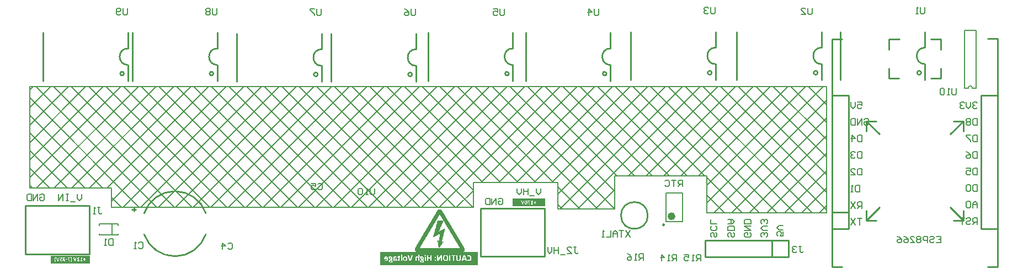
<source format=gbo>
G04 Layer_Color=32896*
%FSLAX44Y44*%
%MOMM*%
G71*
G01*
G75*
%ADD11C,0.2540*%
%ADD44C,0.2000*%
%ADD79C,0.2500*%
%ADD80C,0.6000*%
%ADD81C,0.2500*%
%ADD82C,0.0254*%
%ADD83C,0.2032*%
G36*
X805180Y92710D02*
X755180D01*
Y104710D01*
X805180D01*
Y92710D01*
D02*
G37*
G36*
X702310Y2540D02*
X552310D01*
Y22540D01*
X702310D01*
Y2540D01*
D02*
G37*
G36*
X106680Y5080D02*
X46680D01*
Y17080D01*
X106680D01*
Y5080D01*
D02*
G37*
%LPC*%
G36*
X776029Y101659D02*
X775928D01*
X775826Y101649D01*
X775693Y101638D01*
X775540Y101608D01*
X775378Y101577D01*
X775215Y101526D01*
X775062Y101455D01*
X775042Y101445D01*
X775001Y101414D01*
X774929Y101374D01*
X774838Y101302D01*
X774746Y101221D01*
X774644Y101129D01*
X774542Y101007D01*
X774451Y100874D01*
X774441Y100854D01*
X774410Y100803D01*
X774379Y100732D01*
X774329Y100620D01*
X774277Y100487D01*
X774227Y100324D01*
X774176Y100151D01*
X774135Y99958D01*
Y99948D01*
Y99937D01*
X774125Y99907D01*
Y99866D01*
X774115Y99815D01*
X774104Y99754D01*
X774084Y99601D01*
X774074Y99418D01*
X774053Y99214D01*
X774043Y98980D01*
Y98725D01*
Y98715D01*
Y98695D01*
Y98654D01*
Y98613D01*
Y98552D01*
X774053Y98481D01*
Y98318D01*
X774074Y98124D01*
X774094Y97921D01*
X774115Y97707D01*
X774155Y97493D01*
Y97483D01*
Y97472D01*
X774165Y97442D01*
X774176Y97401D01*
X774206Y97299D01*
X774247Y97167D01*
X774298Y97024D01*
X774359Y96861D01*
X774430Y96709D01*
X774522Y96556D01*
X774532Y96535D01*
X774563Y96495D01*
X774624Y96423D01*
X774695Y96342D01*
X774787Y96240D01*
X774899Y96148D01*
X775021Y96046D01*
X775164Y95965D01*
X775184Y95955D01*
X775235Y95934D01*
X775316Y95904D01*
X775439Y95863D01*
X775581Y95822D01*
X775744Y95792D01*
X775928Y95772D01*
X776142Y95761D01*
X776233D01*
X776345Y95772D01*
X776478Y95782D01*
X776630Y95812D01*
X776793Y95843D01*
X776956Y95894D01*
X777109Y95955D01*
X777130Y95965D01*
X777170Y95996D01*
X777242Y96036D01*
X777333Y96108D01*
X777425Y96189D01*
X777527Y96291D01*
X777628Y96403D01*
X777720Y96535D01*
X777730Y96556D01*
X777761Y96607D01*
X777792Y96688D01*
X777842Y96790D01*
X777893Y96923D01*
X777944Y97085D01*
X777995Y97259D01*
X778036Y97452D01*
Y97462D01*
Y97472D01*
X778046Y97503D01*
Y97544D01*
X778056Y97595D01*
Y97656D01*
X778077Y97809D01*
X778087Y97992D01*
X778107Y98196D01*
X778117Y98430D01*
Y98685D01*
Y98695D01*
Y98715D01*
Y98746D01*
Y98797D01*
Y98858D01*
X778107Y98929D01*
Y99092D01*
X778087Y99275D01*
X778066Y99489D01*
X778046Y99693D01*
X778005Y99907D01*
Y99917D01*
X777995Y99927D01*
Y99958D01*
X777985Y99999D01*
X777954Y100100D01*
X777914Y100233D01*
X777873Y100386D01*
X777812Y100538D01*
X777730Y100701D01*
X777649Y100854D01*
X777639Y100874D01*
X777608Y100915D01*
X777547Y100986D01*
X777476Y101078D01*
X777384Y101170D01*
X777272Y101272D01*
X777150Y101363D01*
X777007Y101445D01*
X776987Y101455D01*
X776936Y101475D01*
X776844Y101516D01*
X776732Y101557D01*
X776590Y101587D01*
X776427Y101628D01*
X776233Y101649D01*
X776029Y101659D01*
D02*
G37*
G36*
X782436Y101557D02*
X778973D01*
X778932Y101547D01*
X778892Y101536D01*
X778881D01*
X778861Y101516D01*
X778830Y101496D01*
X778810Y101465D01*
X778800Y101455D01*
X778790Y101424D01*
X778780Y101384D01*
X778759Y101312D01*
Y101292D01*
X778749Y101251D01*
X778739Y101170D01*
Y101058D01*
Y101047D01*
Y101037D01*
Y100986D01*
Y100915D01*
X778749Y100834D01*
Y100823D01*
X778759Y100783D01*
X778769Y100722D01*
X778780Y100660D01*
Y100650D01*
X778790Y100610D01*
X778800Y100559D01*
X778820Y100508D01*
Y100498D01*
X778830Y100457D01*
X778851Y100406D01*
X778881Y100345D01*
X780755Y96006D01*
Y95996D01*
X780776Y95975D01*
X780827Y95914D01*
X780837D01*
X780857Y95894D01*
X780898Y95884D01*
X780949Y95863D01*
X780959D01*
X781000Y95853D01*
X781061D01*
X781143Y95843D01*
X781224D01*
X781305Y95833D01*
X781560D01*
X781682Y95843D01*
X781805Y95853D01*
X781825D01*
X781876Y95863D01*
X781937Y95873D01*
X781998Y95894D01*
X782008Y95904D01*
X782029Y95914D01*
X782049Y95945D01*
X782069Y95975D01*
Y95985D01*
X782059Y96006D01*
X782049Y96046D01*
X782029Y96097D01*
X780002Y100548D01*
X782416D01*
X782456Y100559D01*
X782507Y100599D01*
X782528Y100620D01*
X782548Y100660D01*
Y100671D01*
X782558Y100681D01*
Y100711D01*
X782569Y100752D01*
X782579Y100813D01*
Y100874D01*
X782589Y100956D01*
Y101047D01*
Y101058D01*
Y101068D01*
Y101129D01*
Y101200D01*
X782579Y101272D01*
Y101292D01*
X782569Y101333D01*
X782558Y101384D01*
X782548Y101435D01*
X782538Y101445D01*
X782528Y101465D01*
X782507Y101496D01*
X782487Y101526D01*
X782477Y101536D01*
X782467Y101547D01*
X782436Y101557D01*
D02*
G37*
G36*
X785156Y101598D02*
X784809D01*
X784728Y101587D01*
X784707D01*
X784667Y101577D01*
X784616Y101567D01*
X784565Y101557D01*
X784555D01*
X784534Y101547D01*
X784514Y101536D01*
X784493Y101516D01*
X784483Y101506D01*
X784473Y101455D01*
Y96760D01*
X783536D01*
X783505Y96749D01*
X783485Y96729D01*
X783475D01*
X783465Y96709D01*
X783444Y96688D01*
X783424Y96648D01*
Y96637D01*
X783414Y96607D01*
X783404Y96566D01*
X783393Y96505D01*
Y96495D01*
X783383Y96454D01*
X783373Y96383D01*
Y96301D01*
Y96291D01*
Y96281D01*
Y96230D01*
X783383Y96159D01*
X783393Y96087D01*
Y96077D01*
X783404Y96036D01*
X783414Y95996D01*
X783434Y95955D01*
Y95945D01*
X783444Y95924D01*
X783465Y95904D01*
X783485Y95884D01*
X783505Y95873D01*
X783556Y95863D01*
X786714D01*
X786755Y95884D01*
X786775Y95904D01*
X786795Y95924D01*
X786816Y95955D01*
Y95965D01*
X786826Y95996D01*
X786836Y96036D01*
X786846Y96087D01*
Y96108D01*
Y96148D01*
X786857Y96220D01*
Y96301D01*
Y96311D01*
Y96321D01*
Y96372D01*
Y96444D01*
X786846Y96505D01*
Y96525D01*
X786836Y96556D01*
X786826Y96607D01*
X786816Y96648D01*
Y96658D01*
X786806Y96678D01*
X786785Y96709D01*
X786765Y96729D01*
X786755Y96739D01*
X786745Y96749D01*
X786724Y96760D01*
X785624D01*
Y100467D01*
X786541Y99958D01*
X786561Y99948D01*
X786602Y99927D01*
X786653Y99907D01*
X786714Y99897D01*
X786785D01*
X786816Y99917D01*
Y99927D01*
X786836Y99948D01*
X786846Y99988D01*
X786857Y100049D01*
Y100070D01*
Y100121D01*
X786867Y100192D01*
Y100304D01*
Y100314D01*
Y100324D01*
Y100365D01*
Y100426D01*
Y100477D01*
Y100487D01*
Y100518D01*
X786846Y100599D01*
Y100610D01*
X786836Y100630D01*
X786795Y100681D01*
X786785Y100691D01*
X786775Y100701D01*
X786714Y100742D01*
X785492Y101536D01*
X785481Y101547D01*
X785441Y101567D01*
X785431D01*
X785410Y101577D01*
X785339D01*
X785308Y101587D01*
X785196D01*
X785156Y101598D01*
D02*
G37*
G36*
X789861Y100518D02*
X789688D01*
X789627Y100508D01*
X789556Y100498D01*
X789535D01*
X789505Y100487D01*
X789454Y100477D01*
X789413Y100457D01*
X789403D01*
X789382Y100447D01*
X789362Y100426D01*
X789342Y100396D01*
X789332D01*
X789321Y100375D01*
X789311Y100355D01*
Y100324D01*
Y98837D01*
X787916D01*
X787885Y98827D01*
X787865Y98807D01*
X787855D01*
X787844Y98786D01*
X787834Y98766D01*
X787814Y98736D01*
X787804Y98725D01*
X787794Y98695D01*
X787783Y98654D01*
X787773Y98593D01*
Y98583D01*
X787763Y98542D01*
X787753Y98481D01*
Y98399D01*
Y98389D01*
Y98379D01*
Y98328D01*
X787763Y98257D01*
X787773Y98186D01*
Y98175D01*
X787783Y98134D01*
X787794Y98094D01*
X787814Y98053D01*
Y98043D01*
X787824Y98022D01*
X787844Y98002D01*
X787875Y97982D01*
X787895Y97972D01*
X787946Y97961D01*
X789311D01*
Y96464D01*
Y96454D01*
Y96434D01*
X789321Y96413D01*
X789342Y96383D01*
X789362Y96362D01*
X789382Y96342D01*
X789413Y96321D01*
X789423D01*
X789454Y96311D01*
X789494Y96301D01*
X789556Y96291D01*
X789617D01*
X789678Y96281D01*
X789922D01*
X789994Y96291D01*
X790004D01*
X790044Y96301D01*
X790085Y96311D01*
X790136Y96321D01*
X790146Y96332D01*
X790167Y96342D01*
X790187Y96362D01*
X790208Y96383D01*
Y96393D01*
X790218Y96403D01*
X790228Y96464D01*
Y97961D01*
X791623D01*
X791674Y97982D01*
X791695Y98002D01*
X791715Y98022D01*
X791735Y98053D01*
Y98063D01*
X791746Y98094D01*
X791756Y98134D01*
X791776Y98186D01*
Y98196D01*
Y98247D01*
X791786Y98308D01*
Y98399D01*
Y98410D01*
Y98420D01*
Y98471D01*
Y98532D01*
X791776Y98593D01*
Y98613D01*
X791766Y98644D01*
X791756Y98695D01*
X791746Y98736D01*
X791735Y98746D01*
X791725Y98766D01*
X791705Y98786D01*
X791684Y98807D01*
X791674Y98817D01*
X791664Y98827D01*
X791644Y98837D01*
X790228D01*
Y100324D01*
Y100335D01*
Y100345D01*
X790208Y100396D01*
Y100406D01*
X790187Y100416D01*
X790167Y100436D01*
X790136Y100457D01*
X790126Y100467D01*
X790096Y100477D01*
X790055Y100487D01*
X789994Y100498D01*
X789973D01*
X789932Y100508D01*
X789861Y100518D01*
D02*
G37*
G36*
X773259Y101587D02*
X772872D01*
X772780Y101577D01*
X772760D01*
X772719Y101567D01*
X772658Y101557D01*
X772607Y101536D01*
X772597D01*
X772577Y101526D01*
X772546Y101506D01*
X772526Y101475D01*
X772515Y101465D01*
X772505Y101445D01*
X772495Y101414D01*
X772475Y101363D01*
X771079Y96973D01*
X769715Y101343D01*
Y101353D01*
X769704Y101394D01*
X769684Y101424D01*
X769674Y101465D01*
X769664Y101475D01*
X769653Y101496D01*
X769623Y101516D01*
X769582Y101536D01*
X769572Y101547D01*
X769531Y101557D01*
X769480Y101567D01*
X769399Y101577D01*
X769348D01*
X769307Y101587D01*
X768961D01*
X768849Y101577D01*
X768757Y101567D01*
X768737D01*
X768696Y101557D01*
X768645Y101536D01*
X768604Y101506D01*
X768594Y101496D01*
X768584Y101465D01*
X768574Y101424D01*
X768584Y101363D01*
Y101343D01*
X768594Y101302D01*
X768615Y101221D01*
X768645Y101119D01*
X770346Y96057D01*
Y96046D01*
X770356Y96016D01*
X770407Y95934D01*
X770417Y95924D01*
X770427Y95914D01*
X770468Y95894D01*
X770519Y95873D01*
X770529D01*
X770580Y95863D01*
X770651Y95853D01*
X770743Y95843D01*
X770835D01*
X770947Y95833D01*
X771293D01*
X771395Y95843D01*
X771538D01*
X771609Y95853D01*
X771619D01*
X771660Y95863D01*
X771711D01*
X771752Y95873D01*
X771762D01*
X771782Y95884D01*
X771843Y95904D01*
X771853Y95914D01*
X771864Y95924D01*
X771904Y95975D01*
Y95985D01*
X771915Y96006D01*
X771935Y96067D01*
X773636Y101129D01*
Y101139D01*
X773646Y101160D01*
X773666Y101221D01*
X773687Y101292D01*
X773697Y101374D01*
Y101394D01*
Y101424D01*
X773687Y101465D01*
X773656Y101506D01*
X773646Y101516D01*
X773615Y101536D01*
X773554Y101557D01*
X773473Y101567D01*
X773453D01*
X773422Y101577D01*
X773320D01*
X773259Y101587D01*
D02*
G37*
%LPD*%
G36*
X776172Y100732D02*
X776233Y100722D01*
X776366Y100691D01*
X776437Y100650D01*
X776508Y100610D01*
X776518Y100599D01*
X776539Y100589D01*
X776569Y100559D01*
X776600Y100518D01*
X776641Y100467D01*
X776692Y100396D01*
X776732Y100324D01*
X776773Y100233D01*
Y100223D01*
X776793Y100192D01*
X776804Y100131D01*
X776824Y100060D01*
X776854Y99978D01*
X776875Y99866D01*
X776895Y99744D01*
X776916Y99611D01*
Y99591D01*
Y99540D01*
X776926Y99469D01*
Y99357D01*
X776936Y99235D01*
Y99082D01*
X776946Y98919D01*
Y98736D01*
Y98725D01*
Y98705D01*
Y98674D01*
Y98634D01*
Y98522D01*
X776936Y98389D01*
Y98226D01*
X776926Y98053D01*
X776916Y97890D01*
X776905Y97727D01*
Y97707D01*
X776895Y97666D01*
X776885Y97584D01*
X776865Y97503D01*
X776844Y97401D01*
X776824Y97289D01*
X776783Y97187D01*
X776753Y97096D01*
Y97085D01*
X776732Y97055D01*
X776712Y97014D01*
X776681Y96963D01*
X776600Y96861D01*
X776549Y96810D01*
X776488Y96770D01*
X776478D01*
X776457Y96760D01*
X776427Y96739D01*
X776376Y96729D01*
X776325Y96709D01*
X776254Y96688D01*
X776101Y96678D01*
X776040D01*
X775999Y96688D01*
X775897Y96698D01*
X775795Y96729D01*
X775785D01*
X775775Y96739D01*
X775714Y96770D01*
X775642Y96821D01*
X775571Y96892D01*
Y96902D01*
X775551Y96912D01*
X775510Y96973D01*
X775459Y97055D01*
X775408Y97167D01*
Y97177D01*
X775398Y97198D01*
X775388Y97238D01*
X775367Y97279D01*
X775327Y97401D01*
X775296Y97554D01*
Y97564D01*
X775286Y97595D01*
Y97635D01*
X775276Y97697D01*
X775266Y97778D01*
X775255Y97859D01*
X775235Y98053D01*
Y98063D01*
Y98104D01*
X775225Y98155D01*
Y98236D01*
Y98328D01*
X775215Y98430D01*
Y98542D01*
Y98664D01*
Y98685D01*
Y98736D01*
Y98807D01*
Y98909D01*
X775225Y99021D01*
Y99133D01*
X775245Y99377D01*
Y99387D01*
Y99428D01*
X775255Y99489D01*
X775266Y99560D01*
X775276Y99652D01*
X775286Y99734D01*
X775316Y99917D01*
Y99927D01*
X775327Y99958D01*
X775337Y99999D01*
X775347Y100049D01*
X775378Y100182D01*
X775428Y100304D01*
Y100314D01*
X775439Y100335D01*
X775469Y100396D01*
X775520Y100477D01*
X775592Y100559D01*
X775612Y100579D01*
X775653Y100620D01*
X775724Y100660D01*
X775805Y100701D01*
X775816D01*
X775826Y100711D01*
X775887Y100722D01*
X775968Y100732D01*
X776080Y100742D01*
X776121D01*
X776172Y100732D01*
D02*
G37*
%LPC*%
G36*
X688290Y17980D02*
X688070D01*
X687850Y17949D01*
X687598Y17917D01*
X687583D01*
X687535Y17901D01*
X687473Y17886D01*
X687394Y17870D01*
X687189Y17823D01*
X686969Y17744D01*
X686954D01*
X686922Y17729D01*
X686859Y17713D01*
X686796Y17681D01*
X686624Y17603D01*
X686435Y17508D01*
X686419D01*
X686403Y17493D01*
X686309Y17430D01*
X686199Y17367D01*
X686120Y17288D01*
X686105Y17272D01*
X686073Y17241D01*
X686026Y17194D01*
X685995Y17147D01*
X685979Y17131D01*
X685963Y17100D01*
X685947Y17052D01*
X685932Y16990D01*
Y16974D01*
X685916Y16927D01*
Y16848D01*
X685900Y16754D01*
Y16738D01*
X685884Y16675D01*
Y16565D01*
Y16439D01*
Y16423D01*
Y16408D01*
Y16313D01*
Y16203D01*
X685900Y16093D01*
Y16078D01*
X685916Y16015D01*
X685932Y15936D01*
X685963Y15857D01*
Y15842D01*
X685979Y15810D01*
X686042Y15732D01*
X686073Y15716D01*
X686136Y15700D01*
X686152D01*
X686215Y15716D01*
X686293Y15747D01*
X686403Y15810D01*
X686435Y15826D01*
X686513Y15889D01*
X686639Y15983D01*
X686812Y16078D01*
X686828D01*
X686859Y16109D01*
X686907Y16125D01*
X686969Y16172D01*
X687064Y16203D01*
X687158Y16250D01*
X687394Y16345D01*
X687410D01*
X687457Y16361D01*
X687535Y16392D01*
X687630Y16408D01*
X687740Y16439D01*
X687881Y16455D01*
X688038Y16471D01*
X688306D01*
X688400Y16455D01*
X688526Y16439D01*
X688667Y16423D01*
X688825Y16376D01*
X688998Y16329D01*
X689155Y16250D01*
X689171Y16235D01*
X689218Y16203D01*
X689296Y16156D01*
X689391Y16093D01*
X689501Y15999D01*
X689611Y15905D01*
X689737Y15779D01*
X689847Y15637D01*
X689862Y15622D01*
X689894Y15575D01*
X689941Y15480D01*
X690004Y15370D01*
X690082Y15229D01*
X690145Y15071D01*
X690224Y14883D01*
X690287Y14678D01*
Y14647D01*
X690303Y14584D01*
X690334Y14458D01*
X690350Y14301D01*
X690381Y14112D01*
X690413Y13908D01*
X690428Y13656D01*
Y13405D01*
Y13389D01*
Y13373D01*
Y13279D01*
X690413Y13138D01*
Y12949D01*
X690397Y12744D01*
X690366Y12524D01*
X690318Y12288D01*
X690271Y12068D01*
Y12037D01*
X690240Y11974D01*
X690208Y11864D01*
X690161Y11738D01*
X690098Y11597D01*
X690020Y11439D01*
X689925Y11282D01*
X689831Y11125D01*
X689815Y11109D01*
X689784Y11062D01*
X689721Y10999D01*
X689626Y10921D01*
X689517Y10842D01*
X689406Y10748D01*
X689265Y10669D01*
X689108Y10590D01*
X689092D01*
X689029Y10559D01*
X688950Y10543D01*
X688825Y10512D01*
X688683Y10480D01*
X688526Y10449D01*
X688353Y10433D01*
X688164Y10417D01*
X687991D01*
X687881Y10433D01*
X687756Y10449D01*
X687614Y10465D01*
X687347Y10527D01*
X687331D01*
X687284Y10543D01*
X687221Y10575D01*
X687142Y10606D01*
X686954Y10669D01*
X686749Y10763D01*
X686734D01*
X686702Y10795D01*
X686608Y10842D01*
X686466Y10936D01*
X686340Y11015D01*
X686309Y11031D01*
X686246Y11078D01*
X686168Y11109D01*
X686089Y11125D01*
X686058D01*
X685995Y11093D01*
X685979D01*
X685963Y11062D01*
X685947Y11031D01*
X685916Y10984D01*
Y10968D01*
X685900Y10921D01*
X685884Y10858D01*
X685869Y10748D01*
Y10716D01*
X685853Y10653D01*
Y10527D01*
Y10370D01*
Y10339D01*
Y10276D01*
Y10166D01*
X685869Y10072D01*
Y10056D01*
X685884Y10009D01*
Y9946D01*
X685900Y9867D01*
Y9851D01*
X685916Y9820D01*
X685963Y9726D01*
Y9710D01*
X685995Y9694D01*
X686026Y9647D01*
X686073Y9600D01*
X686089Y9584D01*
X686136Y9553D01*
X686215Y9474D01*
X686356Y9395D01*
X686372D01*
X686388Y9380D01*
X686435Y9348D01*
X686498Y9317D01*
X686655Y9238D01*
X686875Y9160D01*
X686891D01*
X686922Y9144D01*
X687001Y9128D01*
X687079Y9097D01*
X687189Y9065D01*
X687300Y9034D01*
X687583Y8987D01*
X687598D01*
X687645Y8971D01*
X687724Y8955D01*
X687834D01*
X687960Y8939D01*
X688117Y8924D01*
X688447Y8908D01*
X688605D01*
X688762Y8924D01*
X688982Y8939D01*
X689233Y8971D01*
X689517Y9018D01*
X689799Y9081D01*
X690082Y9175D01*
X690114Y9191D01*
X690208Y9222D01*
X690334Y9301D01*
X690507Y9380D01*
X690696Y9506D01*
X690916Y9647D01*
X691120Y9820D01*
X691325Y10009D01*
X691340Y10040D01*
X691403Y10103D01*
X691497Y10229D01*
X691608Y10386D01*
X691733Y10590D01*
X691859Y10826D01*
X691985Y11093D01*
X692095Y11392D01*
Y11408D01*
X692111Y11424D01*
X692126Y11471D01*
X692142Y11534D01*
X692158Y11612D01*
X692174Y11707D01*
X692221Y11942D01*
X692284Y12226D01*
X692315Y12556D01*
X692346Y12933D01*
X692362Y13326D01*
Y13342D01*
Y13373D01*
Y13436D01*
Y13515D01*
X692346Y13609D01*
Y13719D01*
X692331Y13987D01*
X692284Y14301D01*
X692236Y14631D01*
X692158Y14977D01*
X692064Y15307D01*
Y15323D01*
X692048Y15339D01*
X692032Y15386D01*
X692001Y15449D01*
X691938Y15606D01*
X691843Y15810D01*
X691733Y16046D01*
X691592Y16282D01*
X691419Y16533D01*
X691230Y16769D01*
X691199Y16801D01*
X691136Y16864D01*
X691026Y16974D01*
X690869Y17100D01*
X690680Y17257D01*
X690460Y17398D01*
X690224Y17540D01*
X689957Y17666D01*
X689941D01*
X689925Y17681D01*
X689878Y17697D01*
X689831Y17713D01*
X689674Y17760D01*
X689469Y17823D01*
X689218Y17886D01*
X688935Y17933D01*
X688620Y17964D01*
X688290Y17980D01*
D02*
G37*
G36*
X590433Y15732D02*
X590291D01*
X590150Y15716D01*
X589945Y15700D01*
X589725Y15669D01*
X589489Y15637D01*
X589253Y15575D01*
X589018Y15496D01*
X588986Y15480D01*
X588923Y15449D01*
X588813Y15402D01*
X588672Y15339D01*
X588515Y15244D01*
X588357Y15134D01*
X588200Y15008D01*
X588043Y14851D01*
X588027Y14835D01*
X587980Y14773D01*
X587901Y14678D01*
X587823Y14568D01*
X587728Y14411D01*
X587634Y14222D01*
X587540Y14018D01*
X587461Y13798D01*
X587445Y13766D01*
X587430Y13688D01*
X587398Y13562D01*
X587351Y13389D01*
X587320Y13169D01*
X587288Y12933D01*
X587272Y12666D01*
X587257Y12367D01*
Y12351D01*
Y12336D01*
Y12241D01*
X587272Y12084D01*
X587288Y11895D01*
X587304Y11691D01*
X587335Y11439D01*
X587398Y11204D01*
X587461Y10952D01*
X587477Y10921D01*
X587492Y10842D01*
X587555Y10732D01*
X587618Y10575D01*
X587697Y10402D01*
X587807Y10213D01*
X587933Y10024D01*
X588090Y9851D01*
X588106Y9836D01*
X588169Y9773D01*
X588247Y9694D01*
X588373Y9600D01*
X588530Y9474D01*
X588703Y9364D01*
X588908Y9254D01*
X589128Y9144D01*
X589159Y9128D01*
X589238Y9112D01*
X589364Y9065D01*
X589552Y9018D01*
X589757Y8971D01*
X590008Y8939D01*
X590291Y8908D01*
X590590Y8892D01*
X590731D01*
X590873Y8908D01*
X591062Y8924D01*
X591282Y8939D01*
X591517Y8987D01*
X591753Y9034D01*
X591989Y9112D01*
X592021Y9128D01*
X592084Y9160D01*
X592194Y9207D01*
X592335Y9270D01*
X592492Y9364D01*
X592665Y9474D01*
X592822Y9616D01*
X592980Y9757D01*
X592995Y9773D01*
X593043Y9836D01*
X593121Y9930D01*
X593200Y10056D01*
X593294Y10213D01*
X593388Y10386D01*
X593483Y10590D01*
X593561Y10811D01*
Y10842D01*
X593593Y10921D01*
X593624Y11046D01*
X593656Y11219D01*
X593687Y11439D01*
X593719Y11675D01*
X593734Y11942D01*
X593750Y12241D01*
Y12257D01*
Y12273D01*
Y12367D01*
X593734Y12524D01*
X593719Y12713D01*
X593703Y12933D01*
X593656Y13169D01*
X593609Y13405D01*
X593546Y13656D01*
X593530Y13688D01*
X593514Y13766D01*
X593451Y13892D01*
X593388Y14034D01*
X593310Y14207D01*
X593200Y14395D01*
X593074Y14584D01*
X592933Y14757D01*
X592917Y14773D01*
X592854Y14835D01*
X592760Y14914D01*
X592649Y15024D01*
X592492Y15134D01*
X592319Y15260D01*
X592115Y15370D01*
X591895Y15480D01*
X591863Y15496D01*
X591785Y15527D01*
X591659Y15559D01*
X591470Y15606D01*
X591266Y15653D01*
X591014Y15700D01*
X590731Y15716D01*
X590433Y15732D01*
D02*
G37*
G36*
X601627Y17886D02*
X601030D01*
X600888Y17870D01*
X600857D01*
X600794Y17854D01*
X600700Y17838D01*
X600621Y17807D01*
X600605D01*
X600574Y17791D01*
X600527Y17760D01*
X600495Y17713D01*
X600479Y17697D01*
X600464Y17666D01*
X600448Y17618D01*
X600416Y17540D01*
X598262Y10763D01*
X596156Y17508D01*
Y17524D01*
X596140Y17587D01*
X596109Y17634D01*
X596093Y17697D01*
X596077Y17713D01*
X596061Y17744D01*
X596014Y17776D01*
X595951Y17807D01*
X595936Y17823D01*
X595873Y17838D01*
X595794Y17854D01*
X595668Y17870D01*
X595590D01*
X595527Y17886D01*
X594992D01*
X594819Y17870D01*
X594678Y17854D01*
X594646D01*
X594583Y17838D01*
X594505Y17807D01*
X594442Y17760D01*
X594426Y17744D01*
X594410Y17697D01*
X594395Y17634D01*
X594410Y17540D01*
Y17508D01*
X594426Y17445D01*
X594458Y17320D01*
X594505Y17162D01*
X597131Y9348D01*
Y9333D01*
X597146Y9285D01*
X597225Y9160D01*
X597240Y9144D01*
X597256Y9128D01*
X597319Y9097D01*
X597398Y9065D01*
X597413D01*
X597492Y9050D01*
X597602Y9034D01*
X597744Y9018D01*
X597885D01*
X598058Y9002D01*
X598593D01*
X598750Y9018D01*
X598970D01*
X599080Y9034D01*
X599096D01*
X599159Y9050D01*
X599237D01*
X599300Y9065D01*
X599316D01*
X599347Y9081D01*
X599442Y9112D01*
X599457Y9128D01*
X599473Y9144D01*
X599536Y9222D01*
Y9238D01*
X599552Y9270D01*
X599583Y9364D01*
X602209Y17178D01*
Y17194D01*
X602225Y17225D01*
X602256Y17320D01*
X602287Y17430D01*
X602303Y17556D01*
Y17587D01*
Y17634D01*
X602287Y17697D01*
X602240Y17760D01*
X602225Y17776D01*
X602177Y17807D01*
X602083Y17838D01*
X601957Y17854D01*
X601926D01*
X601879Y17870D01*
X601721D01*
X601627Y17886D01*
D02*
G37*
G36*
X636814Y15464D02*
X636657D01*
X636500Y15433D01*
X636358Y15402D01*
X636343D01*
X636327Y15386D01*
X636248Y15370D01*
X636154Y15307D01*
X636060Y15229D01*
X636044Y15213D01*
X635997Y15134D01*
X635950Y15040D01*
X635902Y14898D01*
Y14883D01*
X635887Y14867D01*
Y14820D01*
X635871Y14773D01*
X635855Y14615D01*
X635840Y14411D01*
Y14395D01*
Y14364D01*
Y14317D01*
Y14254D01*
X635871Y14096D01*
X635902Y13939D01*
X635918Y13908D01*
X635934Y13829D01*
X635981Y13735D01*
X636060Y13625D01*
X636075Y13609D01*
X636138Y13562D01*
X636233Y13499D01*
X636358Y13452D01*
X636390D01*
X636484Y13436D01*
X636626Y13420D01*
X636814Y13405D01*
X636972D01*
X637129Y13420D01*
X637286Y13452D01*
X637317Y13468D01*
X637380Y13499D01*
X637475Y13546D01*
X637569Y13625D01*
X637585Y13641D01*
X637632Y13719D01*
X637679Y13814D01*
X637726Y13939D01*
Y13955D01*
Y13971D01*
X637742Y14065D01*
X637758Y14222D01*
Y14411D01*
Y14427D01*
Y14458D01*
Y14521D01*
Y14584D01*
X637742Y14741D01*
X637726Y14898D01*
Y14914D01*
X637710Y14930D01*
X637695Y15024D01*
X637632Y15118D01*
X637569Y15229D01*
X637553Y15244D01*
X637490Y15292D01*
X637396Y15354D01*
X637286Y15402D01*
X637270D01*
X637254Y15417D01*
X637160Y15433D01*
X637003Y15449D01*
X636814Y15464D01*
D02*
G37*
G36*
X575182Y15732D02*
X574930D01*
X574757Y15716D01*
X574568Y15700D01*
X574364Y15669D01*
X574160Y15637D01*
X573955Y15590D01*
X573940D01*
X573877Y15559D01*
X573782Y15527D01*
X573657Y15480D01*
X573405Y15339D01*
X573264Y15260D01*
X573138Y15150D01*
X573122Y15134D01*
X573091Y15103D01*
X573028Y15040D01*
X572949Y14946D01*
X572870Y14851D01*
X572792Y14725D01*
X572713Y14568D01*
X572650Y14411D01*
Y14395D01*
X572619Y14332D01*
X572603Y14238D01*
X572572Y14112D01*
X572540Y13939D01*
X572525Y13766D01*
X572493Y13546D01*
Y13326D01*
Y9254D01*
Y9238D01*
X572509Y9191D01*
X572525Y9144D01*
X572572Y9097D01*
X572588D01*
X572619Y9065D01*
X572697Y9050D01*
X572792Y9034D01*
X572823D01*
X572902Y9018D01*
X573028Y9002D01*
X573389D01*
X573531Y9018D01*
X573657Y9034D01*
X573672D01*
X573735Y9050D01*
X573798Y9065D01*
X573861Y9097D01*
X573877Y9112D01*
X573893Y9128D01*
X573908Y9175D01*
X573924Y9238D01*
Y9726D01*
X573940Y9710D01*
X573987Y9663D01*
X574065Y9584D01*
X574160Y9506D01*
X574286Y9411D01*
X574427Y9301D01*
X574600Y9207D01*
X574773Y9112D01*
X574789Y9097D01*
X574851Y9081D01*
X574946Y9050D01*
X575087Y9002D01*
X575245Y8955D01*
X575418Y8924D01*
X575606Y8908D01*
X575826Y8892D01*
X575999D01*
X576125Y8908D01*
X576267Y8924D01*
X576408Y8939D01*
X576722Y9018D01*
X576738D01*
X576785Y9050D01*
X576864Y9065D01*
X576958Y9112D01*
X577178Y9222D01*
X577414Y9380D01*
X577430Y9395D01*
X577462Y9427D01*
X577524Y9474D01*
X577587Y9553D01*
X577650Y9647D01*
X577729Y9741D01*
X577870Y9993D01*
Y10009D01*
X577902Y10056D01*
X577917Y10134D01*
X577949Y10244D01*
X577980Y10370D01*
X577996Y10512D01*
X578027Y10685D01*
Y10858D01*
Y10889D01*
Y10952D01*
X578012Y11046D01*
X577996Y11172D01*
X577980Y11314D01*
X577933Y11471D01*
X577886Y11628D01*
X577823Y11770D01*
X577807Y11785D01*
X577792Y11832D01*
X577729Y11911D01*
X577666Y12005D01*
X577587Y12100D01*
X577477Y12210D01*
X577351Y12320D01*
X577210Y12414D01*
X577194Y12430D01*
X577131Y12461D01*
X577053Y12509D01*
X576927Y12572D01*
X576785Y12634D01*
X576613Y12697D01*
X576408Y12760D01*
X576188Y12807D01*
X576157D01*
X576078Y12823D01*
X575952Y12854D01*
X575779Y12870D01*
X575575Y12902D01*
X575339Y12917D01*
X575056Y12933D01*
X574175D01*
Y13295D01*
Y13310D01*
Y13342D01*
Y13389D01*
Y13468D01*
X574207Y13625D01*
X574238Y13782D01*
Y13798D01*
X574254Y13814D01*
X574286Y13908D01*
X574348Y14034D01*
X574443Y14144D01*
X574459Y14175D01*
X574537Y14222D01*
X574647Y14285D01*
X574789Y14348D01*
X574804D01*
X574820Y14364D01*
X574867Y14380D01*
X574930Y14395D01*
X575103Y14411D01*
X575323Y14427D01*
X575480D01*
X575591Y14411D01*
X575826Y14380D01*
X576094Y14317D01*
X576109D01*
X576157Y14301D01*
X576219Y14285D01*
X576298Y14254D01*
X576487Y14191D01*
X576691Y14112D01*
X576707D01*
X576738Y14096D01*
X576785Y14081D01*
X576833Y14049D01*
X576974Y13987D01*
X577116Y13908D01*
X577147Y13892D01*
X577210Y13861D01*
X577304Y13829D01*
X577399Y13814D01*
X577446D01*
X577493Y13829D01*
X577540Y13861D01*
Y13876D01*
X577571Y13892D01*
X577634Y13987D01*
Y14002D01*
X577650Y14049D01*
X577666Y14112D01*
X577682Y14207D01*
Y14222D01*
Y14285D01*
X577697Y14380D01*
Y14490D01*
Y14505D01*
Y14521D01*
Y14615D01*
X577682Y14710D01*
X577666Y14820D01*
Y14835D01*
X577634Y14898D01*
X577603Y14961D01*
X577540Y15040D01*
X577524Y15056D01*
X577462Y15103D01*
X577367Y15181D01*
X577210Y15260D01*
X577194D01*
X577163Y15276D01*
X577116Y15307D01*
X577053Y15339D01*
X576880Y15402D01*
X576660Y15480D01*
X576644D01*
X576597Y15496D01*
X576534Y15512D01*
X576440Y15543D01*
X576345Y15575D01*
X576219Y15606D01*
X575952Y15653D01*
X575936D01*
X575889Y15669D01*
X575811Y15684D01*
X575716Y15700D01*
X575591D01*
X575465Y15716D01*
X575182Y15732D01*
D02*
G37*
G36*
X616784Y15700D02*
X616406D01*
X616233Y15684D01*
X616045Y15653D01*
X615998D01*
X615950Y15637D01*
X615887D01*
X615715Y15606D01*
X615542Y15575D01*
X613608D01*
X613561Y15559D01*
X613498Y15512D01*
X613451Y15417D01*
X613435Y15386D01*
X613419Y15354D01*
X613403Y15307D01*
Y15229D01*
X613388Y15150D01*
X613372Y15040D01*
Y14914D01*
Y14898D01*
Y14867D01*
Y14804D01*
X613388Y14725D01*
X613403Y14568D01*
X613419Y14490D01*
X613451Y14427D01*
X613466Y14411D01*
X613498Y14364D01*
X613545Y14301D01*
X613624Y14285D01*
X614331D01*
X614300Y14254D01*
X614252Y14175D01*
X614189Y14049D01*
X614127Y13892D01*
Y13876D01*
X614111Y13861D01*
X614095Y13766D01*
X614079Y13625D01*
X614064Y13468D01*
Y13452D01*
Y13373D01*
X614079Y13279D01*
Y13153D01*
X614111Y12996D01*
X614142Y12839D01*
X614174Y12681D01*
X614237Y12524D01*
Y12509D01*
X614268Y12461D01*
X614315Y12383D01*
X614362Y12288D01*
X614520Y12068D01*
X614740Y11832D01*
X614756Y11817D01*
X614803Y11785D01*
X614865Y11738D01*
X614960Y11675D01*
X615086Y11612D01*
X615211Y11534D01*
X615369Y11471D01*
X615542Y11408D01*
X615557D01*
X615620Y11392D01*
X615715Y11361D01*
X615840Y11345D01*
X615998Y11314D01*
X616171Y11282D01*
X616375Y11266D01*
X616689D01*
X616752Y11282D01*
X616925Y11298D01*
X617130Y11329D01*
X617145D01*
X617177Y11345D01*
X617224Y11361D01*
X617287Y11377D01*
X617413Y11439D01*
X617538Y11502D01*
X617554Y11487D01*
X617586Y11439D01*
X617633Y11377D01*
X617680Y11282D01*
X617696Y11266D01*
X617711Y11204D01*
X617727Y11109D01*
X617743Y11015D01*
Y10999D01*
Y10984D01*
X617727Y10905D01*
X617664Y10795D01*
X617633Y10732D01*
X617570Y10685D01*
X617554D01*
X617538Y10669D01*
X617444Y10622D01*
X617287Y10575D01*
X617082Y10559D01*
X615620Y10496D01*
X615526D01*
X615432Y10480D01*
X615306D01*
X615164Y10449D01*
X615007Y10433D01*
X614693Y10355D01*
X614677D01*
X614630Y10339D01*
X614551Y10307D01*
X614457Y10260D01*
X614237Y10150D01*
X614016Y9993D01*
X614001Y9977D01*
X613969Y9962D01*
X613922Y9899D01*
X613859Y9836D01*
X613718Y9663D01*
X613592Y9443D01*
Y9427D01*
X613576Y9395D01*
X613545Y9317D01*
X613513Y9238D01*
X613498Y9128D01*
X613466Y9018D01*
X613451Y8735D01*
Y8719D01*
Y8656D01*
X613466Y8578D01*
X613482Y8468D01*
X613498Y8342D01*
X613529Y8201D01*
X613592Y8043D01*
X613655Y7902D01*
X613671Y7886D01*
X613686Y7839D01*
X613733Y7760D01*
X613796Y7666D01*
X613875Y7556D01*
X613985Y7446D01*
X614095Y7320D01*
X614237Y7210D01*
X614252Y7194D01*
X614300Y7163D01*
X614394Y7100D01*
X614504Y7037D01*
X614645Y6959D01*
X614818Y6880D01*
X615007Y6801D01*
X615227Y6738D01*
X615259D01*
X615337Y6707D01*
X615463Y6691D01*
X615620Y6660D01*
X615825Y6628D01*
X616060Y6597D01*
X616328Y6581D01*
X616611Y6565D01*
X616878D01*
X617067Y6581D01*
X617271Y6597D01*
X617491Y6613D01*
X617711Y6644D01*
X617932Y6691D01*
X617963D01*
X618026Y6723D01*
X618120Y6738D01*
X618246Y6786D01*
X618403Y6833D01*
X618545Y6896D01*
X618702Y6959D01*
X618843Y7037D01*
X618859Y7053D01*
X618906Y7084D01*
X618953Y7116D01*
X619032Y7179D01*
X619205Y7351D01*
X619284Y7446D01*
X619347Y7556D01*
Y7572D01*
X619378Y7603D01*
X619394Y7666D01*
X619425Y7745D01*
X619456Y7855D01*
X619472Y7965D01*
X619504Y8216D01*
Y8232D01*
Y8248D01*
X619488Y8358D01*
X619472Y8484D01*
X619441Y8641D01*
Y8656D01*
X619425Y8672D01*
X619394Y8767D01*
X619347Y8892D01*
X619268Y9034D01*
Y9050D01*
X619252Y9065D01*
X619189Y9144D01*
X619111Y9254D01*
X619001Y9380D01*
X618985Y9395D01*
X618969Y9411D01*
X618890Y9490D01*
X618765Y9600D01*
X618623Y9710D01*
X618639D01*
X618670Y9741D01*
X618733Y9773D01*
X618796Y9820D01*
X618938Y9962D01*
X619079Y10134D01*
Y10150D01*
X619111Y10182D01*
X619126Y10229D01*
X619158Y10307D01*
X619205Y10496D01*
X619236Y10716D01*
Y10732D01*
Y10779D01*
X619221Y10858D01*
Y10968D01*
X619158Y11188D01*
X619126Y11314D01*
X619063Y11439D01*
X619048Y11455D01*
X619032Y11502D01*
X618985Y11565D01*
X618938Y11644D01*
X618781Y11832D01*
X618576Y12037D01*
X618592Y12053D01*
X618607Y12084D01*
X618655Y12131D01*
X618718Y12194D01*
X618828Y12383D01*
X618953Y12603D01*
Y12619D01*
X618969Y12666D01*
X619001Y12744D01*
X619016Y12839D01*
X619048Y12965D01*
X619079Y13106D01*
X619095Y13263D01*
Y13436D01*
Y13468D01*
Y13530D01*
X619079Y13625D01*
Y13751D01*
X619048Y13908D01*
X619016Y14065D01*
X618985Y14222D01*
X618922Y14380D01*
X618906Y14395D01*
X618890Y14458D01*
X618843Y14537D01*
X618781Y14631D01*
X618623Y14851D01*
X618403Y15087D01*
X618387Y15103D01*
X618340Y15134D01*
X618262Y15197D01*
X618167Y15260D01*
X618057Y15323D01*
X617916Y15402D01*
X617758Y15480D01*
X617601Y15543D01*
X617586D01*
X617523Y15575D01*
X617428Y15590D01*
X617303Y15622D01*
X617145Y15653D01*
X616972Y15669D01*
X616784Y15700D01*
D02*
G37*
G36*
X568751D02*
X568374D01*
X568201Y15684D01*
X568012Y15653D01*
X567965D01*
X567918Y15637D01*
X567855D01*
X567682Y15606D01*
X567509Y15575D01*
X565575D01*
X565528Y15559D01*
X565465Y15512D01*
X565418Y15417D01*
X565402Y15386D01*
X565387Y15354D01*
X565371Y15307D01*
Y15229D01*
X565355Y15150D01*
X565339Y15040D01*
Y14914D01*
Y14898D01*
Y14867D01*
Y14804D01*
X565355Y14725D01*
X565371Y14568D01*
X565387Y14490D01*
X565418Y14427D01*
X565434Y14411D01*
X565465Y14364D01*
X565512Y14301D01*
X565591Y14285D01*
X566298D01*
X566267Y14254D01*
X566220Y14175D01*
X566157Y14049D01*
X566094Y13892D01*
Y13876D01*
X566078Y13861D01*
X566063Y13766D01*
X566047Y13625D01*
X566031Y13468D01*
Y13452D01*
Y13373D01*
X566047Y13279D01*
Y13153D01*
X566078Y12996D01*
X566110Y12839D01*
X566141Y12681D01*
X566204Y12524D01*
Y12509D01*
X566236Y12461D01*
X566283Y12383D01*
X566330Y12288D01*
X566487Y12068D01*
X566707Y11832D01*
X566723Y11817D01*
X566770Y11785D01*
X566833Y11738D01*
X566927Y11675D01*
X567053Y11612D01*
X567179Y11534D01*
X567336Y11471D01*
X567509Y11408D01*
X567525D01*
X567588Y11392D01*
X567682Y11361D01*
X567808Y11345D01*
X567965Y11314D01*
X568138Y11282D01*
X568342Y11266D01*
X568657D01*
X568720Y11282D01*
X568893Y11298D01*
X569097Y11329D01*
X569113D01*
X569144Y11345D01*
X569191Y11361D01*
X569254Y11377D01*
X569380Y11439D01*
X569506Y11502D01*
X569522Y11487D01*
X569553Y11439D01*
X569600Y11377D01*
X569647Y11282D01*
X569663Y11266D01*
X569679Y11204D01*
X569695Y11109D01*
X569710Y11015D01*
Y10999D01*
Y10984D01*
X569695Y10905D01*
X569632Y10795D01*
X569600Y10732D01*
X569537Y10685D01*
X569522D01*
X569506Y10669D01*
X569412Y10622D01*
X569254Y10575D01*
X569050Y10559D01*
X567588Y10496D01*
X567493D01*
X567399Y10480D01*
X567273D01*
X567132Y10449D01*
X566974Y10433D01*
X566660Y10355D01*
X566644D01*
X566597Y10339D01*
X566519Y10307D01*
X566424Y10260D01*
X566204Y10150D01*
X565984Y9993D01*
X565968Y9977D01*
X565937Y9962D01*
X565890Y9899D01*
X565827Y9836D01*
X565685Y9663D01*
X565560Y9443D01*
Y9427D01*
X565544Y9395D01*
X565512Y9317D01*
X565481Y9238D01*
X565465Y9128D01*
X565434Y9018D01*
X565418Y8735D01*
Y8719D01*
Y8656D01*
X565434Y8578D01*
X565449Y8468D01*
X565465Y8342D01*
X565497Y8201D01*
X565560Y8043D01*
X565622Y7902D01*
X565638Y7886D01*
X565654Y7839D01*
X565701Y7760D01*
X565764Y7666D01*
X565843Y7556D01*
X565952Y7446D01*
X566063Y7320D01*
X566204Y7210D01*
X566220Y7194D01*
X566267Y7163D01*
X566361Y7100D01*
X566471Y7037D01*
X566613Y6959D01*
X566786Y6880D01*
X566974Y6801D01*
X567195Y6738D01*
X567226D01*
X567305Y6707D01*
X567430Y6691D01*
X567588Y6660D01*
X567792Y6628D01*
X568028Y6597D01*
X568295Y6581D01*
X568578Y6565D01*
X568845D01*
X569034Y6581D01*
X569239Y6597D01*
X569459Y6613D01*
X569679Y6644D01*
X569899Y6691D01*
X569930D01*
X569993Y6723D01*
X570088Y6738D01*
X570213Y6786D01*
X570371Y6833D01*
X570512Y6896D01*
X570669Y6959D01*
X570811Y7037D01*
X570826Y7053D01*
X570874Y7084D01*
X570921Y7116D01*
X570999Y7179D01*
X571172Y7351D01*
X571251Y7446D01*
X571314Y7556D01*
Y7572D01*
X571345Y7603D01*
X571361Y7666D01*
X571393Y7745D01*
X571424Y7855D01*
X571440Y7965D01*
X571471Y8216D01*
Y8232D01*
Y8248D01*
X571455Y8358D01*
X571440Y8484D01*
X571408Y8641D01*
Y8656D01*
X571393Y8672D01*
X571361Y8767D01*
X571314Y8892D01*
X571235Y9034D01*
Y9050D01*
X571220Y9065D01*
X571157Y9144D01*
X571078Y9254D01*
X570968Y9380D01*
X570952Y9395D01*
X570937Y9411D01*
X570858Y9490D01*
X570732Y9600D01*
X570591Y9710D01*
X570606D01*
X570638Y9741D01*
X570701Y9773D01*
X570764Y9820D01*
X570905Y9962D01*
X571047Y10134D01*
Y10150D01*
X571078Y10182D01*
X571094Y10229D01*
X571125Y10307D01*
X571172Y10496D01*
X571204Y10716D01*
Y10732D01*
Y10779D01*
X571188Y10858D01*
Y10968D01*
X571125Y11188D01*
X571094Y11314D01*
X571031Y11439D01*
X571015Y11455D01*
X570999Y11502D01*
X570952Y11565D01*
X570905Y11644D01*
X570748Y11832D01*
X570544Y12037D01*
X570559Y12053D01*
X570575Y12084D01*
X570622Y12131D01*
X570685Y12194D01*
X570795Y12383D01*
X570921Y12603D01*
Y12619D01*
X570937Y12666D01*
X570968Y12744D01*
X570984Y12839D01*
X571015Y12965D01*
X571047Y13106D01*
X571062Y13263D01*
Y13436D01*
Y13468D01*
Y13530D01*
X571047Y13625D01*
Y13751D01*
X571015Y13908D01*
X570984Y14065D01*
X570952Y14222D01*
X570889Y14380D01*
X570874Y14395D01*
X570858Y14458D01*
X570811Y14537D01*
X570748Y14631D01*
X570591Y14851D01*
X570371Y15087D01*
X570355Y15103D01*
X570308Y15134D01*
X570229Y15197D01*
X570135Y15260D01*
X570025Y15323D01*
X569883Y15402D01*
X569726Y15480D01*
X569569Y15543D01*
X569553D01*
X569490Y15575D01*
X569396Y15590D01*
X569270Y15622D01*
X569113Y15653D01*
X568940Y15669D01*
X568751Y15700D01*
D02*
G37*
G36*
X675445Y17886D02*
X675115D01*
X674973Y17870D01*
X674831Y17854D01*
X674800D01*
X674737Y17838D01*
X674643Y17823D01*
X674564Y17807D01*
X674548D01*
X674501Y17791D01*
X674454Y17760D01*
X674407Y17713D01*
X674391Y17697D01*
X674376Y17681D01*
X674360Y17634D01*
Y17587D01*
Y12399D01*
Y12383D01*
Y12304D01*
Y12210D01*
X674344Y12084D01*
X674328Y11942D01*
X674313Y11785D01*
X674234Y11487D01*
Y11471D01*
X674203Y11424D01*
X674187Y11361D01*
X674140Y11266D01*
X674030Y11062D01*
X673873Y10858D01*
X673857Y10842D01*
X673825Y10811D01*
X673778Y10779D01*
X673699Y10716D01*
X673527Y10590D01*
X673291Y10480D01*
X673275D01*
X673228Y10465D01*
X673165Y10449D01*
X673071Y10417D01*
X672961Y10402D01*
X672835Y10370D01*
X672536Y10355D01*
X672379D01*
X672284Y10370D01*
X672033Y10402D01*
X671781Y10480D01*
X671766D01*
X671719Y10512D01*
X671671Y10527D01*
X671593Y10575D01*
X671404Y10701D01*
X671215Y10858D01*
X671200Y10873D01*
X671168Y10905D01*
X671137Y10952D01*
X671074Y11031D01*
X671027Y11125D01*
X670964Y11219D01*
X670854Y11471D01*
Y11487D01*
X670838Y11534D01*
X670807Y11612D01*
X670791Y11707D01*
X670759Y11832D01*
X670744Y11974D01*
X670728Y12288D01*
Y17587D01*
Y17603D01*
Y17634D01*
X670696Y17713D01*
X670681Y17729D01*
X670665Y17744D01*
X670618Y17776D01*
X670555Y17807D01*
X670539D01*
X670476Y17823D01*
X670382Y17838D01*
X670272Y17854D01*
X670240D01*
X670146Y17870D01*
X670020Y17886D01*
X669706D01*
X669565Y17870D01*
X669439Y17854D01*
X669407D01*
X669344Y17838D01*
X669250Y17823D01*
X669171Y17807D01*
X669156D01*
X669109Y17791D01*
X669061Y17760D01*
X669014Y17713D01*
X668998Y17697D01*
X668983Y17681D01*
X668967Y17634D01*
Y17587D01*
Y12320D01*
Y12304D01*
Y12288D01*
Y12241D01*
Y12178D01*
X668983Y12021D01*
X668998Y11832D01*
X669030Y11597D01*
X669077Y11361D01*
X669140Y11109D01*
X669219Y10858D01*
X669234Y10826D01*
X669266Y10748D01*
X669313Y10638D01*
X669391Y10496D01*
X669502Y10323D01*
X669612Y10134D01*
X669753Y9962D01*
X669926Y9789D01*
X669942Y9773D01*
X670005Y9710D01*
X670099Y9631D01*
X670240Y9537D01*
X670398Y9427D01*
X670602Y9317D01*
X670822Y9207D01*
X671058Y9112D01*
X671090Y9097D01*
X671184Y9081D01*
X671325Y9050D01*
X671498Y9002D01*
X671734Y8955D01*
X672001Y8924D01*
X672300Y8908D01*
X672615Y8892D01*
X672756D01*
X672913Y8908D01*
X673118Y8924D01*
X673338Y8939D01*
X673589Y8987D01*
X673857Y9034D01*
X674108Y9097D01*
X674140Y9112D01*
X674218Y9128D01*
X674344Y9191D01*
X674501Y9254D01*
X674674Y9333D01*
X674863Y9443D01*
X675052Y9568D01*
X675225Y9710D01*
X675240Y9726D01*
X675303Y9789D01*
X675382Y9883D01*
X675476Y10009D01*
X675586Y10150D01*
X675712Y10339D01*
X675822Y10543D01*
X675916Y10763D01*
X675932Y10795D01*
X675948Y10873D01*
X675995Y11015D01*
X676027Y11188D01*
X676074Y11408D01*
X676121Y11659D01*
X676136Y11927D01*
X676152Y12241D01*
Y17587D01*
Y17603D01*
Y17634D01*
X676121Y17713D01*
X676105Y17729D01*
X676089Y17744D01*
X676042Y17776D01*
X675979Y17807D01*
X675964D01*
X675901Y17823D01*
X675806Y17838D01*
X675696Y17854D01*
X675665D01*
X675571Y17870D01*
X675445Y17886D01*
D02*
G37*
G36*
X659471D02*
X659140D01*
X658999Y17870D01*
X658857Y17854D01*
X658826D01*
X658763Y17838D01*
X658669Y17823D01*
X658590Y17807D01*
X658574D01*
X658527Y17791D01*
X658480Y17760D01*
X658433Y17713D01*
X658417Y17697D01*
X658401Y17681D01*
X658386Y17634D01*
Y17587D01*
Y9285D01*
Y9270D01*
Y9238D01*
X658401Y9191D01*
X658433Y9144D01*
X658449D01*
X658464Y9112D01*
X658512Y9097D01*
X658590Y9065D01*
X658606D01*
X658653Y9050D01*
X658747D01*
X658857Y9034D01*
X658889D01*
X658967Y9018D01*
X659109Y9002D01*
X659439D01*
X659581Y9018D01*
X659722Y9034D01*
X659754D01*
X659817Y9050D01*
X659911D01*
X660005Y9065D01*
X660021D01*
X660052Y9081D01*
X660099Y9112D01*
X660147Y9144D01*
Y9160D01*
X660162Y9191D01*
X660178Y9285D01*
Y17587D01*
Y17603D01*
Y17634D01*
X660147Y17713D01*
X660131Y17729D01*
X660115Y17744D01*
X660052Y17776D01*
X659989Y17807D01*
X659974D01*
X659911Y17823D01*
X659832Y17838D01*
X659722Y17854D01*
X659691D01*
X659596Y17870D01*
X659471Y17886D01*
D02*
G37*
G36*
X667741Y17838D02*
X661452D01*
X661404Y17823D01*
X661373Y17791D01*
X661357D01*
X661342Y17760D01*
X661326Y17729D01*
X661294Y17666D01*
Y17650D01*
X661279Y17603D01*
X661263Y17540D01*
X661247Y17445D01*
Y17414D01*
X661232Y17351D01*
X661216Y17241D01*
Y17100D01*
Y17084D01*
Y17068D01*
Y16974D01*
X661232Y16864D01*
X661247Y16754D01*
Y16738D01*
X661263Y16675D01*
X661279Y16612D01*
X661294Y16533D01*
Y16518D01*
X661310Y16486D01*
X661373Y16408D01*
X661404Y16392D01*
X661483Y16376D01*
X663684D01*
Y9285D01*
Y9270D01*
Y9238D01*
X663700Y9191D01*
X663731Y9144D01*
X663747D01*
X663763Y9112D01*
X663810Y9097D01*
X663889Y9065D01*
X663904D01*
X663951Y9050D01*
X664046D01*
X664156Y9034D01*
X664187D01*
X664266Y9018D01*
X664408Y9002D01*
X664738D01*
X664879Y9018D01*
X665021Y9034D01*
X665052D01*
X665115Y9050D01*
X665209D01*
X665304Y9065D01*
X665319D01*
X665351Y9081D01*
X665398Y9112D01*
X665445Y9144D01*
Y9160D01*
X665461Y9191D01*
X665477Y9285D01*
Y16376D01*
X667725D01*
X667803Y16408D01*
Y16423D01*
X667835Y16439D01*
X667882Y16533D01*
Y16549D01*
X667898Y16596D01*
X667914Y16659D01*
X667929Y16754D01*
Y16785D01*
Y16848D01*
X667945Y16958D01*
Y17100D01*
Y17115D01*
Y17131D01*
Y17225D01*
Y17335D01*
X667929Y17445D01*
Y17477D01*
X667914Y17524D01*
X667898Y17603D01*
X667882Y17666D01*
Y17681D01*
X667866Y17713D01*
X667835Y17760D01*
X667803Y17791D01*
X667788Y17807D01*
X667772Y17823D01*
X667741Y17838D01*
D02*
G37*
G36*
X640745Y17870D02*
X640446D01*
X640336Y17854D01*
X640210Y17838D01*
X640179D01*
X640116Y17823D01*
X640037Y17807D01*
X639975Y17776D01*
X639959D01*
X639927Y17760D01*
X639880Y17729D01*
X639849Y17681D01*
X639833D01*
X639817Y17650D01*
X639802Y17618D01*
Y17571D01*
Y9663D01*
Y9631D01*
Y9568D01*
X639833Y9474D01*
X639865Y9380D01*
X639880Y9364D01*
X639896Y9317D01*
X639943Y9254D01*
X640006Y9175D01*
X640022Y9160D01*
X640069Y9128D01*
X640132Y9097D01*
X640226Y9065D01*
X640242D01*
X640305Y9050D01*
X640383Y9034D01*
X641374D01*
X641515Y9050D01*
X641657Y9081D01*
X641688Y9097D01*
X641767Y9112D01*
X641861Y9175D01*
X641971Y9238D01*
X642003Y9270D01*
X642066Y9333D01*
X642144Y9443D01*
X642254Y9584D01*
Y9600D01*
X642270Y9631D01*
X642301Y9679D01*
X642333Y9741D01*
X642427Y9914D01*
X642553Y10134D01*
X644754Y14254D01*
X644770Y14269D01*
X644786Y14317D01*
X644817Y14395D01*
X644880Y14490D01*
X644927Y14600D01*
X645006Y14741D01*
X645147Y15040D01*
X645163Y15056D01*
X645179Y15118D01*
X645210Y15197D01*
X645257Y15307D01*
X645320Y15433D01*
X645367Y15575D01*
X645493Y15873D01*
X645509D01*
Y15857D01*
Y15795D01*
X645493Y15684D01*
Y15559D01*
X645477Y15417D01*
Y15244D01*
X645462Y14883D01*
Y14867D01*
Y14804D01*
Y14710D01*
X645446Y14584D01*
Y14427D01*
Y14269D01*
Y13892D01*
Y9285D01*
Y9270D01*
Y9254D01*
X645462Y9207D01*
X645493Y9160D01*
X645525Y9128D01*
X645556Y9112D01*
X645619Y9081D01*
X645635D01*
X645682Y9065D01*
X645760Y9050D01*
X645871Y9034D01*
X645902D01*
X645981Y9018D01*
X646106Y9002D01*
X646405D01*
X646531Y9018D01*
X646657Y9034D01*
X646688D01*
X646751Y9050D01*
X646830Y9065D01*
X646908Y9081D01*
X646924D01*
X646955Y9097D01*
X646987Y9128D01*
X647018Y9160D01*
Y9175D01*
X647034Y9207D01*
X647050Y9285D01*
Y17194D01*
Y17210D01*
Y17241D01*
X647034Y17304D01*
Y17367D01*
X646971Y17524D01*
X646940Y17603D01*
X646877Y17666D01*
X646861Y17681D01*
X646845Y17697D01*
X646751Y17760D01*
X646609Y17807D01*
X646515Y17838D01*
X645320D01*
X645179Y17823D01*
X645037Y17791D01*
X645022D01*
X645006Y17776D01*
X644927Y17760D01*
X644817Y17713D01*
X644723Y17634D01*
X644691Y17618D01*
X644628Y17571D01*
X644550Y17477D01*
X644455Y17351D01*
X644440Y17320D01*
X644377Y17225D01*
X644298Y17100D01*
X644204Y16911D01*
X642474Y13704D01*
Y13688D01*
X642443Y13656D01*
X642427Y13593D01*
X642380Y13515D01*
X642301Y13326D01*
X642191Y13122D01*
Y13106D01*
X642160Y13075D01*
X642129Y13012D01*
X642097Y12949D01*
X642003Y12760D01*
X641908Y12556D01*
Y12540D01*
X641877Y12509D01*
X641861Y12446D01*
X641814Y12383D01*
X641736Y12210D01*
X641641Y12005D01*
Y11990D01*
X641610Y11958D01*
X641594Y11911D01*
X641547Y11832D01*
X641468Y11675D01*
X641374Y11471D01*
Y11487D01*
Y11550D01*
Y11644D01*
X641390Y11770D01*
Y11927D01*
Y12084D01*
X641405Y12461D01*
Y12493D01*
Y12556D01*
Y12650D01*
Y12776D01*
Y12933D01*
Y13090D01*
Y13436D01*
Y17571D01*
Y17587D01*
Y17603D01*
X641374Y17681D01*
X641358Y17697D01*
X641342Y17713D01*
X641295Y17744D01*
X641232Y17776D01*
X641217Y17791D01*
X641170Y17807D01*
X641091Y17823D01*
X640981Y17838D01*
X640949D01*
X640871Y17854D01*
X640745Y17870D01*
D02*
G37*
G36*
X585228Y18515D02*
X584914D01*
X584772Y18499D01*
X584647Y18483D01*
X584615D01*
X584552Y18467D01*
X584458Y18452D01*
X584379Y18420D01*
X584364D01*
X584332Y18405D01*
X584285Y18373D01*
X584238Y18326D01*
X584222D01*
X584207Y18295D01*
X584191Y18263D01*
Y18216D01*
Y9270D01*
Y9254D01*
Y9222D01*
X584207Y9191D01*
X584238Y9144D01*
X584254D01*
X584269Y9112D01*
X584316Y9097D01*
X584379Y9065D01*
X584395D01*
X584442Y9050D01*
X584537D01*
X584647Y9034D01*
X584678D01*
X584757Y9018D01*
X584883Y9002D01*
X585197D01*
X585339Y9018D01*
X585480Y9034D01*
X585512D01*
X585574Y9050D01*
X585653D01*
X585732Y9065D01*
X585747D01*
X585779Y9081D01*
X585826Y9112D01*
X585873Y9144D01*
Y9160D01*
X585889Y9175D01*
X585905Y9270D01*
Y18216D01*
Y18232D01*
Y18247D01*
X585873Y18326D01*
X585857Y18342D01*
X585842Y18357D01*
X585794Y18389D01*
X585732Y18420D01*
X585716Y18436D01*
X585669Y18452D01*
X585590Y18467D01*
X585480Y18483D01*
X585449D01*
X585354Y18499D01*
X585228Y18515D01*
D02*
G37*
G36*
X621563Y15606D02*
X621249D01*
X621107Y15590D01*
X620982Y15575D01*
X620950D01*
X620887Y15559D01*
X620793Y15543D01*
X620714Y15512D01*
X620699D01*
X620667Y15496D01*
X620620Y15464D01*
X620573Y15433D01*
X620557Y15417D01*
X620541Y15402D01*
X620526Y15354D01*
Y15307D01*
Y9270D01*
Y9254D01*
Y9222D01*
X620541Y9191D01*
X620573Y9144D01*
X620589D01*
X620604Y9112D01*
X620652Y9097D01*
X620714Y9065D01*
X620730D01*
X620777Y9050D01*
X620872D01*
X620982Y9034D01*
X621013D01*
X621092Y9018D01*
X621217Y9002D01*
X621532D01*
X621673Y9018D01*
X621815Y9034D01*
X621846D01*
X621909Y9050D01*
X621988D01*
X622066Y9065D01*
X622082D01*
X622114Y9081D01*
X622161Y9112D01*
X622208Y9144D01*
Y9160D01*
X622224Y9175D01*
X622239Y9270D01*
Y15307D01*
Y15323D01*
Y15354D01*
X622208Y15433D01*
X622192Y15449D01*
X622177Y15464D01*
X622129Y15480D01*
X622066Y15512D01*
X622051Y15527D01*
X622004Y15543D01*
X621925Y15559D01*
X621815Y15575D01*
X621783D01*
X621689Y15590D01*
X621563Y15606D01*
D02*
G37*
G36*
X652647Y17996D02*
X652395D01*
X652285Y17980D01*
X652049Y17964D01*
X651767Y17933D01*
X651484Y17886D01*
X651185Y17823D01*
X650886Y17729D01*
X650870D01*
X650855Y17713D01*
X650760Y17681D01*
X650619Y17618D01*
X650430Y17524D01*
X650241Y17414D01*
X650021Y17272D01*
X649817Y17100D01*
X649613Y16911D01*
X649597Y16879D01*
X649534Y16817D01*
X649439Y16691D01*
X649314Y16533D01*
X649188Y16329D01*
X649062Y16093D01*
X648936Y15810D01*
X648826Y15512D01*
Y15496D01*
X648811Y15480D01*
X648795Y15433D01*
X648779Y15370D01*
X648764Y15292D01*
X648748Y15181D01*
X648685Y14946D01*
X648638Y14663D01*
X648606Y14332D01*
X648575Y13939D01*
X648559Y13530D01*
Y13515D01*
Y13483D01*
Y13420D01*
Y13342D01*
X648575Y13247D01*
Y13138D01*
X648590Y12886D01*
X648622Y12572D01*
X648685Y12257D01*
X648748Y11911D01*
X648842Y11581D01*
Y11565D01*
X648858Y11550D01*
X648874Y11502D01*
X648889Y11439D01*
X648952Y11282D01*
X649046Y11078D01*
X649156Y10842D01*
X649298Y10606D01*
X649455Y10355D01*
X649644Y10119D01*
X649675Y10087D01*
X649738Y10024D01*
X649848Y9914D01*
X650006Y9789D01*
X650210Y9631D01*
X650430Y9490D01*
X650697Y9333D01*
X650980Y9207D01*
X650996D01*
X651012Y9191D01*
X651059Y9175D01*
X651122Y9160D01*
X651279Y9112D01*
X651499Y9050D01*
X651767Y8987D01*
X652081Y8939D01*
X652427Y8908D01*
X652804Y8892D01*
X652977D01*
X653072Y8908D01*
X653166D01*
X653417Y8924D01*
X653685Y8955D01*
X653983Y9002D01*
X654298Y9065D01*
X654597Y9160D01*
X654612D01*
X654628Y9175D01*
X654722Y9207D01*
X654864Y9270D01*
X655037Y9364D01*
X655241Y9474D01*
X655446Y9616D01*
X655666Y9789D01*
X655870Y9977D01*
X655886Y10009D01*
X655949Y10072D01*
X656043Y10197D01*
X656153Y10355D01*
X656279Y10559D01*
X656405Y10795D01*
X656515Y11078D01*
X656625Y11377D01*
Y11392D01*
X656640Y11408D01*
Y11471D01*
X656656Y11534D01*
X656688Y11612D01*
X656703Y11707D01*
X656751Y11942D01*
X656798Y12241D01*
X656829Y12587D01*
X656861Y12965D01*
X656876Y13389D01*
Y13405D01*
Y13436D01*
Y13499D01*
Y13562D01*
X656861Y13656D01*
Y13766D01*
X656845Y14018D01*
X656813Y14317D01*
X656766Y14631D01*
X656703Y14961D01*
X656609Y15292D01*
Y15307D01*
X656593Y15323D01*
X656578Y15370D01*
X656562Y15433D01*
X656499Y15590D01*
X656405Y15795D01*
X656295Y16030D01*
X656153Y16266D01*
X655996Y16518D01*
X655807Y16754D01*
X655776Y16785D01*
X655713Y16848D01*
X655603Y16958D01*
X655446Y17100D01*
X655257Y17241D01*
X655021Y17398D01*
X654770Y17540D01*
X654486Y17666D01*
X654471D01*
X654455Y17681D01*
X654408Y17697D01*
X654345Y17713D01*
X654172Y17776D01*
X653952Y17838D01*
X653685Y17886D01*
X653370Y17949D01*
X653024Y17980D01*
X652647Y17996D01*
D02*
G37*
G36*
X581518Y17210D02*
X581219D01*
X581078Y17194D01*
X580952Y17178D01*
X580920D01*
X580858Y17162D01*
X580763Y17147D01*
X580685Y17131D01*
X580669D01*
X580637Y17115D01*
X580590Y17084D01*
X580543Y17037D01*
X580527Y17021D01*
X580512Y17005D01*
X580496Y16958D01*
Y16911D01*
Y15575D01*
X579144D01*
X579097Y15559D01*
X579065Y15527D01*
X579049D01*
X579034Y15496D01*
X579018Y15464D01*
X578987Y15417D01*
Y15402D01*
X578971Y15354D01*
X578955Y15292D01*
X578939Y15197D01*
Y15181D01*
X578924Y15118D01*
X578908Y15008D01*
Y14883D01*
Y14867D01*
Y14820D01*
Y14757D01*
X578924Y14678D01*
X578939Y14505D01*
X578955Y14411D01*
X578987Y14348D01*
X579002Y14317D01*
X579034Y14269D01*
X579097Y14222D01*
X579175Y14191D01*
X580496D01*
Y11329D01*
Y11314D01*
Y11251D01*
X580480Y11156D01*
Y11046D01*
X580433Y10795D01*
X580402Y10685D01*
X580354Y10575D01*
X580339Y10559D01*
X580323Y10543D01*
X580276Y10496D01*
X580229Y10465D01*
X580150Y10417D01*
X580056Y10370D01*
X579930Y10355D01*
X579788Y10339D01*
X579631D01*
X579553Y10355D01*
X579537D01*
X579490Y10370D01*
X579364Y10402D01*
X579348D01*
X579317Y10417D01*
X579270Y10433D01*
X579222Y10449D01*
X579207D01*
X579191Y10465D01*
X579112Y10480D01*
X579081D01*
X579034Y10449D01*
X579018D01*
X579002Y10433D01*
X578987Y10402D01*
X578971Y10355D01*
Y10339D01*
X578955Y10307D01*
Y10244D01*
X578939Y10166D01*
Y10150D01*
X578924Y10087D01*
X578908Y9993D01*
Y9867D01*
Y9851D01*
Y9820D01*
Y9757D01*
Y9694D01*
X578924Y9553D01*
X578955Y9411D01*
Y9380D01*
X578971Y9317D01*
X579002Y9238D01*
X579049Y9175D01*
X579065Y9160D01*
X579097Y9144D01*
X579160Y9097D01*
X579238Y9065D01*
X579254D01*
X579317Y9050D01*
X579395Y9034D01*
X579505Y9002D01*
X579537D01*
X579600Y8971D01*
X579710Y8955D01*
X579851Y8939D01*
X579883D01*
X579961Y8924D01*
X580087Y8908D01*
X580402D01*
X580527Y8924D01*
X580669Y8939D01*
X580810Y8955D01*
X581109Y9034D01*
X581125D01*
X581172Y9065D01*
X581235Y9081D01*
X581329Y9128D01*
X581534Y9254D01*
X581738Y9427D01*
X581754Y9443D01*
X581769Y9474D01*
X581817Y9537D01*
X581864Y9616D01*
X581927Y9710D01*
X581990Y9820D01*
X582037Y9962D01*
X582084Y10103D01*
Y10119D01*
X582100Y10182D01*
X582115Y10260D01*
X582131Y10386D01*
X582163Y10527D01*
X582178Y10685D01*
X582194Y10873D01*
Y11078D01*
Y14191D01*
X582949D01*
X582996Y14207D01*
X583059Y14254D01*
X583122Y14348D01*
Y14364D01*
X583137Y14380D01*
Y14411D01*
X583153Y14474D01*
X583169Y14553D01*
Y14647D01*
X583185Y14757D01*
Y14883D01*
Y14898D01*
Y14914D01*
Y14993D01*
Y15103D01*
X583169Y15197D01*
Y15229D01*
X583153Y15276D01*
X583137Y15354D01*
X583122Y15417D01*
Y15433D01*
X583106Y15464D01*
X583074Y15496D01*
X583043Y15527D01*
X583027Y15543D01*
X583012Y15559D01*
X582964Y15575D01*
X582194D01*
Y16911D01*
Y16927D01*
Y16958D01*
X582163Y17037D01*
Y17052D01*
X582131Y17068D01*
X582100Y17100D01*
X582037Y17131D01*
X582021D01*
X581958Y17147D01*
X581880Y17162D01*
X581769Y17178D01*
X581738D01*
X581659Y17194D01*
X581518Y17210D01*
D02*
G37*
G36*
X561456Y15732D02*
X561330D01*
X561189Y15716D01*
X561000Y15700D01*
X560796Y15669D01*
X560575Y15637D01*
X560355Y15575D01*
X560151Y15496D01*
X560120Y15480D01*
X560057Y15449D01*
X559962Y15402D01*
X559836Y15339D01*
X559695Y15244D01*
X559538Y15134D01*
X559396Y15008D01*
X559255Y14867D01*
X559239Y14851D01*
X559192Y14804D01*
X559129Y14710D01*
X559066Y14600D01*
X558972Y14458D01*
X558893Y14301D01*
X558815Y14128D01*
X558752Y13924D01*
X558736Y13892D01*
X558720Y13829D01*
X558689Y13719D01*
X558657Y13578D01*
X558626Y13405D01*
X558610Y13200D01*
X558579Y12996D01*
Y12760D01*
Y12477D01*
Y12461D01*
Y12430D01*
Y12367D01*
X558594Y12304D01*
X558642Y12163D01*
X558720Y12021D01*
X558752Y12005D01*
X558815Y11958D01*
X558940Y11895D01*
X559113Y11880D01*
X562792D01*
Y11864D01*
Y11817D01*
Y11738D01*
X562777Y11644D01*
X562761Y11408D01*
X562714Y11156D01*
Y11141D01*
X562698Y11109D01*
X562667Y11046D01*
X562635Y10968D01*
X562541Y10795D01*
X562415Y10622D01*
X562399Y10606D01*
X562383Y10590D01*
X562336Y10543D01*
X562273Y10496D01*
X562116Y10386D01*
X561896Y10292D01*
X561880D01*
X561833Y10276D01*
X561770Y10260D01*
X561676Y10244D01*
X561566Y10213D01*
X561440Y10197D01*
X561299Y10182D01*
X560984D01*
X560874Y10197D01*
X560623Y10213D01*
X560355Y10244D01*
X560340D01*
X560292Y10260D01*
X560229Y10276D01*
X560151Y10292D01*
X559962Y10323D01*
X559774Y10370D01*
X559758D01*
X559726Y10386D01*
X559632Y10417D01*
X559491Y10465D01*
X559365Y10512D01*
X559349D01*
X559333Y10527D01*
X559270Y10559D01*
X559176Y10575D01*
X559082Y10590D01*
X559050D01*
X558987Y10559D01*
X558972D01*
X558956Y10543D01*
X558924Y10465D01*
Y10449D01*
X558909Y10433D01*
X558893Y10370D01*
X558877Y10292D01*
Y10276D01*
X558862Y10213D01*
Y10134D01*
Y10024D01*
Y9993D01*
Y9930D01*
Y9851D01*
X558877Y9757D01*
Y9741D01*
Y9694D01*
X558893Y9584D01*
Y9568D01*
X558909Y9537D01*
X558940Y9458D01*
X558956Y9427D01*
X559019Y9364D01*
Y9348D01*
X559066Y9333D01*
X559129Y9285D01*
X559192Y9254D01*
X559255Y9222D01*
X559270D01*
X559286Y9207D01*
X559333Y9191D01*
X559380Y9175D01*
X559553Y9128D01*
X559758Y9081D01*
X559774D01*
X559805Y9065D01*
X559868D01*
X559962Y9050D01*
X560057Y9018D01*
X560182Y9002D01*
X560450Y8955D01*
X560465D01*
X560513Y8939D01*
X560591D01*
X560701Y8924D01*
X560827Y8908D01*
X560969D01*
X561299Y8892D01*
X561440D01*
X561582Y8908D01*
X561786Y8924D01*
X562006Y8939D01*
X562242Y8971D01*
X562494Y9018D01*
X562729Y9081D01*
X562761Y9097D01*
X562824Y9112D01*
X562934Y9175D01*
X563075Y9238D01*
X563232Y9317D01*
X563405Y9427D01*
X563578Y9553D01*
X563736Y9694D01*
X563751Y9710D01*
X563798Y9773D01*
X563877Y9867D01*
X563971Y9993D01*
X564066Y10134D01*
X564160Y10323D01*
X564270Y10527D01*
X564349Y10748D01*
Y10779D01*
X564380Y10858D01*
X564412Y10999D01*
X564443Y11172D01*
X564475Y11392D01*
X564506Y11644D01*
X564522Y11927D01*
X564538Y12241D01*
Y12257D01*
Y12273D01*
Y12320D01*
Y12383D01*
X564522Y12524D01*
X564506Y12729D01*
X564490Y12949D01*
X564443Y13185D01*
X564396Y13436D01*
X564333Y13688D01*
X564317Y13719D01*
X564302Y13798D01*
X564254Y13924D01*
X564176Y14081D01*
X564097Y14254D01*
X563987Y14427D01*
X563877Y14615D01*
X563736Y14788D01*
X563720Y14804D01*
X563657Y14867D01*
X563578Y14946D01*
X563453Y15040D01*
X563311Y15166D01*
X563138Y15276D01*
X562949Y15386D01*
X562745Y15480D01*
X562714Y15496D01*
X562635Y15527D01*
X562525Y15559D01*
X562368Y15606D01*
X562179Y15653D01*
X561959Y15700D01*
X561707Y15716D01*
X561456Y15732D01*
D02*
G37*
G36*
X681812Y17886D02*
X680963D01*
X680853Y17870D01*
X680712D01*
X680618Y17854D01*
X680507Y17838D01*
X680397Y17807D01*
X680382D01*
X680319Y17776D01*
X680256Y17744D01*
X680209Y17697D01*
X680193Y17681D01*
X680177Y17650D01*
X680130Y17587D01*
X680099Y17508D01*
X677379Y9710D01*
Y9694D01*
X677363Y9663D01*
X677331Y9568D01*
X677300Y9443D01*
X677284Y9317D01*
Y9301D01*
Y9238D01*
Y9175D01*
X677331Y9112D01*
X677347Y9097D01*
X677394Y9081D01*
X677473Y9050D01*
X677599Y9034D01*
X677630D01*
X677677Y9018D01*
X677740D01*
X677897Y9002D01*
X678495D01*
X678668Y9018D01*
X678699D01*
X678778Y9034D01*
X678872D01*
X678967Y9050D01*
X678982D01*
X679014Y9065D01*
X679061Y9097D01*
X679108Y9128D01*
Y9144D01*
X679124Y9175D01*
X679171Y9270D01*
X679753Y11062D01*
X683070D01*
X683621Y9317D01*
Y9301D01*
X683636Y9270D01*
X683699Y9160D01*
X683715Y9144D01*
X683730Y9128D01*
X683778Y9097D01*
X683841Y9065D01*
X683856D01*
X683904Y9050D01*
X683998Y9034D01*
X684124Y9018D01*
X684249D01*
X684391Y9002D01*
X684768D01*
X684926Y9018D01*
X685083Y9034D01*
X685114D01*
X685177Y9050D01*
X685256Y9081D01*
X685334Y9112D01*
X685350Y9128D01*
X685366Y9175D01*
X685381Y9238D01*
Y9333D01*
Y9364D01*
X685350Y9427D01*
X685319Y9553D01*
X685271Y9710D01*
X682551Y17524D01*
Y17540D01*
X682536Y17587D01*
X682504Y17650D01*
X682473Y17697D01*
X682457Y17713D01*
X682426Y17744D01*
X682378Y17776D01*
X682300Y17807D01*
X682284Y17823D01*
X682205Y17838D01*
X682111Y17854D01*
X681970Y17870D01*
X681875D01*
X681812Y17886D01*
D02*
G37*
G36*
X636814Y11015D02*
X636657D01*
X636500Y10984D01*
X636358Y10952D01*
X636343D01*
X636327Y10936D01*
X636248Y10921D01*
X636154Y10858D01*
X636060Y10779D01*
X636044Y10763D01*
X635997Y10685D01*
X635950Y10590D01*
X635902Y10449D01*
Y10433D01*
X635887Y10417D01*
X635871Y10323D01*
X635855Y10166D01*
X635840Y9977D01*
Y9962D01*
Y9930D01*
Y9867D01*
Y9804D01*
X635871Y9647D01*
X635902Y9490D01*
X635918Y9458D01*
X635934Y9380D01*
X635981Y9285D01*
X636060Y9175D01*
X636075Y9160D01*
X636138Y9112D01*
X636233Y9050D01*
X636358Y9002D01*
X636390D01*
X636484Y8987D01*
X636626Y8971D01*
X636814Y8955D01*
X636972D01*
X637129Y8971D01*
X637286Y9002D01*
X637317Y9018D01*
X637380Y9050D01*
X637475Y9097D01*
X637569Y9175D01*
X637585Y9191D01*
X637632Y9270D01*
X637679Y9364D01*
X637726Y9490D01*
Y9506D01*
Y9521D01*
X637742Y9568D01*
Y9616D01*
X637758Y9773D01*
Y9977D01*
Y9993D01*
Y10024D01*
Y10072D01*
Y10150D01*
X637742Y10292D01*
X637726Y10449D01*
Y10465D01*
X637710Y10480D01*
X637695Y10575D01*
X637632Y10669D01*
X637569Y10779D01*
X637553Y10795D01*
X637490Y10842D01*
X637396Y10905D01*
X637286Y10952D01*
X637270D01*
X637254Y10968D01*
X637160Y10984D01*
X637003Y10999D01*
X636814Y11015D01*
D02*
G37*
G36*
X630195Y17886D02*
X629849D01*
X629708Y17870D01*
X629582Y17854D01*
X629551D01*
X629488Y17838D01*
X629393Y17823D01*
X629315Y17807D01*
X629299D01*
X629252Y17791D01*
X629205Y17760D01*
X629157Y17713D01*
X629142Y17697D01*
X629126Y17681D01*
X629110Y17634D01*
Y17587D01*
Y14364D01*
X625840D01*
Y17587D01*
Y17603D01*
Y17634D01*
X625808Y17713D01*
X625793Y17729D01*
X625777Y17744D01*
X625730Y17776D01*
X625667Y17807D01*
X625651D01*
X625588Y17823D01*
X625494Y17838D01*
X625384Y17854D01*
X625353D01*
X625258Y17870D01*
X625132Y17886D01*
X624802D01*
X624661Y17870D01*
X624519Y17854D01*
X624488D01*
X624425Y17838D01*
X624331Y17823D01*
X624252Y17807D01*
X624236D01*
X624189Y17791D01*
X624142Y17760D01*
X624095Y17713D01*
X624079Y17697D01*
X624063Y17681D01*
X624048Y17634D01*
Y17587D01*
Y9285D01*
Y9270D01*
Y9238D01*
X624063Y9191D01*
X624095Y9144D01*
X624110D01*
X624126Y9112D01*
X624173Y9097D01*
X624252Y9065D01*
X624268D01*
X624315Y9050D01*
X624409D01*
X624519Y9034D01*
X624551D01*
X624629Y9018D01*
X624771Y9002D01*
X625101D01*
X625243Y9018D01*
X625384Y9034D01*
X625415D01*
X625478Y9050D01*
X625573D01*
X625667Y9065D01*
X625683D01*
X625714Y9081D01*
X625761Y9112D01*
X625808Y9144D01*
Y9160D01*
X625824Y9191D01*
X625840Y9285D01*
Y12839D01*
X629110D01*
Y9285D01*
Y9270D01*
Y9238D01*
X629126Y9191D01*
X629157Y9144D01*
X629173D01*
X629189Y9112D01*
X629236Y9097D01*
X629315Y9065D01*
X629330D01*
X629378Y9050D01*
X629472D01*
X629582Y9034D01*
X629613D01*
X629692Y9018D01*
X629833Y9002D01*
X630164D01*
X630305Y9018D01*
X630447Y9034D01*
X630478D01*
X630541Y9050D01*
X630635D01*
X630730Y9065D01*
X630745D01*
X630777Y9081D01*
X630824Y9112D01*
X630871Y9144D01*
Y9160D01*
X630887Y9191D01*
X630903Y9285D01*
Y17587D01*
Y17603D01*
Y17634D01*
X630871Y17713D01*
X630855Y17729D01*
X630840Y17744D01*
X630793Y17776D01*
X630730Y17807D01*
X630714D01*
X630651Y17823D01*
X630557Y17838D01*
X630447Y17854D01*
X630415D01*
X630321Y17870D01*
X630195Y17886D01*
D02*
G37*
G36*
X621390Y18263D02*
X621296D01*
X621202Y18247D01*
X621076Y18232D01*
X620809Y18184D01*
X620699Y18122D01*
X620604Y18059D01*
X620589Y18043D01*
X620573Y18027D01*
X620541Y17980D01*
X620494Y17901D01*
X620463Y17807D01*
X620431Y17681D01*
X620416Y17540D01*
X620400Y17367D01*
Y17351D01*
Y17288D01*
X620416Y17194D01*
X620431Y17084D01*
X620494Y16864D01*
X620541Y16754D01*
X620620Y16659D01*
X620636D01*
X620667Y16628D01*
X620714Y16596D01*
X620793Y16565D01*
X620903Y16533D01*
X621029Y16502D01*
X621202Y16486D01*
X621390Y16471D01*
X621485D01*
X621579Y16486D01*
X621705Y16502D01*
X621972Y16549D01*
X622082Y16596D01*
X622177Y16659D01*
Y16675D01*
X622208Y16691D01*
X622239Y16738D01*
X622271Y16817D01*
X622302Y16911D01*
X622334Y17021D01*
X622350Y17162D01*
X622365Y17335D01*
Y17351D01*
Y17414D01*
X622350Y17508D01*
X622334Y17618D01*
X622271Y17854D01*
X622224Y17964D01*
X622161Y18059D01*
X622145Y18074D01*
X622114Y18090D01*
X622066Y18122D01*
X621988Y18169D01*
X621878Y18200D01*
X621752Y18232D01*
X621579Y18247D01*
X621390Y18263D01*
D02*
G37*
G36*
X611548Y18515D02*
X611234D01*
X611092Y18499D01*
X610966Y18483D01*
X610935D01*
X610872Y18467D01*
X610778Y18452D01*
X610699Y18420D01*
X610683D01*
X610652Y18405D01*
X610605Y18373D01*
X610558Y18326D01*
X610542D01*
X610526Y18295D01*
X610510Y18263D01*
Y18216D01*
Y14867D01*
X610495Y14883D01*
X610432Y14930D01*
X610353Y15008D01*
X610227Y15103D01*
X610102Y15213D01*
X609944Y15323D01*
X609787Y15417D01*
X609614Y15512D01*
X609599Y15527D01*
X609536Y15543D01*
X609441Y15575D01*
X609331Y15622D01*
X609190Y15669D01*
X609017Y15700D01*
X608844Y15716D01*
X608671Y15732D01*
X608561D01*
X608451Y15716D01*
X608309Y15700D01*
X608136Y15684D01*
X607963Y15653D01*
X607790Y15590D01*
X607617Y15527D01*
X607602Y15512D01*
X607539Y15496D01*
X607476Y15449D01*
X607366Y15386D01*
X607271Y15307D01*
X607146Y15197D01*
X607036Y15087D01*
X606941Y14961D01*
X606926Y14946D01*
X606894Y14898D01*
X606847Y14820D01*
X606800Y14725D01*
X606737Y14600D01*
X606674Y14458D01*
X606611Y14301D01*
X606564Y14128D01*
Y14112D01*
X606548Y14049D01*
X606517Y13939D01*
X606501Y13814D01*
X606470Y13641D01*
X606454Y13452D01*
X606438Y13232D01*
Y12996D01*
Y9270D01*
Y9254D01*
Y9222D01*
X606454Y9191D01*
X606485Y9144D01*
X606501D01*
X606517Y9112D01*
X606564Y9097D01*
X606627Y9065D01*
X606643D01*
X606690Y9050D01*
X606784D01*
X606894Y9034D01*
X606926D01*
X607004Y9018D01*
X607130Y9002D01*
X607429D01*
X607570Y9018D01*
X607712Y9034D01*
X607743D01*
X607806Y9050D01*
X607885D01*
X607963Y9065D01*
X607979D01*
X608010Y9081D01*
X608058Y9112D01*
X608105Y9144D01*
Y9160D01*
X608121Y9175D01*
X608136Y9270D01*
Y12729D01*
Y12744D01*
Y12807D01*
Y12886D01*
X608152Y12980D01*
X608168Y13200D01*
X608183Y13326D01*
X608215Y13420D01*
Y13436D01*
X608231Y13468D01*
X608246Y13515D01*
X608262Y13562D01*
X608325Y13704D01*
X608404Y13845D01*
Y13861D01*
X608419Y13876D01*
X608482Y13955D01*
X608577Y14049D01*
X608718Y14128D01*
X608734D01*
X608750Y14144D01*
X608844Y14191D01*
X608985Y14222D01*
X609158Y14238D01*
X609221D01*
X609284Y14222D01*
X609363Y14207D01*
X609473Y14175D01*
X609583Y14128D01*
X609709Y14065D01*
X609834Y13987D01*
X609850Y13971D01*
X609897Y13939D01*
X609960Y13892D01*
X610039Y13814D01*
X610149Y13719D01*
X610259Y13593D01*
X610385Y13452D01*
X610510Y13295D01*
Y9270D01*
Y9254D01*
Y9222D01*
X610526Y9191D01*
X610558Y9144D01*
X610573D01*
X610589Y9112D01*
X610636Y9097D01*
X610699Y9065D01*
X610715D01*
X610762Y9050D01*
X610856D01*
X610966Y9034D01*
X610998D01*
X611076Y9018D01*
X611202Y9002D01*
X611517D01*
X611658Y9018D01*
X611800Y9034D01*
X611831D01*
X611894Y9050D01*
X611973D01*
X612051Y9065D01*
X612067D01*
X612098Y9081D01*
X612146Y9112D01*
X612193Y9144D01*
Y9160D01*
X612208Y9175D01*
X612224Y9270D01*
Y18216D01*
Y18232D01*
Y18247D01*
X612193Y18326D01*
X612177Y18342D01*
X612161Y18357D01*
X612114Y18389D01*
X612051Y18420D01*
X612035Y18436D01*
X611988Y18452D01*
X611910Y18467D01*
X611800Y18483D01*
X611768D01*
X611674Y18499D01*
X611548Y18515D01*
D02*
G37*
%LPD*%
G36*
X590716Y14364D02*
X590936Y14317D01*
X591172Y14238D01*
X591187D01*
X591219Y14207D01*
X591266Y14175D01*
X591329Y14128D01*
X591486Y14002D01*
X591643Y13829D01*
Y13814D01*
X591675Y13782D01*
X591706Y13719D01*
X591738Y13656D01*
X591785Y13562D01*
X591832Y13452D01*
X591911Y13185D01*
Y13169D01*
X591926Y13122D01*
X591942Y13043D01*
Y12933D01*
X591958Y12807D01*
X591973Y12666D01*
X591989Y12493D01*
Y12320D01*
Y12304D01*
Y12241D01*
Y12163D01*
X591973Y12053D01*
Y11911D01*
X591958Y11770D01*
X591926Y11487D01*
Y11471D01*
X591911Y11424D01*
X591895Y11345D01*
X591863Y11266D01*
X591800Y11046D01*
X591690Y10826D01*
X591675Y10811D01*
X591659Y10779D01*
X591628Y10732D01*
X591565Y10669D01*
X591423Y10527D01*
X591235Y10402D01*
X591219D01*
X591187Y10386D01*
X591124Y10355D01*
X591046Y10339D01*
X590936Y10307D01*
X590810Y10276D01*
X590684Y10260D01*
X590386D01*
X590291Y10276D01*
X590071Y10307D01*
X589851Y10386D01*
X589835D01*
X589804Y10417D01*
X589757Y10449D01*
X589694Y10496D01*
X589536Y10622D01*
X589395Y10795D01*
X589379Y10811D01*
X589364Y10842D01*
X589332Y10905D01*
X589285Y10984D01*
X589238Y11078D01*
X589190Y11188D01*
X589112Y11439D01*
Y11455D01*
X589096Y11502D01*
X589081Y11581D01*
X589065Y11691D01*
X589049Y11817D01*
X589033Y11958D01*
X589018Y12131D01*
Y12304D01*
Y12320D01*
Y12383D01*
Y12461D01*
X589033Y12572D01*
Y12697D01*
X589049Y12839D01*
X589096Y13122D01*
Y13138D01*
X589112Y13185D01*
X589128Y13263D01*
X589159Y13342D01*
X589238Y13562D01*
X589348Y13782D01*
Y13798D01*
X589379Y13829D01*
X589411Y13876D01*
X589458Y13939D01*
X589599Y14081D01*
X589788Y14222D01*
X589804D01*
X589835Y14254D01*
X589898Y14269D01*
X589977Y14301D01*
X590087Y14332D01*
X590213Y14348D01*
X590338Y14380D01*
X590637D01*
X590716Y14364D01*
D02*
G37*
G36*
X575308Y11832D02*
X575543Y11801D01*
X575559D01*
X575591Y11785D01*
X575638Y11770D01*
X575701Y11754D01*
X575858Y11691D01*
X576015Y11612D01*
X576046Y11597D01*
X576125Y11534D01*
X576204Y11439D01*
X576282Y11314D01*
X576298Y11282D01*
X576314Y11204D01*
X576345Y11078D01*
X576361Y10921D01*
Y10905D01*
Y10858D01*
X576345Y10779D01*
X576329Y10701D01*
X576298Y10606D01*
X576267Y10496D01*
X576204Y10402D01*
X576125Y10307D01*
X576109Y10292D01*
X576078Y10276D01*
X576031Y10244D01*
X575952Y10213D01*
X575858Y10166D01*
X575748Y10134D01*
X575622Y10119D01*
X575465Y10103D01*
X575402D01*
X575339Y10119D01*
X575245D01*
X575040Y10182D01*
X574914Y10213D01*
X574804Y10276D01*
X574789Y10292D01*
X574757Y10307D01*
X574694Y10355D01*
X574600Y10417D01*
X574506Y10496D01*
X574411Y10590D01*
X574286Y10701D01*
X574175Y10826D01*
Y11864D01*
X575072D01*
X575308Y11832D01*
D02*
G37*
G36*
X617318Y9301D02*
X617397Y9238D01*
X617491Y9144D01*
X617586Y9065D01*
X617601Y9050D01*
X617633Y9002D01*
X617696Y8924D01*
X617743Y8845D01*
X617758Y8830D01*
X617774Y8782D01*
X617806Y8719D01*
X617837Y8641D01*
Y8625D01*
Y8578D01*
X617853Y8515D01*
Y8436D01*
Y8421D01*
Y8374D01*
X617837Y8311D01*
X617806Y8248D01*
X617774Y8153D01*
X617711Y8075D01*
X617617Y7996D01*
X617507Y7918D01*
X617491D01*
X617444Y7886D01*
X617365Y7855D01*
X617255Y7823D01*
X617114Y7792D01*
X616957Y7760D01*
X616752Y7745D01*
X616532Y7729D01*
X616391D01*
X616312Y7745D01*
X616108Y7760D01*
X615887Y7807D01*
X615872D01*
X615840Y7823D01*
X615793Y7839D01*
X615730Y7870D01*
X615589Y7933D01*
X615463Y8028D01*
X615447D01*
X615432Y8043D01*
X615369Y8106D01*
X615290Y8201D01*
X615227Y8311D01*
X615211Y8342D01*
X615196Y8405D01*
X615180Y8515D01*
X615164Y8641D01*
Y8656D01*
Y8688D01*
X615180Y8751D01*
X615196Y8814D01*
X615227Y8892D01*
X615274Y8971D01*
X615337Y9034D01*
X615416Y9097D01*
X615432D01*
X615463Y9128D01*
X615510Y9144D01*
X615589Y9175D01*
X615683Y9207D01*
X615793Y9238D01*
X615919Y9254D01*
X616076Y9270D01*
X617287Y9317D01*
X617318Y9301D01*
D02*
G37*
G36*
X616736Y14505D02*
X616894Y14490D01*
X617035Y14427D01*
X617067Y14411D01*
X617145Y14364D01*
X617240Y14301D01*
X617350Y14191D01*
X617365Y14159D01*
X617413Y14096D01*
X617476Y13987D01*
X617538Y13845D01*
Y13829D01*
X617554Y13814D01*
X617570Y13719D01*
X617586Y13593D01*
X617601Y13452D01*
Y13436D01*
Y13373D01*
X617586Y13295D01*
X617570Y13185D01*
X617538Y13075D01*
X617491Y12949D01*
X617428Y12839D01*
X617334Y12729D01*
X617318Y12713D01*
X617287Y12681D01*
X617224Y12650D01*
X617145Y12603D01*
X617035Y12540D01*
X616909Y12509D01*
X616752Y12477D01*
X616579Y12461D01*
X616485D01*
X616422Y12477D01*
X616281Y12493D01*
X616139Y12540D01*
X616123D01*
X616108Y12556D01*
X616013Y12603D01*
X615919Y12666D01*
X615809Y12760D01*
X615793Y12792D01*
X615730Y12854D01*
X615683Y12965D01*
X615620Y13090D01*
Y13106D01*
X615605Y13122D01*
X615589Y13216D01*
X615573Y13342D01*
X615557Y13483D01*
Y13499D01*
Y13562D01*
X615573Y13656D01*
X615589Y13766D01*
X615620Y13876D01*
X615683Y14002D01*
X615746Y14128D01*
X615840Y14238D01*
X615856Y14254D01*
X615887Y14285D01*
X615950Y14332D01*
X616029Y14380D01*
X616139Y14427D01*
X616265Y14474D01*
X616422Y14505D01*
X616595Y14521D01*
X616689D01*
X616736Y14505D01*
D02*
G37*
G36*
X569286Y9301D02*
X569364Y9238D01*
X569459Y9144D01*
X569553Y9065D01*
X569569Y9050D01*
X569600Y9002D01*
X569663Y8924D01*
X569710Y8845D01*
X569726Y8830D01*
X569742Y8782D01*
X569773Y8719D01*
X569805Y8641D01*
Y8625D01*
Y8578D01*
X569820Y8515D01*
Y8436D01*
Y8421D01*
Y8374D01*
X569805Y8311D01*
X569773Y8248D01*
X569742Y8153D01*
X569679Y8075D01*
X569585Y7996D01*
X569474Y7918D01*
X569459D01*
X569412Y7886D01*
X569333Y7855D01*
X569223Y7823D01*
X569081Y7792D01*
X568924Y7760D01*
X568720Y7745D01*
X568500Y7729D01*
X568358D01*
X568279Y7745D01*
X568075Y7760D01*
X567855Y7807D01*
X567839D01*
X567808Y7823D01*
X567761Y7839D01*
X567698Y7870D01*
X567556Y7933D01*
X567430Y8028D01*
X567415D01*
X567399Y8043D01*
X567336Y8106D01*
X567257Y8201D01*
X567195Y8311D01*
X567179Y8342D01*
X567163Y8405D01*
X567147Y8515D01*
X567132Y8641D01*
Y8656D01*
Y8688D01*
X567147Y8751D01*
X567163Y8814D01*
X567195Y8892D01*
X567242Y8971D01*
X567305Y9034D01*
X567383Y9097D01*
X567399D01*
X567430Y9128D01*
X567478Y9144D01*
X567556Y9175D01*
X567651Y9207D01*
X567761Y9238D01*
X567886Y9254D01*
X568044Y9270D01*
X569254Y9317D01*
X569286Y9301D01*
D02*
G37*
G36*
X568704Y14505D02*
X568861Y14490D01*
X569003Y14427D01*
X569034Y14411D01*
X569113Y14364D01*
X569207Y14301D01*
X569317Y14191D01*
X569333Y14159D01*
X569380Y14096D01*
X569443Y13987D01*
X569506Y13845D01*
Y13829D01*
X569522Y13814D01*
X569537Y13719D01*
X569553Y13593D01*
X569569Y13452D01*
Y13436D01*
Y13373D01*
X569553Y13295D01*
X569537Y13185D01*
X569506Y13075D01*
X569459Y12949D01*
X569396Y12839D01*
X569301Y12729D01*
X569286Y12713D01*
X569254Y12681D01*
X569191Y12650D01*
X569113Y12603D01*
X569003Y12540D01*
X568877Y12509D01*
X568720Y12477D01*
X568547Y12461D01*
X568452D01*
X568390Y12477D01*
X568248Y12493D01*
X568106Y12540D01*
X568091D01*
X568075Y12556D01*
X567981Y12603D01*
X567886Y12666D01*
X567776Y12760D01*
X567761Y12792D01*
X567698Y12854D01*
X567651Y12965D01*
X567588Y13090D01*
Y13106D01*
X567572Y13122D01*
X567556Y13216D01*
X567541Y13342D01*
X567525Y13483D01*
Y13499D01*
Y13562D01*
X567541Y13656D01*
X567556Y13766D01*
X567588Y13876D01*
X567651Y14002D01*
X567714Y14128D01*
X567808Y14238D01*
X567823Y14254D01*
X567855Y14285D01*
X567918Y14332D01*
X567996Y14380D01*
X568106Y14427D01*
X568232Y14474D01*
X568390Y14505D01*
X568563Y14521D01*
X568657D01*
X568704Y14505D01*
D02*
G37*
G36*
X652930Y16518D02*
X653087Y16502D01*
X653260Y16471D01*
X653449Y16423D01*
X653637Y16361D01*
X653810Y16282D01*
X653826Y16266D01*
X653889Y16235D01*
X653968Y16188D01*
X654062Y16109D01*
X654172Y16015D01*
X654298Y15889D01*
X654408Y15763D01*
X654518Y15606D01*
X654534Y15590D01*
X654565Y15527D01*
X654612Y15449D01*
X654659Y15339D01*
X654722Y15197D01*
X654785Y15024D01*
X654848Y14851D01*
X654895Y14647D01*
Y14615D01*
X654911Y14553D01*
X654927Y14442D01*
X654942Y14301D01*
X654974Y14112D01*
X654990Y13924D01*
X655005Y13704D01*
Y13468D01*
Y13436D01*
Y13342D01*
Y13216D01*
X654990Y13043D01*
Y12839D01*
X654958Y12619D01*
X654911Y12178D01*
Y12147D01*
X654895Y12084D01*
X654864Y11974D01*
X654817Y11848D01*
X654770Y11691D01*
X654707Y11534D01*
X654549Y11204D01*
X654534Y11188D01*
X654502Y11141D01*
X654439Y11062D01*
X654361Y10968D01*
X654266Y10873D01*
X654141Y10763D01*
X653999Y10669D01*
X653842Y10575D01*
X653826Y10559D01*
X653763Y10543D01*
X653669Y10512D01*
X653543Y10480D01*
X653386Y10433D01*
X653197Y10402D01*
X652993Y10386D01*
X652757Y10370D01*
X652647D01*
X652521Y10386D01*
X652364Y10402D01*
X652191Y10433D01*
X652018Y10465D01*
X651829Y10527D01*
X651656Y10606D01*
X651641Y10622D01*
X651578Y10653D01*
X651499Y10701D01*
X651389Y10779D01*
X651279Y10873D01*
X651153Y10999D01*
X651043Y11125D01*
X650933Y11266D01*
X650918Y11282D01*
X650886Y11345D01*
X650839Y11424D01*
X650792Y11550D01*
X650729Y11691D01*
X650666Y11864D01*
X650603Y12053D01*
X650556Y12257D01*
Y12288D01*
X650540Y12351D01*
X650509Y12477D01*
X650493Y12619D01*
X650462Y12792D01*
X650446Y12996D01*
X650430Y13216D01*
Y13452D01*
Y13468D01*
Y13483D01*
Y13562D01*
Y13704D01*
X650446Y13876D01*
X650462Y14065D01*
X650477Y14269D01*
X650540Y14710D01*
Y14741D01*
X650556Y14804D01*
X650587Y14914D01*
X650635Y15040D01*
X650682Y15197D01*
X650744Y15354D01*
X650823Y15512D01*
X650918Y15669D01*
X650933Y15684D01*
X650965Y15732D01*
X651028Y15810D01*
X651106Y15905D01*
X651200Y15999D01*
X651326Y16109D01*
X651468Y16203D01*
X651625Y16298D01*
X651641Y16313D01*
X651704Y16329D01*
X651798Y16376D01*
X651924Y16423D01*
X652065Y16455D01*
X652254Y16502D01*
X652458Y16518D01*
X652694Y16533D01*
X652804D01*
X652930Y16518D01*
D02*
G37*
G36*
X561676Y14505D02*
X561865Y14474D01*
X562053Y14395D01*
X562069D01*
X562085Y14380D01*
X562195Y14301D01*
X562321Y14207D01*
X562462Y14065D01*
Y14049D01*
X562494Y14034D01*
X562509Y13987D01*
X562556Y13924D01*
X562635Y13766D01*
X562714Y13578D01*
Y13562D01*
X562729Y13530D01*
X562745Y13468D01*
Y13405D01*
X562777Y13200D01*
X562792Y12980D01*
X560229D01*
Y12996D01*
Y13012D01*
Y13090D01*
X560245Y13232D01*
X560261Y13389D01*
X560292Y13562D01*
X560355Y13751D01*
X560418Y13939D01*
X560528Y14096D01*
X560544Y14112D01*
X560591Y14159D01*
X560654Y14238D01*
X560764Y14317D01*
X560906Y14380D01*
X561063Y14458D01*
X561267Y14505D01*
X561487Y14521D01*
X561597D01*
X561676Y14505D01*
D02*
G37*
G36*
X682661Y12430D02*
X680177D01*
X681419Y16172D01*
X682661Y12430D01*
D02*
G37*
%LPC*%
G36*
X59935Y14451D02*
X59548D01*
X59457Y14441D01*
X59436D01*
X59395Y14431D01*
X59334Y14421D01*
X59283Y14400D01*
X59273D01*
X59253Y14390D01*
X59222Y14370D01*
X59202Y14339D01*
X59192Y14329D01*
X59181Y14309D01*
X59171Y14278D01*
X59151Y14227D01*
X57755Y9837D01*
X56391Y14207D01*
Y14217D01*
X56381Y14258D01*
X56360Y14288D01*
X56350Y14329D01*
X56340Y14339D01*
X56330Y14360D01*
X56299Y14380D01*
X56258Y14400D01*
X56248Y14411D01*
X56207Y14421D01*
X56156Y14431D01*
X56075Y14441D01*
X56024D01*
X55983Y14451D01*
X55637D01*
X55525Y14441D01*
X55433Y14431D01*
X55413D01*
X55372Y14421D01*
X55321Y14400D01*
X55280Y14370D01*
X55270Y14360D01*
X55260Y14329D01*
X55250Y14288D01*
X55260Y14227D01*
Y14207D01*
X55270Y14166D01*
X55291Y14085D01*
X55321Y13983D01*
X57022Y8921D01*
Y8910D01*
X57032Y8880D01*
X57083Y8798D01*
X57094Y8788D01*
X57104Y8778D01*
X57144Y8758D01*
X57195Y8737D01*
X57206D01*
X57256Y8727D01*
X57328Y8717D01*
X57419Y8707D01*
X57511D01*
X57623Y8697D01*
X57969D01*
X58071Y8707D01*
X58214D01*
X58285Y8717D01*
X58295D01*
X58336Y8727D01*
X58387D01*
X58428Y8737D01*
X58438D01*
X58458Y8748D01*
X58519Y8768D01*
X58530Y8778D01*
X58540Y8788D01*
X58581Y8839D01*
Y8849D01*
X58591Y8870D01*
X58611Y8931D01*
X60312Y13993D01*
Y14003D01*
X60322Y14024D01*
X60343Y14085D01*
X60363Y14156D01*
X60373Y14238D01*
Y14258D01*
Y14288D01*
X60363Y14329D01*
X60332Y14370D01*
X60322Y14380D01*
X60292Y14400D01*
X60231Y14421D01*
X60149Y14431D01*
X60129D01*
X60098Y14441D01*
X59996D01*
X59935Y14451D01*
D02*
G37*
G36*
X86590D02*
X86203D01*
X86112Y14441D01*
X86091D01*
X86051Y14431D01*
X85990Y14421D01*
X85939Y14400D01*
X85928D01*
X85908Y14390D01*
X85877Y14370D01*
X85857Y14339D01*
X85847Y14329D01*
X85837Y14309D01*
X85827Y14278D01*
X85806Y14227D01*
X84411Y9837D01*
X83046Y14207D01*
Y14217D01*
X83036Y14258D01*
X83015Y14288D01*
X83005Y14329D01*
X82995Y14339D01*
X82985Y14360D01*
X82954Y14380D01*
X82914Y14400D01*
X82903Y14411D01*
X82863Y14421D01*
X82812Y14431D01*
X82730Y14441D01*
X82679D01*
X82639Y14451D01*
X82292D01*
X82180Y14441D01*
X82088Y14431D01*
X82068D01*
X82027Y14421D01*
X81976Y14400D01*
X81936Y14370D01*
X81925Y14360D01*
X81915Y14329D01*
X81905Y14288D01*
X81915Y14227D01*
Y14207D01*
X81925Y14166D01*
X81946Y14085D01*
X81976Y13983D01*
X83677Y8921D01*
Y8910D01*
X83688Y8880D01*
X83738Y8798D01*
X83749Y8788D01*
X83759Y8778D01*
X83800Y8758D01*
X83850Y8737D01*
X83861D01*
X83912Y8727D01*
X83983Y8717D01*
X84075Y8707D01*
X84166D01*
X84278Y8697D01*
X84625D01*
X84726Y8707D01*
X84869D01*
X84940Y8717D01*
X84951D01*
X84991Y8727D01*
X85042D01*
X85083Y8737D01*
X85093D01*
X85113Y8748D01*
X85175Y8768D01*
X85185Y8778D01*
X85195Y8788D01*
X85236Y8839D01*
Y8849D01*
X85246Y8870D01*
X85266Y8931D01*
X86967Y13993D01*
Y14003D01*
X86977Y14024D01*
X86998Y14085D01*
X87018Y14156D01*
X87028Y14238D01*
Y14258D01*
Y14288D01*
X87018Y14329D01*
X86988Y14370D01*
X86977Y14380D01*
X86947Y14400D01*
X86886Y14421D01*
X86804Y14431D01*
X86784D01*
X86753Y14441D01*
X86651D01*
X86590Y14451D01*
D02*
G37*
G36*
X98619Y13382D02*
X98446D01*
X98385Y13372D01*
X98314Y13362D01*
X98293D01*
X98263Y13351D01*
X98212Y13341D01*
X98171Y13321D01*
X98161D01*
X98141Y13311D01*
X98120Y13290D01*
X98100Y13260D01*
X98090D01*
X98080Y13239D01*
X98069Y13219D01*
Y13188D01*
Y11701D01*
X96674D01*
X96643Y11691D01*
X96623Y11671D01*
X96613D01*
X96603Y11650D01*
X96593Y11630D01*
X96572Y11599D01*
X96562Y11589D01*
X96552Y11559D01*
X96542Y11518D01*
X96531Y11457D01*
Y11447D01*
X96521Y11406D01*
X96511Y11345D01*
Y11263D01*
Y11253D01*
Y11243D01*
Y11192D01*
X96521Y11121D01*
X96531Y11049D01*
Y11039D01*
X96542Y10999D01*
X96552Y10958D01*
X96572Y10917D01*
Y10907D01*
X96582Y10886D01*
X96603Y10866D01*
X96633Y10846D01*
X96654Y10835D01*
X96705Y10825D01*
X98069D01*
Y9328D01*
Y9318D01*
Y9298D01*
X98080Y9277D01*
X98100Y9247D01*
X98120Y9226D01*
X98141Y9206D01*
X98171Y9186D01*
X98181D01*
X98212Y9175D01*
X98253Y9165D01*
X98314Y9155D01*
X98375D01*
X98436Y9145D01*
X98680D01*
X98752Y9155D01*
X98762D01*
X98803Y9165D01*
X98843Y9175D01*
X98894Y9186D01*
X98905Y9196D01*
X98925Y9206D01*
X98945Y9226D01*
X98966Y9247D01*
Y9257D01*
X98976Y9267D01*
X98986Y9328D01*
Y10825D01*
X100381D01*
X100432Y10846D01*
X100453Y10866D01*
X100473Y10886D01*
X100493Y10917D01*
Y10927D01*
X100504Y10958D01*
X100514Y10999D01*
X100534Y11049D01*
Y11060D01*
Y11111D01*
X100544Y11172D01*
Y11263D01*
Y11273D01*
Y11284D01*
Y11335D01*
Y11396D01*
X100534Y11457D01*
Y11477D01*
X100524Y11508D01*
X100514Y11559D01*
X100504Y11599D01*
X100493Y11610D01*
X100483Y11630D01*
X100463Y11650D01*
X100442Y11671D01*
X100432Y11681D01*
X100422Y11691D01*
X100402Y11701D01*
X98986D01*
Y13188D01*
Y13199D01*
Y13209D01*
X98966Y13260D01*
Y13270D01*
X98945Y13280D01*
X98925Y13300D01*
X98894Y13321D01*
X98884Y13331D01*
X98854Y13341D01*
X98813Y13351D01*
X98752Y13362D01*
X98731D01*
X98691Y13372D01*
X98619Y13382D01*
D02*
G37*
G36*
X78045Y14991D02*
X77780D01*
X77698Y14981D01*
X77617Y14971D01*
X77597D01*
X77556Y14961D01*
X77505Y14940D01*
X77464Y14920D01*
X77454Y14910D01*
X77434Y14899D01*
X77413Y14869D01*
X77403Y14838D01*
Y14828D01*
Y14808D01*
Y14777D01*
X77413Y14736D01*
Y14726D01*
X77434Y14696D01*
X77454Y14655D01*
X77474Y14594D01*
X77505Y14512D01*
X77546Y14421D01*
X77586Y14309D01*
X77627Y14197D01*
X77668Y14064D01*
X77719Y13932D01*
X77811Y13626D01*
X77892Y13300D01*
X77974Y12964D01*
Y12954D01*
X77984Y12924D01*
X77994Y12873D01*
X78004Y12811D01*
X78014Y12720D01*
X78035Y12628D01*
X78045Y12516D01*
X78065Y12394D01*
X78086Y12251D01*
X78096Y12109D01*
X78126Y11793D01*
X78147Y11447D01*
X78157Y11090D01*
Y11080D01*
Y11049D01*
Y10999D01*
Y10927D01*
X78147Y10846D01*
Y10744D01*
X78137Y10622D01*
Y10499D01*
X78126Y10357D01*
X78116Y10214D01*
X78075Y9898D01*
X78035Y9562D01*
X77974Y9226D01*
Y9216D01*
X77963Y9186D01*
X77953Y9135D01*
X77933Y9074D01*
X77912Y8992D01*
X77892Y8890D01*
X77861Y8788D01*
X77831Y8666D01*
X77750Y8391D01*
X77658Y8096D01*
X77546Y7780D01*
X77413Y7454D01*
Y7444D01*
X77403Y7413D01*
X77393Y7332D01*
Y7322D01*
X77403Y7301D01*
X77413Y7281D01*
X77444Y7250D01*
X77454Y7240D01*
X77474Y7230D01*
X77525Y7210D01*
X77586Y7189D01*
X77607D01*
X77658Y7179D01*
X77750Y7169D01*
X78004D01*
X78075Y7179D01*
X78086D01*
X78126Y7189D01*
X78167Y7199D01*
X78218Y7210D01*
X78228D01*
X78249Y7220D01*
X78279Y7230D01*
X78310Y7250D01*
X78330Y7261D01*
X78350Y7301D01*
Y7311D01*
X78361Y7322D01*
X78391Y7383D01*
X78442Y7474D01*
X78493Y7586D01*
X78564Y7729D01*
X78636Y7882D01*
X78707Y8055D01*
X78778Y8228D01*
Y8238D01*
X78788Y8248D01*
X78809Y8310D01*
X78839Y8401D01*
X78880Y8513D01*
X78931Y8656D01*
X78972Y8809D01*
X79023Y8982D01*
X79074Y9155D01*
Y9165D01*
Y9175D01*
X79094Y9236D01*
X79114Y9328D01*
X79135Y9450D01*
X79165Y9593D01*
X79196Y9756D01*
X79226Y9929D01*
X79247Y10102D01*
Y10112D01*
Y10123D01*
X79257Y10184D01*
X79267Y10286D01*
Y10408D01*
X79277Y10560D01*
X79288Y10724D01*
X79298Y10907D01*
Y11090D01*
Y11100D01*
Y11111D01*
Y11172D01*
Y11273D01*
X79288Y11396D01*
Y11538D01*
X79277Y11701D01*
X79267Y11874D01*
X79247Y12058D01*
Y12068D01*
Y12078D01*
X79236Y12139D01*
X79216Y12241D01*
X79206Y12363D01*
X79175Y12506D01*
X79145Y12669D01*
X79074Y13015D01*
Y13025D01*
X79063Y13036D01*
X79053Y13097D01*
X79023Y13188D01*
X78992Y13311D01*
X78951Y13453D01*
X78900Y13616D01*
X78778Y13952D01*
Y13963D01*
X78768Y13973D01*
X78748Y14034D01*
X78707Y14125D01*
X78656Y14248D01*
X78595Y14390D01*
X78524Y14543D01*
X78442Y14716D01*
X78361Y14889D01*
Y14899D01*
X78350Y14910D01*
X78330Y14920D01*
X78320D01*
X78310Y14930D01*
X78249Y14950D01*
X78238D01*
X78208Y14961D01*
X78167Y14971D01*
X78106Y14981D01*
X78086D01*
X78045Y14991D01*
D02*
G37*
G36*
X76446Y14421D02*
X72983D01*
X72942Y14411D01*
X72901Y14400D01*
X72891D01*
X72871Y14380D01*
X72840Y14360D01*
X72820Y14329D01*
X72810Y14319D01*
X72799Y14288D01*
X72789Y14248D01*
X72769Y14176D01*
Y14156D01*
X72759Y14115D01*
X72748Y14034D01*
Y13922D01*
Y13911D01*
Y13901D01*
Y13850D01*
Y13779D01*
X72759Y13698D01*
Y13687D01*
X72769Y13647D01*
X72779Y13586D01*
X72789Y13525D01*
Y13514D01*
X72799Y13474D01*
X72810Y13423D01*
X72830Y13372D01*
Y13362D01*
X72840Y13321D01*
X72860Y13270D01*
X72891Y13209D01*
X74765Y8870D01*
Y8860D01*
X74785Y8839D01*
X74837Y8778D01*
X74847D01*
X74867Y8758D01*
X74908Y8748D01*
X74959Y8727D01*
X74969D01*
X75010Y8717D01*
X75071D01*
X75152Y8707D01*
X75234D01*
X75315Y8697D01*
X75570D01*
X75692Y8707D01*
X75814Y8717D01*
X75835D01*
X75886Y8727D01*
X75947Y8737D01*
X76008Y8758D01*
X76018Y8768D01*
X76038Y8778D01*
X76059Y8809D01*
X76079Y8839D01*
Y8849D01*
X76069Y8870D01*
X76059Y8910D01*
X76038Y8961D01*
X74011Y13412D01*
X76425D01*
X76466Y13423D01*
X76517Y13463D01*
X76537Y13484D01*
X76558Y13525D01*
Y13535D01*
X76568Y13545D01*
Y13575D01*
X76578Y13616D01*
X76588Y13677D01*
Y13738D01*
X76599Y13820D01*
Y13911D01*
Y13922D01*
Y13932D01*
Y13993D01*
Y14064D01*
X76588Y14136D01*
Y14156D01*
X76578Y14197D01*
X76568Y14248D01*
X76558Y14299D01*
X76548Y14309D01*
X76537Y14329D01*
X76517Y14360D01*
X76497Y14390D01*
X76487Y14400D01*
X76476Y14411D01*
X76446Y14421D01*
D02*
G37*
G36*
X89493Y14523D02*
X89422D01*
X89330Y14512D01*
X89228D01*
X89106Y14492D01*
X88974Y14472D01*
X88841Y14441D01*
X88719Y14400D01*
X88709D01*
X88658Y14380D01*
X88597Y14349D01*
X88526Y14319D01*
X88342Y14217D01*
X88251Y14156D01*
X88169Y14085D01*
X88159Y14074D01*
X88128Y14054D01*
X88088Y14013D01*
X88047Y13952D01*
X87986Y13881D01*
X87935Y13810D01*
X87884Y13718D01*
X87833Y13616D01*
X87823Y13606D01*
X87813Y13565D01*
X87792Y13514D01*
X87772Y13443D01*
X87752Y13351D01*
X87741Y13249D01*
X87721Y13137D01*
Y13025D01*
Y13015D01*
Y12974D01*
Y12924D01*
X87731Y12852D01*
Y12771D01*
X87741Y12679D01*
X87782Y12475D01*
Y12465D01*
X87792Y12424D01*
X87802Y12373D01*
X87833Y12302D01*
X87864Y12221D01*
X87894Y12119D01*
X87945Y12007D01*
X88006Y11895D01*
X88016Y11885D01*
X88037Y11844D01*
X88077Y11783D01*
X88128Y11691D01*
X88189Y11589D01*
X88271Y11477D01*
X88363Y11355D01*
X88475Y11212D01*
X88485Y11192D01*
X88526Y11151D01*
X88597Y11070D01*
X88689Y10968D01*
X88801Y10835D01*
X88943Y10693D01*
X89106Y10520D01*
X89279Y10347D01*
X89941Y9664D01*
X87670D01*
X87650Y9654D01*
X87619Y9634D01*
X87609Y9624D01*
X87599Y9613D01*
X87558Y9552D01*
X87548Y9542D01*
X87538Y9511D01*
X87528Y9471D01*
X87517Y9410D01*
Y9389D01*
X87507Y9348D01*
X87497Y9277D01*
Y9196D01*
Y9186D01*
Y9175D01*
Y9114D01*
X87507Y9043D01*
X87517Y8972D01*
Y8961D01*
X87528Y8921D01*
X87538Y8870D01*
X87548Y8819D01*
Y8809D01*
X87558Y8788D01*
X87578Y8768D01*
X87609Y8748D01*
X87629Y8737D01*
X87680Y8727D01*
X91072D01*
X91123Y8737D01*
X91133D01*
X91164Y8758D01*
X91204Y8778D01*
X91245Y8809D01*
X91255Y8819D01*
X91265Y8849D01*
X91286Y8890D01*
X91306Y8951D01*
Y8972D01*
Y9022D01*
X91316Y9104D01*
Y9206D01*
Y9216D01*
Y9226D01*
Y9287D01*
Y9369D01*
X91306Y9450D01*
Y9460D01*
Y9471D01*
X91296Y9522D01*
X91286Y9583D01*
X91265Y9644D01*
X91255Y9654D01*
X91235Y9695D01*
X91204Y9746D01*
X91174Y9797D01*
X91164Y9807D01*
X91133Y9848D01*
X91082Y9909D01*
X91021Y9970D01*
X90033Y11029D01*
X90023Y11039D01*
X89982Y11080D01*
X89931Y11141D01*
X89860Y11212D01*
X89789Y11304D01*
X89707Y11396D01*
X89636Y11487D01*
X89565Y11589D01*
X89554Y11599D01*
X89534Y11630D01*
X89503Y11681D01*
X89463Y11742D01*
X89371Y11895D01*
X89279Y12048D01*
Y12058D01*
X89259Y12088D01*
X89249Y12129D01*
X89218Y12180D01*
X89178Y12302D01*
X89137Y12435D01*
Y12445D01*
X89127Y12465D01*
Y12496D01*
X89116Y12547D01*
X89106Y12649D01*
X89096Y12771D01*
Y12781D01*
Y12791D01*
X89106Y12862D01*
X89116Y12944D01*
X89147Y13046D01*
Y13056D01*
X89157Y13066D01*
X89188Y13127D01*
X89228Y13199D01*
X89290Y13270D01*
X89300Y13290D01*
X89351Y13331D01*
X89422Y13382D01*
X89514Y13423D01*
X89524D01*
X89534Y13433D01*
X89565Y13443D01*
X89605Y13453D01*
X89707Y13474D01*
X89839Y13484D01*
X89931D01*
X89992Y13474D01*
X90135Y13453D01*
X90298Y13412D01*
X90308D01*
X90328Y13402D01*
X90369Y13392D01*
X90420Y13372D01*
X90532Y13331D01*
X90654Y13270D01*
X90665D01*
X90675Y13260D01*
X90746Y13219D01*
X90828Y13168D01*
X90909Y13117D01*
X90929Y13107D01*
X90970Y13087D01*
X91021Y13066D01*
X91062Y13056D01*
X91082D01*
X91133Y13076D01*
Y13087D01*
X91153Y13097D01*
X91164Y13127D01*
X91184Y13168D01*
Y13178D01*
X91194Y13209D01*
Y13260D01*
X91204Y13331D01*
Y13351D01*
Y13402D01*
X91215Y13484D01*
Y13586D01*
Y13606D01*
Y13647D01*
Y13698D01*
Y13749D01*
Y13759D01*
X91204Y13789D01*
X91194Y13871D01*
Y13881D01*
X91184Y13901D01*
X91164Y13952D01*
X91153Y13963D01*
X91143Y13983D01*
X91082Y14044D01*
X91072Y14054D01*
X91031Y14085D01*
X90970Y14125D01*
X90878Y14176D01*
X90868D01*
X90848Y14187D01*
X90817Y14207D01*
X90777Y14227D01*
X90654Y14278D01*
X90512Y14329D01*
X90502D01*
X90471Y14339D01*
X90430Y14360D01*
X90369Y14380D01*
X90308Y14400D01*
X90227Y14421D01*
X90043Y14461D01*
X90033D01*
X89992Y14472D01*
X89941Y14482D01*
X89870Y14492D01*
X89789Y14502D01*
X89697Y14512D01*
X89493Y14523D01*
D02*
G37*
G36*
X67411D02*
X67269D01*
X67167Y14512D01*
X67055Y14502D01*
X66933Y14482D01*
X66688Y14421D01*
X66678D01*
X66637Y14400D01*
X66576Y14380D01*
X66495Y14349D01*
X66322Y14268D01*
X66230Y14207D01*
X66148Y14146D01*
X66138Y14136D01*
X66108Y14115D01*
X66067Y14074D01*
X66026Y14024D01*
X65965Y13952D01*
X65914Y13871D01*
X65863Y13789D01*
X65812Y13687D01*
X65802Y13677D01*
X65792Y13636D01*
X65771Y13586D01*
X65751Y13514D01*
X65731Y13423D01*
X65721Y13331D01*
X65700Y13219D01*
Y13097D01*
Y13087D01*
Y13056D01*
Y13005D01*
X65710Y12934D01*
X65721Y12862D01*
X65731Y12781D01*
X65771Y12608D01*
Y12598D01*
X65782Y12567D01*
X65802Y12526D01*
X65822Y12475D01*
X65883Y12343D01*
X65965Y12200D01*
X65975Y12190D01*
X65985Y12170D01*
X66016Y12139D01*
X66057Y12098D01*
X66158Y12007D01*
X66291Y11905D01*
X66301D01*
X66322Y11885D01*
X66362Y11864D01*
X66413Y11834D01*
X66474Y11803D01*
X66556Y11773D01*
X66729Y11722D01*
Y11711D01*
X66719D01*
X66678Y11701D01*
X66617Y11691D01*
X66546Y11681D01*
X66464Y11661D01*
X66372Y11630D01*
X66189Y11559D01*
X66179D01*
X66148Y11538D01*
X66108Y11518D01*
X66047Y11477D01*
X65914Y11386D01*
X65782Y11263D01*
X65771Y11253D01*
X65751Y11233D01*
X65721Y11192D01*
X65690Y11151D01*
X65649Y11090D01*
X65609Y11019D01*
X65527Y10866D01*
Y10856D01*
X65517Y10825D01*
X65496Y10785D01*
X65476Y10724D01*
X65466Y10652D01*
X65445Y10571D01*
X65435Y10387D01*
Y10367D01*
Y10316D01*
X65445Y10235D01*
X65456Y10133D01*
X65476Y10021D01*
X65507Y9888D01*
X65547Y9756D01*
X65598Y9634D01*
X65609Y9624D01*
X65629Y9583D01*
X65670Y9522D01*
X65721Y9440D01*
X65782Y9359D01*
X65863Y9257D01*
X65955Y9165D01*
X66057Y9074D01*
X66067Y9063D01*
X66108Y9033D01*
X66169Y8992D01*
X66250Y8951D01*
X66362Y8890D01*
X66474Y8839D01*
X66617Y8788D01*
X66759Y8737D01*
X66780D01*
X66831Y8717D01*
X66912Y8707D01*
X67014Y8686D01*
X67147Y8666D01*
X67299Y8646D01*
X67462Y8636D01*
X67635Y8625D01*
X67737D01*
X67819Y8636D01*
X67900D01*
X67992Y8646D01*
X68185Y8676D01*
X68196D01*
X68226Y8686D01*
X68277Y8697D01*
X68338Y8707D01*
X68481Y8737D01*
X68633Y8768D01*
X68644D01*
X68664Y8778D01*
X68705Y8788D01*
X68746Y8809D01*
X68847Y8849D01*
X68959Y8900D01*
X68980Y8910D01*
X69021Y8941D01*
X69082Y8972D01*
X69122Y9002D01*
X69133Y9012D01*
X69143Y9022D01*
X69184Y9074D01*
Y9084D01*
X69194Y9104D01*
X69204Y9145D01*
X69224Y9186D01*
Y9196D01*
X69234Y9226D01*
Y9267D01*
X69245Y9328D01*
Y9348D01*
Y9389D01*
Y9460D01*
Y9552D01*
Y9562D01*
Y9583D01*
Y9624D01*
Y9674D01*
X69234Y9766D01*
X69224Y9807D01*
X69214Y9848D01*
X69204Y9858D01*
X69194Y9888D01*
X69153Y9919D01*
X69112Y9929D01*
X69102D01*
X69071Y9919D01*
X69031Y9909D01*
X68959Y9868D01*
X68949D01*
X68939Y9858D01*
X68878Y9827D01*
X68797Y9786D01*
X68685Y9736D01*
X68674D01*
X68654Y9725D01*
X68613Y9715D01*
X68572Y9695D01*
X68511Y9674D01*
X68440Y9654D01*
X68287Y9603D01*
X68277D01*
X68246Y9593D01*
X68206Y9583D01*
X68134D01*
X68063Y9572D01*
X67982Y9562D01*
X67778Y9552D01*
X67686D01*
X67635Y9562D01*
X67493Y9572D01*
X67350Y9603D01*
X67340D01*
X67320Y9613D01*
X67289Y9624D01*
X67238Y9644D01*
X67136Y9695D01*
X67034Y9766D01*
X67024D01*
X67014Y9786D01*
X66963Y9837D01*
X66892Y9909D01*
X66841Y10010D01*
Y10021D01*
X66831Y10041D01*
X66821Y10072D01*
X66800Y10112D01*
X66780Y10214D01*
X66770Y10347D01*
Y10357D01*
Y10377D01*
Y10418D01*
X66780Y10459D01*
X66800Y10571D01*
X66851Y10693D01*
Y10703D01*
X66861Y10724D01*
X66882Y10754D01*
X66912Y10785D01*
X66983Y10876D01*
X67085Y10968D01*
X67095Y10978D01*
X67116Y10988D01*
X67147Y11009D01*
X67187Y11029D01*
X67248Y11060D01*
X67309Y11090D01*
X67472Y11141D01*
X67483D01*
X67513Y11151D01*
X67564Y11162D01*
X67625Y11182D01*
X67707Y11192D01*
X67798Y11202D01*
X67900Y11212D01*
X68542D01*
X68603Y11223D01*
X68613D01*
X68623Y11243D01*
X68674Y11284D01*
Y11294D01*
X68685Y11324D01*
X68695Y11365D01*
X68705Y11416D01*
Y11437D01*
Y11477D01*
X68715Y11549D01*
Y11640D01*
Y11650D01*
Y11661D01*
Y11711D01*
Y11783D01*
X68705Y11844D01*
Y11854D01*
X68695Y11895D01*
X68685Y11925D01*
X68674Y11966D01*
Y11976D01*
X68654Y11997D01*
X68644Y12017D01*
X68613Y12037D01*
X68603D01*
X68583Y12048D01*
X68521Y12058D01*
X67931D01*
X67870Y12068D01*
X67727Y12078D01*
X67574Y12109D01*
X67564D01*
X67544Y12119D01*
X67503Y12139D01*
X67462Y12149D01*
X67350Y12211D01*
X67248Y12282D01*
X67238Y12292D01*
X67228Y12302D01*
X67167Y12353D01*
X67095Y12445D01*
X67034Y12547D01*
Y12557D01*
X67024Y12577D01*
X67014Y12608D01*
X66994Y12649D01*
X66973Y12761D01*
X66963Y12893D01*
Y12903D01*
Y12924D01*
X66973Y12985D01*
X66983Y13076D01*
X67014Y13168D01*
Y13178D01*
X67024Y13188D01*
X67055Y13249D01*
X67095Y13321D01*
X67157Y13392D01*
X67177Y13412D01*
X67218Y13453D01*
X67299Y13504D01*
X67401Y13545D01*
X67411D01*
X67432Y13555D01*
X67462Y13565D01*
X67503Y13575D01*
X67615Y13596D01*
X67747Y13606D01*
X67829D01*
X67890Y13596D01*
X68033Y13575D01*
X68185Y13535D01*
X68196D01*
X68216Y13525D01*
X68257Y13504D01*
X68297Y13494D01*
X68420Y13443D01*
X68542Y13382D01*
X68552D01*
X68572Y13372D01*
X68603Y13351D01*
X68633Y13331D01*
X68725Y13280D01*
X68817Y13229D01*
X68837Y13219D01*
X68878Y13199D01*
X68929Y13178D01*
X68980Y13168D01*
X69000D01*
X69041Y13178D01*
X69051Y13199D01*
X69082Y13239D01*
Y13249D01*
X69092Y13270D01*
X69102Y13311D01*
X69112Y13362D01*
Y13382D01*
Y13423D01*
Y13494D01*
Y13586D01*
Y13596D01*
Y13606D01*
Y13647D01*
Y13708D01*
Y13769D01*
Y13779D01*
Y13810D01*
Y13850D01*
X69102Y13881D01*
Y13891D01*
X69092Y13911D01*
X69061Y13963D01*
Y13973D01*
X69041Y13993D01*
X69000Y14044D01*
X68990Y14054D01*
X68959Y14085D01*
X68909Y14125D01*
X68827Y14176D01*
X68817D01*
X68797Y14187D01*
X68766Y14207D01*
X68725Y14227D01*
X68623Y14278D01*
X68481Y14329D01*
X68471D01*
X68440Y14339D01*
X68399Y14360D01*
X68338Y14380D01*
X68267Y14400D01*
X68185Y14421D01*
X68002Y14461D01*
X67992D01*
X67951Y14472D01*
X67900Y14482D01*
X67829Y14492D01*
X67737Y14502D01*
X67635Y14512D01*
X67411Y14523D01*
D02*
G37*
G36*
X93914Y14461D02*
X93567D01*
X93486Y14451D01*
X93465D01*
X93425Y14441D01*
X93374Y14431D01*
X93323Y14421D01*
X93313D01*
X93292Y14411D01*
X93272Y14400D01*
X93252Y14380D01*
X93242Y14370D01*
X93231Y14319D01*
Y9624D01*
X92294D01*
X92264Y9613D01*
X92243Y9593D01*
X92233D01*
X92223Y9572D01*
X92203Y9552D01*
X92182Y9511D01*
Y9501D01*
X92172Y9471D01*
X92162Y9430D01*
X92152Y9369D01*
Y9359D01*
X92141Y9318D01*
X92131Y9247D01*
Y9165D01*
Y9155D01*
Y9145D01*
Y9094D01*
X92141Y9022D01*
X92152Y8951D01*
Y8941D01*
X92162Y8900D01*
X92172Y8860D01*
X92192Y8819D01*
Y8809D01*
X92203Y8788D01*
X92223Y8768D01*
X92243Y8748D01*
X92264Y8737D01*
X92315Y8727D01*
X95472D01*
X95513Y8748D01*
X95533Y8768D01*
X95554Y8788D01*
X95574Y8819D01*
Y8829D01*
X95584Y8860D01*
X95594Y8900D01*
X95604Y8951D01*
Y8972D01*
Y9012D01*
X95615Y9084D01*
Y9165D01*
Y9175D01*
Y9186D01*
Y9236D01*
Y9308D01*
X95604Y9369D01*
Y9389D01*
X95594Y9420D01*
X95584Y9471D01*
X95574Y9511D01*
Y9522D01*
X95564Y9542D01*
X95543Y9572D01*
X95523Y9593D01*
X95513Y9603D01*
X95503Y9613D01*
X95482Y9624D01*
X94382D01*
Y13331D01*
X95299Y12822D01*
X95319Y12811D01*
X95360Y12791D01*
X95411Y12771D01*
X95472Y12761D01*
X95543D01*
X95574Y12781D01*
Y12791D01*
X95594Y12811D01*
X95604Y12852D01*
X95615Y12913D01*
Y12934D01*
Y12985D01*
X95625Y13056D01*
Y13168D01*
Y13178D01*
Y13188D01*
Y13229D01*
Y13290D01*
Y13341D01*
Y13351D01*
Y13382D01*
X95604Y13463D01*
Y13474D01*
X95594Y13494D01*
X95554Y13545D01*
X95543Y13555D01*
X95533Y13565D01*
X95472Y13606D01*
X94250Y14400D01*
X94240Y14411D01*
X94199Y14431D01*
X94189D01*
X94168Y14441D01*
X94097D01*
X94066Y14451D01*
X93954D01*
X93914Y14461D01*
D02*
G37*
G36*
X71913Y11386D02*
X70049D01*
X70019Y11375D01*
X69998Y11355D01*
X69988D01*
X69978Y11335D01*
X69958Y11314D01*
X69937Y11284D01*
X69927Y11273D01*
X69917Y11243D01*
X69907Y11202D01*
X69896Y11141D01*
Y11131D01*
X69886Y11080D01*
X69876Y11019D01*
Y10927D01*
Y10917D01*
Y10886D01*
Y10846D01*
X69886Y10785D01*
X69896Y10673D01*
X69907Y10611D01*
X69927Y10571D01*
X69937Y10560D01*
X69968Y10530D01*
X70009Y10489D01*
X70080Y10479D01*
X71934D01*
X71974Y10489D01*
X72025Y10520D01*
X72076Y10581D01*
Y10591D01*
X72086Y10601D01*
Y10622D01*
X72097Y10662D01*
X72107Y10713D01*
Y10774D01*
X72117Y10846D01*
Y10927D01*
Y10937D01*
Y10968D01*
Y11009D01*
X72107Y11070D01*
X72097Y11182D01*
X72086Y11243D01*
X72076Y11284D01*
X72066Y11304D01*
X72035Y11335D01*
X71985Y11365D01*
X71913Y11386D01*
D02*
G37*
G36*
X64121Y14421D02*
X61412D01*
X61382Y14411D01*
X61361Y14390D01*
X61351Y14380D01*
X61341Y14370D01*
X61320Y14339D01*
X61300Y14299D01*
Y14288D01*
X61290Y14258D01*
X61280Y14217D01*
X61269Y14156D01*
Y14136D01*
X61259Y14095D01*
X61249Y14024D01*
Y13932D01*
Y13922D01*
Y13891D01*
Y13840D01*
X61259Y13789D01*
X61269Y13657D01*
X61280Y13596D01*
X61300Y13545D01*
X61310Y13525D01*
X61331Y13494D01*
X61382Y13453D01*
X61402Y13443D01*
X61432Y13433D01*
X63449D01*
Y12211D01*
X63419D01*
X63388Y12221D01*
X63358D01*
X63256Y12231D01*
X63093D01*
X63052Y12241D01*
X62746D01*
X62665Y12231D01*
X62553D01*
X62431Y12211D01*
X62288Y12190D01*
X62145Y12170D01*
X62013Y12129D01*
X61993D01*
X61952Y12109D01*
X61881Y12078D01*
X61799Y12048D01*
X61708Y11997D01*
X61606Y11946D01*
X61504Y11874D01*
X61412Y11803D01*
X61402Y11793D01*
X61371Y11762D01*
X61331Y11722D01*
X61269Y11661D01*
X61208Y11589D01*
X61147Y11498D01*
X61086Y11396D01*
X61035Y11284D01*
X61025Y11273D01*
X61015Y11233D01*
X60995Y11162D01*
X60964Y11080D01*
X60944Y10978D01*
X60923Y10856D01*
X60913Y10724D01*
X60903Y10571D01*
Y10550D01*
Y10489D01*
X60913Y10408D01*
X60923Y10296D01*
X60944Y10163D01*
X60974Y10031D01*
X61015Y9888D01*
X61066Y9746D01*
X61076Y9725D01*
X61096Y9685D01*
X61137Y9613D01*
X61188Y9532D01*
X61249Y9430D01*
X61331Y9328D01*
X61422Y9226D01*
X61524Y9124D01*
X61534Y9114D01*
X61575Y9084D01*
X61636Y9043D01*
X61718Y8982D01*
X61820Y8921D01*
X61942Y8860D01*
X62074Y8798D01*
X62227Y8748D01*
X62247D01*
X62298Y8727D01*
X62380Y8707D01*
X62492Y8686D01*
X62624Y8666D01*
X62777Y8646D01*
X62950Y8636D01*
X63133Y8625D01*
X63225D01*
X63296Y8636D01*
X63378D01*
X63459Y8646D01*
X63643Y8666D01*
X63653D01*
X63683Y8676D01*
X63724D01*
X63785Y8686D01*
X63918Y8707D01*
X64071Y8737D01*
X64081D01*
X64101Y8748D01*
X64132Y8758D01*
X64172Y8768D01*
X64274Y8798D01*
X64376Y8839D01*
X64396Y8849D01*
X64437Y8870D01*
X64498Y8900D01*
X64539Y8931D01*
Y8941D01*
X64559Y8951D01*
X64590Y9002D01*
Y9012D01*
X64600Y9033D01*
X64620Y9094D01*
Y9104D01*
Y9135D01*
X64631Y9175D01*
Y9226D01*
Y9247D01*
Y9287D01*
Y9348D01*
Y9430D01*
Y9440D01*
Y9450D01*
Y9501D01*
Y9572D01*
Y9634D01*
Y9654D01*
X64620Y9685D01*
X64610Y9736D01*
X64600Y9776D01*
Y9786D01*
X64590Y9807D01*
X64570Y9827D01*
X64559Y9848D01*
X64549Y9858D01*
X64539Y9868D01*
X64519Y9878D01*
X64478D01*
X64458Y9868D01*
X64417Y9858D01*
X64356Y9827D01*
X64335Y9817D01*
X64295Y9797D01*
X64213Y9756D01*
X64121Y9705D01*
X64111D01*
X64091Y9695D01*
X64060Y9685D01*
X64020Y9664D01*
X63907Y9634D01*
X63765Y9593D01*
X63755D01*
X63724Y9583D01*
X63683D01*
X63622Y9572D01*
X63551Y9562D01*
X63459D01*
X63358Y9552D01*
X63164D01*
X63103Y9562D01*
X62950Y9572D01*
X62797Y9603D01*
X62787D01*
X62757Y9613D01*
X62726Y9624D01*
X62675Y9644D01*
X62553Y9695D01*
X62441Y9766D01*
X62431Y9776D01*
X62420Y9786D01*
X62359Y9848D01*
X62288Y9939D01*
X62217Y10061D01*
Y10072D01*
X62207Y10092D01*
X62186Y10133D01*
X62176Y10184D01*
X62156Y10245D01*
X62145Y10316D01*
X62135Y10489D01*
Y10499D01*
Y10520D01*
Y10560D01*
X62145Y10611D01*
X62166Y10734D01*
X62207Y10856D01*
Y10866D01*
X62217Y10886D01*
X62237Y10917D01*
X62257Y10958D01*
X62319Y11049D01*
X62410Y11141D01*
X62420Y11151D01*
X62431Y11162D01*
X62471Y11182D01*
X62512Y11202D01*
X62563Y11233D01*
X62624Y11263D01*
X62777Y11314D01*
X62787D01*
X62818Y11324D01*
X62869Y11335D01*
X62930Y11345D01*
X63011Y11355D01*
X63103Y11365D01*
X63205Y11375D01*
X63470D01*
X63622Y11365D01*
X63785Y11345D01*
X63816D01*
X63857Y11335D01*
X63907D01*
X64030Y11324D01*
X64172Y11314D01*
X64193D01*
X64244Y11324D01*
X64305Y11345D01*
X64356Y11375D01*
X64366Y11386D01*
X64376Y11437D01*
X64396Y11508D01*
X64407Y11620D01*
Y14085D01*
Y14095D01*
Y14115D01*
X64396Y14187D01*
X64376Y14268D01*
X64345Y14339D01*
X64335Y14349D01*
X64295Y14380D01*
X64223Y14411D01*
X64121Y14421D01*
D02*
G37*
G36*
X54354Y14991D02*
X54099D01*
X54028Y14981D01*
X54007D01*
X53977Y14971D01*
X53926Y14961D01*
X53885Y14950D01*
X53875D01*
X53854Y14940D01*
X53824Y14930D01*
X53804Y14920D01*
X53793D01*
X53783Y14910D01*
X53753Y14889D01*
X53742Y14879D01*
X53732Y14849D01*
X53712Y14798D01*
X53681Y14726D01*
X53641Y14645D01*
X53600Y14543D01*
X53549Y14431D01*
X53498Y14309D01*
X53437Y14166D01*
X53386Y14024D01*
X53264Y13708D01*
X53152Y13372D01*
X53060Y13015D01*
Y13005D01*
X53050Y12974D01*
X53040Y12924D01*
X53019Y12852D01*
X52999Y12771D01*
X52979Y12669D01*
X52958Y12547D01*
X52938Y12424D01*
X52917Y12282D01*
X52897Y12129D01*
X52856Y11803D01*
X52826Y11457D01*
X52816Y11090D01*
Y11080D01*
Y11070D01*
Y11039D01*
Y11009D01*
Y10907D01*
X52826Y10785D01*
Y10632D01*
X52836Y10459D01*
X52856Y10286D01*
X52877Y10102D01*
Y10092D01*
Y10082D01*
X52887Y10021D01*
X52897Y9929D01*
X52917Y9807D01*
X52948Y9664D01*
X52979Y9501D01*
X53019Y9328D01*
X53060Y9155D01*
Y9135D01*
X53080Y9074D01*
X53101Y8982D01*
X53141Y8860D01*
X53182Y8727D01*
X53223Y8564D01*
X53284Y8401D01*
X53345Y8228D01*
X53355Y8208D01*
X53376Y8147D01*
X53417Y8055D01*
X53457Y7933D01*
X53518Y7800D01*
X53590Y7637D01*
X53671Y7474D01*
X53753Y7301D01*
X53763Y7281D01*
X53804Y7250D01*
X53814D01*
X53824Y7230D01*
X53854Y7220D01*
X53895Y7210D01*
X53906D01*
X53936Y7199D01*
X53987Y7189D01*
X54048Y7179D01*
X54099D01*
X54170Y7169D01*
X54354D01*
X54445Y7179D01*
X54537Y7189D01*
X54557D01*
X54598Y7210D01*
X54649Y7220D01*
X54690Y7250D01*
X54700Y7261D01*
X54710Y7271D01*
X54720Y7301D01*
X54731Y7332D01*
Y7342D01*
Y7362D01*
X54720Y7403D01*
X54700Y7454D01*
Y7464D01*
X54679Y7495D01*
X54669Y7535D01*
X54639Y7607D01*
X54608Y7678D01*
X54578Y7770D01*
X54537Y7882D01*
X54496Y7994D01*
X54445Y8126D01*
X54405Y8259D01*
X54313Y8554D01*
X54221Y8880D01*
X54140Y9216D01*
Y9226D01*
X54130Y9257D01*
X54119Y9308D01*
X54109Y9379D01*
X54099Y9460D01*
X54079Y9552D01*
X54058Y9674D01*
X54038Y9797D01*
X54028Y9929D01*
X54007Y10082D01*
X53977Y10398D01*
X53956Y10734D01*
X53946Y11090D01*
Y11100D01*
Y11131D01*
Y11182D01*
Y11253D01*
X53956Y11345D01*
Y11447D01*
X53967Y11559D01*
Y11691D01*
X53977Y11824D01*
X53997Y11976D01*
X54028Y12292D01*
X54079Y12628D01*
X54140Y12964D01*
Y12974D01*
X54150Y13005D01*
X54160Y13056D01*
X54170Y13117D01*
X54191Y13199D01*
X54221Y13300D01*
X54252Y13412D01*
X54282Y13535D01*
X54364Y13800D01*
X54455Y14095D01*
X54567Y14411D01*
X54700Y14736D01*
Y14747D01*
X54710Y14777D01*
X54720Y14808D01*
Y14838D01*
Y14849D01*
X54710Y14869D01*
X54690Y14899D01*
X54659Y14920D01*
X54649Y14930D01*
X54618Y14940D01*
X54578Y14950D01*
X54506Y14971D01*
X54486D01*
X54435Y14981D01*
X54354Y14991D01*
D02*
G37*
%LPD*%
D11*
X302490Y335308D02*
G03*
X302490Y309852I0J-12728D01*
G01*
X462510Y334038D02*
G03*
X462510Y308582I0J-12728D01*
G01*
X607290Y334038D02*
G03*
X607290Y308582I0J-12728D01*
G01*
X1067030Y336578D02*
G03*
X1067030Y311122I0J-12728D01*
G01*
X1388340Y336578D02*
G03*
X1388340Y311122I0J-12728D01*
G01*
X190317Y49466D02*
G03*
X284798Y49856I47173J16574D01*
G01*
Y82224D02*
G03*
X190182Y82224I-47308J-16184D01*
G01*
X962931Y78740D02*
G03*
X962931Y78740I-20591J0D01*
G01*
X165330Y335308D02*
G03*
X165330Y309852I0J-12728D01*
G01*
X755880Y335308D02*
G03*
X755880Y309852I0J-12728D01*
G01*
X905740Y335308D02*
G03*
X905740Y309852I0J-12728D01*
G01*
X1229590Y336578D02*
G03*
X1229590Y311122I0J-12728D01*
G01*
X302490Y335308D02*
Y359580D01*
Y285580D02*
Y309852D01*
X172490Y285580D02*
Y359580D01*
X462510Y334038D02*
Y358310D01*
Y284310D02*
Y308582D01*
X332510Y284310D02*
Y358310D01*
X607290Y334038D02*
Y358310D01*
Y284310D02*
Y308582D01*
X477290Y284310D02*
Y358310D01*
X1067030Y336578D02*
Y360850D01*
Y286850D02*
Y311122D01*
X937030Y286850D02*
Y360850D01*
X1388340Y336578D02*
Y360850D01*
Y286850D02*
Y311122D01*
X1258340Y286850D02*
Y360850D01*
X7620Y19558D02*
Y93472D01*
Y19558D02*
X106172D01*
Y93472D01*
X7620D02*
X106172D01*
X171490Y88040D02*
X177490D01*
X174490Y85040D02*
Y91040D01*
X706120Y15748D02*
Y89662D01*
Y15748D02*
X804672D01*
Y89662D01*
X706120D02*
X804672D01*
X1178560Y27940D02*
Y40640D01*
X1153160D02*
X1178560D01*
X1050860Y15240D02*
X1153160D01*
X1050860D02*
Y40640D01*
X1153160D01*
Y15240D02*
Y40640D01*
Y15240D02*
X1178560D01*
Y27940D01*
X165330Y335308D02*
Y359580D01*
Y285580D02*
Y309852D01*
X35330Y285580D02*
Y359580D01*
X755880Y335308D02*
Y359580D01*
Y285580D02*
Y309852D01*
X625880Y285580D02*
Y359580D01*
X905740Y335308D02*
Y359580D01*
Y285580D02*
Y309852D01*
X775740Y285580D02*
Y359580D01*
X1229590Y336578D02*
Y360850D01*
Y286850D02*
Y311122D01*
X1099590Y286850D02*
Y360850D01*
X1333170Y349120D02*
X1333570D01*
X1245870Y120D02*
Y58420D01*
X1499870Y120D02*
Y58420D01*
Y262120D02*
Y349120D01*
X1245870Y263120D02*
Y349120D01*
X1474470Y58420D02*
X1499870D01*
Y83820D01*
X1474470D02*
Y263120D01*
Y58420D02*
Y83820D01*
X1474770Y263120D02*
X1499870D01*
Y83820D02*
Y263120D01*
X1246570D02*
X1270570D01*
X1245870Y58420D02*
X1271270D01*
Y83820D01*
X1245870D02*
X1271270D01*
X1245870D02*
Y263120D01*
X1271270Y83820D02*
Y263120D01*
X1245870Y58420D02*
Y83820D01*
X1499870Y349120D02*
Y350120D01*
X1484570D02*
X1499870D01*
X1484570Y120D02*
X1499870D01*
X1245870D02*
X1261170D01*
X1245870Y349120D02*
X1261170D01*
X1333570D02*
X1348870D01*
X1397270D02*
X1412570D01*
X1397270Y289120D02*
X1412570D01*
X1333170D02*
X1348470D01*
X1412570Y333820D02*
Y349120D01*
X1333170Y333820D02*
Y349120D01*
Y289120D02*
Y304420D01*
X1412570Y289120D02*
Y304420D01*
X1431870Y223520D02*
X1447170D01*
X1298570D02*
X1313870D01*
X1447170Y208220D02*
Y223520D01*
X1298570Y208220D02*
Y223520D01*
Y71120D02*
X1313870D01*
X1298570D02*
Y86420D01*
X1447170Y71120D02*
Y86420D01*
X1431870Y71120D02*
X1447170D01*
X1427170Y203520D02*
X1447170Y223520D01*
X1427170Y91120D02*
X1447170Y71120D01*
X1298570D02*
X1318570Y91120D01*
X1298570Y223520D02*
X1318570Y203520D01*
D44*
X1461135Y274320D02*
G03*
X1454785Y274320I-3175J0D01*
G01*
X140890Y48650D02*
Y65650D01*
X150390Y63650D02*
Y65650D01*
Y48650D02*
Y50650D01*
X121390Y63650D02*
Y65650D01*
Y48650D02*
Y50650D01*
Y65650D02*
X150390D01*
X121390Y48650D02*
X150390D01*
X991300Y69440D02*
X1016300D01*
Y113440D01*
X991300Y69440D02*
Y113440D01*
X1016300D01*
X1449200Y274320D02*
X1454785D01*
X1466980D02*
Y363220D01*
X1449200Y274320D02*
Y363220D01*
X1466980D01*
X1461135Y274320D02*
X1466980D01*
X1194755Y31587D02*
X1198088D01*
X1196422D01*
Y23256D01*
X1198088Y21590D01*
X1199754D01*
X1201420Y23256D01*
X1191423Y29921D02*
X1189757Y31587D01*
X1186425D01*
X1184759Y29921D01*
Y28254D01*
X1186425Y26588D01*
X1188091D01*
X1186425D01*
X1184759Y24922D01*
Y23256D01*
X1186425Y21590D01*
X1189757D01*
X1191423Y23256D01*
X1043940Y8890D02*
Y18887D01*
X1038942D01*
X1037275Y17221D01*
Y13888D01*
X1038942Y12222D01*
X1043940D01*
X1040608D02*
X1037275Y8890D01*
X1033943D02*
X1030611D01*
X1032277D01*
Y18887D01*
X1033943Y17221D01*
X1018948Y18887D02*
X1025613D01*
Y13888D01*
X1022280Y15554D01*
X1020614D01*
X1018948Y13888D01*
Y10556D01*
X1020614Y8890D01*
X1023946D01*
X1025613Y10556D01*
X1405576Y46827D02*
X1412240D01*
Y36830D01*
X1405576D01*
X1412240Y41828D02*
X1408908D01*
X1395579Y45161D02*
X1397245Y46827D01*
X1400577D01*
X1402243Y45161D01*
Y43495D01*
X1400577Y41828D01*
X1397245D01*
X1395579Y40162D01*
Y38496D01*
X1397245Y36830D01*
X1400577D01*
X1402243Y38496D01*
X1392246Y36830D02*
Y46827D01*
X1387248D01*
X1385582Y45161D01*
Y41828D01*
X1387248Y40162D01*
X1392246D01*
X1382250Y45161D02*
X1380583Y46827D01*
X1377251D01*
X1375585Y45161D01*
Y43495D01*
X1377251Y41828D01*
X1375585Y40162D01*
Y38496D01*
X1377251Y36830D01*
X1380583D01*
X1382250Y38496D01*
Y40162D01*
X1380583Y41828D01*
X1382250Y43495D01*
Y45161D01*
X1380583Y41828D02*
X1377251D01*
X1365588Y36830D02*
X1372253D01*
X1365588Y43495D01*
Y45161D01*
X1367254Y46827D01*
X1370587D01*
X1372253Y45161D01*
X1355592Y46827D02*
X1358924Y45161D01*
X1362256Y41828D01*
Y38496D01*
X1360590Y36830D01*
X1357258D01*
X1355592Y38496D01*
Y40162D01*
X1357258Y41828D01*
X1362256D01*
X1345595Y46827D02*
X1348927Y45161D01*
X1352259Y41828D01*
Y38496D01*
X1350593Y36830D01*
X1347261D01*
X1345595Y38496D01*
Y40162D01*
X1347261Y41828D01*
X1352259D01*
X935990Y55717D02*
X929325Y45720D01*
Y55717D02*
X935990Y45720D01*
X925993Y55717D02*
X919329D01*
X922661D01*
Y45720D01*
X915996D02*
Y52385D01*
X912664Y55717D01*
X909332Y52385D01*
Y45720D01*
Y50718D01*
X915996D01*
X906000Y55717D02*
Y45720D01*
X899335D01*
X896003D02*
X892671D01*
X894337D01*
Y55717D01*
X896003Y54051D01*
X1436370Y274157D02*
Y265826D01*
X1434704Y264160D01*
X1431372D01*
X1429706Y265826D01*
Y274157D01*
X1426373Y264160D02*
X1423041D01*
X1424707D01*
Y274157D01*
X1426373Y272491D01*
X1418043D02*
X1416376Y274157D01*
X1413044D01*
X1411378Y272491D01*
Y265826D01*
X1413044Y264160D01*
X1416376D01*
X1418043Y265826D01*
Y272491D01*
X543560Y120487D02*
Y112156D01*
X541894Y110490D01*
X538562D01*
X536895Y112156D01*
Y120487D01*
X533563Y110490D02*
X530231D01*
X531897D01*
Y120487D01*
X533563Y118821D01*
X525233D02*
X523566Y120487D01*
X520234D01*
X518568Y118821D01*
Y112156D01*
X520234Y110490D01*
X523566D01*
X525233Y112156D01*
Y118821D01*
X164592Y397093D02*
Y388762D01*
X162926Y387096D01*
X159594D01*
X157928Y388762D01*
Y397093D01*
X154595Y388762D02*
X152929Y387096D01*
X149597D01*
X147931Y388762D01*
Y395427D01*
X149597Y397093D01*
X152929D01*
X154595Y395427D01*
Y393760D01*
X152929Y392094D01*
X147931D01*
X301752Y397093D02*
Y388762D01*
X300086Y387096D01*
X296754D01*
X295088Y388762D01*
Y397093D01*
X291755Y395427D02*
X290089Y397093D01*
X286757D01*
X285091Y395427D01*
Y393760D01*
X286757Y392094D01*
X285091Y390428D01*
Y388762D01*
X286757Y387096D01*
X290089D01*
X291755Y388762D01*
Y390428D01*
X290089Y392094D01*
X291755Y393760D01*
Y395427D01*
X290089Y392094D02*
X286757D01*
X461772Y395823D02*
Y387492D01*
X460106Y385826D01*
X456774D01*
X455107Y387492D01*
Y395823D01*
X451775D02*
X445111D01*
Y394157D01*
X451775Y387492D01*
Y385826D01*
X606552Y395823D02*
Y387492D01*
X604886Y385826D01*
X601554D01*
X599888Y387492D01*
Y395823D01*
X589891D02*
X593223Y394157D01*
X596555Y390824D01*
Y387492D01*
X594889Y385826D01*
X591557D01*
X589891Y387492D01*
Y389158D01*
X591557Y390824D01*
X596555D01*
X742950Y396077D02*
Y387746D01*
X741284Y386080D01*
X737952D01*
X736285Y387746D01*
Y396077D01*
X726289D02*
X732953D01*
Y391078D01*
X729621Y392744D01*
X727955D01*
X726289Y391078D01*
Y387746D01*
X727955Y386080D01*
X731287D01*
X732953Y387746D01*
X887730Y396077D02*
Y387746D01*
X886064Y386080D01*
X882732D01*
X881066Y387746D01*
Y396077D01*
X872735Y386080D02*
Y396077D01*
X877733Y391078D01*
X871069D01*
X1066292Y398363D02*
Y390032D01*
X1064626Y388366D01*
X1061294D01*
X1059628Y390032D01*
Y398363D01*
X1056295Y396697D02*
X1054629Y398363D01*
X1051297D01*
X1049631Y396697D01*
Y395031D01*
X1051297Y393364D01*
X1052963D01*
X1051297D01*
X1049631Y391698D01*
Y390032D01*
X1051297Y388366D01*
X1054629D01*
X1056295Y390032D01*
X1215390Y397347D02*
Y389016D01*
X1213724Y387350D01*
X1210392D01*
X1208726Y389016D01*
Y397347D01*
X1198729Y387350D02*
X1205393D01*
X1198729Y394015D01*
Y395681D01*
X1200395Y397347D01*
X1203727D01*
X1205393Y395681D01*
X1387602Y398363D02*
Y390032D01*
X1385936Y388366D01*
X1382604D01*
X1380938Y390032D01*
Y398363D01*
X1377605Y388366D02*
X1374273D01*
X1375939D01*
Y398363D01*
X1377605Y396697D01*
X1016000Y123190D02*
Y133187D01*
X1011002D01*
X1009335Y131521D01*
Y128188D01*
X1011002Y126522D01*
X1016000D01*
X1012668D02*
X1009335Y123190D01*
X1006003Y133187D02*
X999339D01*
X1002671D01*
Y123190D01*
X989342Y131521D02*
X991008Y133187D01*
X994340D01*
X996006Y131521D01*
Y124856D01*
X994340Y123190D01*
X991008D01*
X989342Y124856D01*
X956310Y10160D02*
Y20157D01*
X951312D01*
X949645Y18491D01*
Y15158D01*
X951312Y13492D01*
X956310D01*
X952978D02*
X949645Y10160D01*
X946313D02*
X942981D01*
X944647D01*
Y20157D01*
X946313Y18491D01*
X931318Y20157D02*
X934650Y18491D01*
X937983Y15158D01*
Y11826D01*
X936316Y10160D01*
X932984D01*
X931318Y11826D01*
Y13492D01*
X932984Y15158D01*
X937983D01*
X1007110Y8890D02*
Y18887D01*
X1002112D01*
X1000445Y17221D01*
Y13888D01*
X1002112Y12222D01*
X1007110D01*
X1003778D02*
X1000445Y8890D01*
X997113D02*
X993781D01*
X995447D01*
Y18887D01*
X997113Y17221D01*
X983784Y8890D02*
Y18887D01*
X988783Y13888D01*
X982118D01*
X849315Y30317D02*
X852648D01*
X850982D01*
Y21986D01*
X852648Y20320D01*
X854314D01*
X855980Y21986D01*
X839319Y20320D02*
X845983D01*
X839319Y26985D01*
Y28651D01*
X840985Y30317D01*
X844317D01*
X845983Y28651D01*
X835986Y18654D02*
X829322D01*
X825990Y30317D02*
Y20320D01*
Y25318D01*
X819325D01*
Y30317D01*
Y20320D01*
X815993Y30317D02*
Y23652D01*
X812661Y20320D01*
X809328Y23652D01*
Y30317D01*
X119066Y91277D02*
X122398D01*
X120732D01*
Y82946D01*
X122398Y81280D01*
X124064D01*
X125730Y82946D01*
X115733Y81280D02*
X112401D01*
X114067D01*
Y91277D01*
X115733Y89611D01*
X142240Y43017D02*
Y33020D01*
X137242D01*
X135576Y34686D01*
Y41351D01*
X137242Y43017D01*
X142240D01*
X132243Y33020D02*
X128911D01*
X130577D01*
Y43017D01*
X132243Y41351D01*
X456885Y126441D02*
X458552Y128107D01*
X461884D01*
X463550Y126441D01*
Y119776D01*
X461884Y118110D01*
X458552D01*
X456885Y119776D01*
X446889Y128107D02*
X453553D01*
Y123108D01*
X450221Y124775D01*
X448555D01*
X446889Y123108D01*
Y119776D01*
X448555Y118110D01*
X451887D01*
X453553Y119776D01*
X318456Y35001D02*
X320122Y36667D01*
X323454D01*
X325120Y35001D01*
Y28336D01*
X323454Y26670D01*
X320122D01*
X318456Y28336D01*
X310125Y26670D02*
Y36667D01*
X315123Y31668D01*
X308459D01*
X181296Y36271D02*
X182962Y37937D01*
X186294D01*
X187960Y36271D01*
Y29606D01*
X186294Y27940D01*
X182962D01*
X181296Y29606D01*
X177963Y27940D02*
X174631D01*
X176297D01*
Y37937D01*
X177963Y36271D01*
X30166Y109931D02*
X31832Y111597D01*
X35164D01*
X36830Y109931D01*
Y103266D01*
X35164Y101600D01*
X31832D01*
X30166Y103266D01*
Y106598D01*
X33498D01*
X26833Y101600D02*
Y111597D01*
X20169Y101600D01*
Y111597D01*
X16836D02*
Y101600D01*
X11838D01*
X10172Y103266D01*
Y109931D01*
X11838Y111597D01*
X16836D01*
X93980D02*
Y104932D01*
X90648Y101600D01*
X87316Y104932D01*
Y111597D01*
X83983Y99934D02*
X77319D01*
X73986Y111597D02*
X70654D01*
X72320D01*
Y101600D01*
X73986D01*
X70654D01*
X65656D02*
Y111597D01*
X58991Y101600D01*
Y111597D01*
X798830Y120487D02*
Y113822D01*
X795498Y110490D01*
X792166Y113822D01*
Y120487D01*
X788833Y108824D02*
X782169D01*
X778836Y120487D02*
Y110490D01*
Y115488D01*
X772172D01*
Y120487D01*
Y110490D01*
X768840Y120487D02*
Y113822D01*
X765507Y110490D01*
X762175Y113822D01*
Y120487D01*
X733745Y103581D02*
X735412Y105247D01*
X738744D01*
X740410Y103581D01*
Y96916D01*
X738744Y95250D01*
X735412D01*
X733745Y96916D01*
Y100248D01*
X737078D01*
X730413Y95250D02*
Y105247D01*
X723749Y95250D01*
Y105247D01*
X720416D02*
Y95250D01*
X715418D01*
X713752Y96916D01*
Y103581D01*
X715418Y105247D01*
X720416D01*
X1170777Y53654D02*
Y46990D01*
X1165778D01*
X1167445Y50322D01*
Y51988D01*
X1165778Y53654D01*
X1162446D01*
X1160780Y51988D01*
Y48656D01*
X1162446Y46990D01*
X1170777Y56987D02*
X1164112D01*
X1160780Y60319D01*
X1164112Y63651D01*
X1170777D01*
X1144981Y45720D02*
X1146647Y47386D01*
Y50718D01*
X1144981Y52385D01*
X1143315D01*
X1141648Y50718D01*
Y49052D01*
Y50718D01*
X1139982Y52385D01*
X1138316D01*
X1136650Y50718D01*
Y47386D01*
X1138316Y45720D01*
X1146647Y55717D02*
X1139982D01*
X1136650Y59049D01*
X1139982Y62381D01*
X1146647D01*
X1144981Y65714D02*
X1146647Y67380D01*
Y70712D01*
X1144981Y72378D01*
X1143315D01*
X1141648Y70712D01*
Y69046D01*
Y70712D01*
X1139982Y72378D01*
X1138316D01*
X1136650Y70712D01*
Y67380D01*
X1138316Y65714D01*
X1119581Y52385D02*
X1121247Y50718D01*
Y47386D01*
X1119581Y45720D01*
X1112916D01*
X1111250Y47386D01*
Y50718D01*
X1112916Y52385D01*
X1116248D01*
Y49052D01*
X1111250Y55717D02*
X1121247D01*
X1111250Y62381D01*
X1121247D01*
Y65714D02*
X1111250D01*
Y70712D01*
X1112916Y72378D01*
X1119581D01*
X1121247Y70712D01*
Y65714D01*
X1094181Y52385D02*
X1095847Y50718D01*
Y47386D01*
X1094181Y45720D01*
X1092514D01*
X1090848Y47386D01*
Y50718D01*
X1089182Y52385D01*
X1087516D01*
X1085850Y50718D01*
Y47386D01*
X1087516Y45720D01*
X1095847Y55717D02*
X1085850D01*
Y60715D01*
X1087516Y62381D01*
X1094181D01*
X1095847Y60715D01*
Y55717D01*
X1085850Y65714D02*
X1092514D01*
X1095847Y69046D01*
X1092514Y72378D01*
X1085850D01*
X1090848D01*
Y65714D01*
X1067511Y52385D02*
X1069177Y50718D01*
Y47386D01*
X1067511Y45720D01*
X1065844D01*
X1064178Y47386D01*
Y50718D01*
X1062512Y52385D01*
X1060846D01*
X1059180Y50718D01*
Y47386D01*
X1060846Y45720D01*
X1067511Y62381D02*
X1069177Y60715D01*
Y57383D01*
X1067511Y55717D01*
X1060846D01*
X1059180Y57383D01*
Y60715D01*
X1060846Y62381D01*
X1069177Y65714D02*
X1059180D01*
Y72378D01*
X1291570Y74117D02*
X1284906D01*
X1288238D01*
Y64120D01*
X1281573Y74117D02*
X1274909Y64120D01*
Y74117D02*
X1281573Y64120D01*
X1291570Y89691D02*
Y99688D01*
X1286572D01*
X1284906Y98022D01*
Y94690D01*
X1286572Y93024D01*
X1291570D01*
X1288238D02*
X1284906Y89691D01*
X1281573Y99688D02*
X1274909Y89691D01*
Y99688D02*
X1281573Y89691D01*
X1288238Y125260D02*
Y115263D01*
X1283239D01*
X1281573Y116929D01*
Y123594D01*
X1283239Y125260D01*
X1288238D01*
X1278241Y115263D02*
X1274909D01*
X1276575D01*
Y125260D01*
X1278241Y123594D01*
X1291570Y150831D02*
Y140834D01*
X1286572D01*
X1284906Y142500D01*
Y149165D01*
X1286572Y150831D01*
X1291570D01*
X1274909Y140834D02*
X1281573D01*
X1274909Y147499D01*
Y149165D01*
X1276575Y150831D01*
X1279907D01*
X1281573Y149165D01*
X1291570Y176402D02*
Y166406D01*
X1286572D01*
X1284906Y168072D01*
Y174736D01*
X1286572Y176402D01*
X1291570D01*
X1281573Y174736D02*
X1279907Y176402D01*
X1276575D01*
X1274909Y174736D01*
Y173070D01*
X1276575Y171404D01*
X1278241D01*
X1276575D01*
X1274909Y169738D01*
Y168072D01*
X1276575Y166406D01*
X1279907D01*
X1281573Y168072D01*
X1291570Y201974D02*
Y191977D01*
X1286572D01*
X1284906Y193643D01*
Y200308D01*
X1286572Y201974D01*
X1291570D01*
X1276575Y191977D02*
Y201974D01*
X1281573Y196976D01*
X1274909D01*
X1294902Y225879D02*
X1296568Y227545D01*
X1299901D01*
X1301567Y225879D01*
Y219215D01*
X1299901Y217549D01*
X1296568D01*
X1294902Y219215D01*
Y222547D01*
X1298235D01*
X1291570Y217549D02*
Y227545D01*
X1284906Y217549D01*
Y227545D01*
X1281573D02*
Y217549D01*
X1276575D01*
X1274909Y219215D01*
Y225879D01*
X1276575Y227545D01*
X1281573D01*
X1284906Y253117D02*
X1291570D01*
Y248118D01*
X1288238Y249785D01*
X1286572D01*
X1284906Y248118D01*
Y244786D01*
X1286572Y243120D01*
X1289904D01*
X1291570Y244786D01*
X1281573Y253117D02*
Y246452D01*
X1278241Y243120D01*
X1274909Y246452D01*
Y253117D01*
X1468570Y65120D02*
Y75117D01*
X1463572D01*
X1461906Y73451D01*
Y70118D01*
X1463572Y68452D01*
X1468570D01*
X1465238D02*
X1461906Y65120D01*
X1451909Y73451D02*
X1453575Y75117D01*
X1456907D01*
X1458573Y73451D01*
Y71785D01*
X1456907Y70118D01*
X1453575D01*
X1451909Y68452D01*
Y66786D01*
X1453575Y65120D01*
X1456907D01*
X1458573Y66786D01*
X1448577Y75117D02*
X1441912D01*
X1445244D01*
Y65120D01*
X1468570Y90549D02*
Y97213D01*
X1465238Y100545D01*
X1461906Y97213D01*
Y90549D01*
Y95547D01*
X1468570D01*
X1458573Y98879D02*
X1456907Y100545D01*
X1453575D01*
X1451909Y98879D01*
Y92215D01*
X1453575Y90549D01*
X1456907D01*
X1458573Y92215D01*
Y98879D01*
X1468570Y125974D02*
Y115977D01*
X1463572D01*
X1461906Y117643D01*
Y124308D01*
X1463572Y125974D01*
X1468570D01*
X1458573Y124308D02*
X1456907Y125974D01*
X1453575D01*
X1451909Y124308D01*
Y117643D01*
X1453575Y115977D01*
X1456907D01*
X1458573Y117643D01*
Y124308D01*
X1468570Y151402D02*
Y141406D01*
X1463572D01*
X1461906Y143072D01*
Y149736D01*
X1463572Y151402D01*
X1468570D01*
X1451909D02*
X1458573D01*
Y146404D01*
X1455241Y148070D01*
X1453575D01*
X1451909Y146404D01*
Y143072D01*
X1453575Y141406D01*
X1456907D01*
X1458573Y143072D01*
X1468570Y176831D02*
Y166834D01*
X1463572D01*
X1461906Y168500D01*
Y175165D01*
X1463572Y176831D01*
X1468570D01*
X1451909D02*
X1455241Y175165D01*
X1458573Y171833D01*
Y168500D01*
X1456907Y166834D01*
X1453575D01*
X1451909Y168500D01*
Y170166D01*
X1453575Y171833D01*
X1458573D01*
X1468570Y202260D02*
Y192263D01*
X1463572D01*
X1461906Y193929D01*
Y200593D01*
X1463572Y202260D01*
X1468570D01*
X1458573D02*
X1451909D01*
Y200593D01*
X1458573Y193929D01*
Y192263D01*
X1468570Y227688D02*
Y217691D01*
X1463572D01*
X1461906Y219357D01*
Y226022D01*
X1463572Y227688D01*
X1468570D01*
X1458573Y226022D02*
X1456907Y227688D01*
X1453575D01*
X1451909Y226022D01*
Y224356D01*
X1453575Y222690D01*
X1451909Y221024D01*
Y219357D01*
X1453575Y217691D01*
X1456907D01*
X1458573Y219357D01*
Y221024D01*
X1456907Y222690D01*
X1458573Y224356D01*
Y226022D01*
X1456907Y222690D02*
X1453575D01*
X1468570Y251451D02*
X1466904Y253117D01*
X1463572D01*
X1461906Y251451D01*
Y249784D01*
X1463572Y248118D01*
X1465238D01*
X1463572D01*
X1461906Y246452D01*
Y244786D01*
X1463572Y243120D01*
X1466904D01*
X1468570Y244786D01*
X1458573Y253117D02*
Y246452D01*
X1455241Y243120D01*
X1451909Y246452D01*
Y253117D01*
X1448577Y251451D02*
X1446910Y253117D01*
X1443578D01*
X1441912Y251451D01*
Y249784D01*
X1443578Y248118D01*
X1445244D01*
X1443578D01*
X1441912Y246452D01*
Y244786D01*
X1443578Y243120D01*
X1446910D01*
X1448577Y244786D01*
D79*
X296490Y296580D02*
G03*
X296490Y296580I-3000J0D01*
G01*
X456510Y295310D02*
G03*
X456510Y295310I-3000J0D01*
G01*
X601290D02*
G03*
X601290Y295310I-3000J0D01*
G01*
X1061030Y297850D02*
G03*
X1061030Y297850I-3000J0D01*
G01*
X1382340D02*
G03*
X1382340Y297850I-3000J0D01*
G01*
X159330Y296580D02*
G03*
X159330Y296580I-3000J0D01*
G01*
X749880D02*
G03*
X749880Y296580I-3000J0D01*
G01*
X899740D02*
G03*
X899740Y296580I-3000J0D01*
G01*
X1223590Y297850D02*
G03*
X1223590Y297850I-3000J0D01*
G01*
D80*
X1002300Y77440D02*
G03*
X1002300Y77440I-3000J0D01*
G01*
D81*
X988300Y64440D02*
G03*
X988300Y64440I-1250J0D01*
G01*
D82*
X607568Y23876D02*
X679450D01*
X607314Y24130D02*
X679958D01*
X606806Y24384D02*
X679958D01*
X606552Y24638D02*
X680720D01*
X606298Y24892D02*
X680720D01*
X606044Y25146D02*
X680974D01*
X606044Y25400D02*
X680974D01*
X605790Y25654D02*
X681228D01*
X605790Y25908D02*
X681228D01*
X605536Y26162D02*
X681228D01*
X605536Y26416D02*
X681228D01*
X605536Y26670D02*
X681228D01*
X605536Y26924D02*
X681228D01*
X605536Y27178D02*
X681228D01*
X605536Y27432D02*
X681228D01*
X605536Y27686D02*
X681228D01*
X605536Y27940D02*
X680974D01*
X605790Y28194D02*
X680974D01*
X675132Y28448D02*
X680974D01*
X674116D02*
X674878D01*
X673100D02*
X673862D01*
X672084D02*
X672846D01*
X671068D02*
X671830D01*
X670052D02*
X670814D01*
X669036D02*
X669798D01*
X668020D02*
X668782D01*
X667004D02*
X667766D01*
X665988D02*
X666750D01*
X664972D02*
X665734D01*
X663956D02*
X664718D01*
X662940D02*
X663702D01*
X661924D02*
X662686D01*
X660908D02*
X661670D01*
X659892D02*
X660654D01*
X659384D02*
X659638D01*
X658876D02*
X659130D01*
X658368D02*
X658622D01*
X657860D02*
X658114D01*
X657352D02*
X657606D01*
X656844D02*
X657098D01*
X656336D02*
X656590D01*
X655828D02*
X656082D01*
X655320D02*
X655574D01*
X654812D02*
X655066D01*
X654304D02*
X654558D01*
X653796D02*
X654050D01*
X653288D02*
X653542D01*
X652780D02*
X653034D01*
X652272D02*
X652526D01*
X651764D02*
X652018D01*
X651256D02*
X651510D01*
X650748D02*
X651002D01*
X650240D02*
X650494D01*
X649732D02*
X649986D01*
X649224D02*
X649478D01*
X648716D02*
X648970D01*
X648208D02*
X648462D01*
X647700D02*
X647954D01*
X647192D02*
X647446D01*
X646684D02*
X646938D01*
X646176D02*
X646430D01*
X645668D02*
X645922D01*
X645160D02*
X645414D01*
X644652D02*
X644906D01*
X644144D02*
X644398D01*
X643636D02*
X643890D01*
X643128D02*
X643382D01*
X642620D02*
X642874D01*
X642112D02*
X642366D01*
X641604D02*
X641858D01*
X641096D02*
X641350D01*
X640588D02*
X640842D01*
X640080D02*
X640334D01*
X639572D02*
X639826D01*
X639064D02*
X639318D01*
X638556D02*
X638810D01*
X638048D02*
X638302D01*
X637540D02*
X637794D01*
X637032D02*
X637286D01*
X636524D02*
X636778D01*
X636016D02*
X636270D01*
X635508D02*
X635762D01*
X635000D02*
X635254D01*
X634492D02*
X634746D01*
X633984D02*
X634238D01*
X633476D02*
X633730D01*
X632968D02*
X633222D01*
X632460D02*
X632714D01*
X631952D02*
X632206D01*
X631444D02*
X631698D01*
X630936D02*
X631190D01*
X630428D02*
X630682D01*
X629920D02*
X630174D01*
X629412D02*
X629666D01*
X628904D02*
X629158D01*
X628396D02*
X628650D01*
X627888D02*
X628142D01*
X627380D02*
X627634D01*
X626872D02*
X627126D01*
X625856D02*
X626110D01*
X625348D02*
X625602D01*
X624840D02*
X625094D01*
X624332D02*
X624586D01*
X623824D02*
X624078D01*
X623316D02*
X623570D01*
X622808D02*
X623062D01*
X622300D02*
X622554D01*
X621792D02*
X622046D01*
X621284D02*
X621538D01*
X620776D02*
X621030D01*
X620268D02*
X620522D01*
X619760D02*
X620014D01*
X619252D02*
X619506D01*
X618744D02*
X618998D01*
X618236D02*
X618490D01*
X617728D02*
X617982D01*
X617220D02*
X617474D01*
X616712D02*
X616966D01*
X616204D02*
X616458D01*
X615696D02*
X615950D01*
X615188D02*
X615442D01*
X614680D02*
X614934D01*
X614172D02*
X614426D01*
X613664D02*
X613918D01*
X613156D02*
X613410D01*
X612648D02*
X612902D01*
X606044D02*
X611886D01*
X675132Y28702D02*
X680720D01*
X606044D02*
X611886D01*
X675132Y28956D02*
X680466D01*
X606044D02*
X611886D01*
X674878Y29210D02*
X680466D01*
X606298D02*
X611886D01*
X674624Y29464D02*
X680212D01*
X606552D02*
X611886D01*
X674624Y29718D02*
X680212D01*
X606552D02*
X612140D01*
X674370Y29972D02*
X679958D01*
X642112D02*
X642366D01*
X606552D02*
X612394D01*
X674370Y30226D02*
X679958D01*
X642112D02*
X642874D01*
X606806D02*
X612648D01*
X674116Y30480D02*
X679704D01*
X642112D02*
X643128D01*
X607060D02*
X612902D01*
X674116Y30734D02*
X679704D01*
X641858D02*
X643128D01*
X607060D02*
X612902D01*
X673862Y30988D02*
X679450D01*
X642112D02*
X643128D01*
X607314D02*
X613156D01*
X673862Y31242D02*
X679196D01*
X641858D02*
X643382D01*
X607314D02*
X613156D01*
X673608Y31496D02*
X679196D01*
X641858D02*
X643382D01*
X607568D02*
X613410D01*
X673354Y31750D02*
X679196D01*
X641858D02*
X643636D01*
X607822D02*
X613664D01*
X673100Y32004D02*
X678688D01*
X641604D02*
X643890D01*
X608076D02*
X613918D01*
X672846Y32258D02*
X678688D01*
X641604D02*
X644144D01*
X608076D02*
X613918D01*
X672846Y32512D02*
X678434D01*
X641604D02*
X644398D01*
X608330D02*
X613918D01*
X672592Y32766D02*
X678180D01*
X641604D02*
X644652D01*
X608330D02*
X614172D01*
X672592Y33020D02*
X678180D01*
X641604D02*
X644652D01*
X608330D02*
X614172D01*
X672592Y33274D02*
X678180D01*
X641350D02*
X644906D01*
X608330D02*
X614426D01*
X672592Y33528D02*
X677926D01*
X641350D02*
X644906D01*
X608584D02*
X614426D01*
X672084Y33782D02*
X677672D01*
X641350D02*
X645160D01*
X608838D02*
X614680D01*
X672084Y34036D02*
X677672D01*
X641350D02*
X645414D01*
X609092D02*
X614934D01*
X671830Y34290D02*
X677418D01*
X641350D02*
X645668D01*
X609346D02*
X615188D01*
X671576Y34544D02*
X677418D01*
X641350D02*
X645668D01*
X609346D02*
X615188D01*
X671322Y34798D02*
X677164D01*
X641350D02*
X645922D01*
X609600D02*
X615442D01*
X671576Y35052D02*
X676910D01*
X641350D02*
X645922D01*
X609600D02*
X615442D01*
X671322Y35306D02*
X676910D01*
X641350D02*
X646176D01*
X609854D02*
X615696D01*
X671068Y35560D02*
X676402D01*
X641096D02*
X646430D01*
X610108D02*
X615696D01*
X670814Y35814D02*
X676402D01*
X641096D02*
X646684D01*
X610108D02*
X615950D01*
X670814Y36068D02*
X676402D01*
X641096D02*
X646938D01*
X610108D02*
X615950D01*
X670814Y36322D02*
X676402D01*
X640842D02*
X646938D01*
X610362D02*
X616204D01*
X670560Y36576D02*
X676148D01*
X640842D02*
X646938D01*
X610616D02*
X616458D01*
X670306Y36830D02*
X676148D01*
X640842D02*
X647192D01*
X610616D02*
X616712D01*
X670306Y37084D02*
X675894D01*
X640842D02*
X647192D01*
X610870D02*
X616712D01*
X670052Y37338D02*
X675640D01*
X640842D02*
X647446D01*
X610870D02*
X616712D01*
X669798Y37592D02*
X675386D01*
X645668D02*
X647700D01*
X640588D02*
X645414D01*
X611124D02*
X617220D01*
X669798Y37846D02*
X675386D01*
X646176D02*
X647954D01*
X640588D02*
X645668D01*
X611378D02*
X617220D01*
X669544Y38100D02*
X675132D01*
X646938D02*
X647954D01*
X640588D02*
X645414D01*
X611632D02*
X617474D01*
X669290Y38354D02*
X675132D01*
X647192D02*
X648208D01*
X640334D02*
X645668D01*
X611632D02*
X617474D01*
X669290Y38608D02*
X674878D01*
X647700D02*
X648462D01*
X642112D02*
X645668D01*
X640588D02*
X641858D01*
X611886D02*
X617474D01*
X669036Y38862D02*
X674624D01*
X642366D02*
X645922D01*
X640334D02*
X641604D01*
X611886D02*
X617728D01*
X669036Y39116D02*
X674370D01*
X642366D02*
X645922D01*
X640334D02*
X641350D01*
X611886D02*
X617728D01*
X668782Y39370D02*
X674370D01*
X642366D02*
X646176D01*
X640334D02*
X641096D01*
X612140D02*
X618236D01*
X668782Y39624D02*
X674370D01*
X642366D02*
X645922D01*
X640080D02*
X640842D01*
X612394D02*
X618236D01*
X668528Y39878D02*
X674116D01*
X642366D02*
X646176D01*
X640080D02*
X640588D01*
X612394D02*
X618490D01*
X668528Y40132D02*
X673862D01*
X642620D02*
X646176D01*
X640080D02*
X640334D01*
X612648D02*
X618490D01*
X668274Y40386D02*
X674116D01*
X642366D02*
X646176D01*
X639826D02*
X640080D01*
X612902D02*
X618744D01*
X668020Y40640D02*
X673862D01*
X642620D02*
X646430D01*
X612902D02*
X618998D01*
X667766Y40894D02*
X673608D01*
X642620D02*
X646430D01*
X613156D02*
X618998D01*
X667512Y41148D02*
X673354D01*
X642620D02*
X646430D01*
X613410D02*
X619252D01*
X667258Y41402D02*
X673100D01*
X642874D02*
X646684D01*
X613410D02*
X619252D01*
X667258Y41656D02*
X672846D01*
X642874D02*
X646684D01*
X613664D02*
X619506D01*
X667258Y41910D02*
X672846D01*
X642874D02*
X646684D01*
X613918D02*
X619506D01*
X667004Y42164D02*
X672592D01*
X642874D02*
X646938D01*
X613918D02*
X619506D01*
X667004Y42418D02*
X672592D01*
X642874D02*
X646938D01*
X613918D02*
X619760D01*
X667004Y42672D02*
X672592D01*
X643128D02*
X646938D01*
X614172D02*
X620014D01*
X666750Y42926D02*
X672338D01*
X643128D02*
X646938D01*
X614426D02*
X620268D01*
X666496Y43180D02*
X672338D01*
X643128D02*
X646938D01*
X614680D02*
X620522D01*
X666242Y43434D02*
X672084D01*
X643128D02*
X646938D01*
X614680D02*
X620776D01*
X666242Y43688D02*
X671830D01*
X643128D02*
X646938D01*
X614680D02*
X620776D01*
X665988Y43942D02*
X671576D01*
X643128D02*
X647192D01*
X614934D02*
X620776D01*
X665988Y44196D02*
X671576D01*
X643128D02*
X647192D01*
X615188D02*
X621030D01*
X665734Y44450D02*
X671576D01*
X643128D02*
X647192D01*
X614934D02*
X621284D01*
X665480Y44704D02*
X671322D01*
X643128D02*
X647446D01*
X615442D02*
X621284D01*
X665226Y44958D02*
X671068D01*
X643128D02*
X647446D01*
X615696D02*
X621284D01*
X665226Y45212D02*
X670814D01*
X643128D02*
X647446D01*
X615696D02*
X621538D01*
X665226Y45466D02*
X670814D01*
X643382D02*
X647700D01*
X615696D02*
X621792D01*
X664972Y45720D02*
X670814D01*
X643382D02*
X647700D01*
X615950D02*
X621792D01*
X664718Y45974D02*
X670560D01*
X643382D02*
X647700D01*
X615950D02*
X622046D01*
X664718Y46228D02*
X670306D01*
X643382D02*
X647700D01*
X616204D02*
X622046D01*
X664718Y46482D02*
X670306D01*
X643382D02*
X647700D01*
X616458D02*
X622300D01*
X664210Y46736D02*
X670052D01*
X643636D02*
X647954D01*
X633984D02*
X634238D01*
X616712D02*
X622554D01*
X664210Y46990D02*
X669798D01*
X643382D02*
X648208D01*
X633984D02*
X635000D01*
X616712D02*
X622808D01*
X663956Y47244D02*
X669798D01*
X643636D02*
X647954D01*
X633984D02*
X635254D01*
X616966D02*
X622808D01*
X663702Y47498D02*
X669544D01*
X643636D02*
X648208D01*
X633984D02*
X635762D01*
X616966D02*
X623062D01*
X663702Y47752D02*
X669290D01*
X643636D02*
X648208D01*
X633984D02*
X636016D01*
X617220D02*
X623062D01*
X663448Y48006D02*
X669290D01*
X643636D02*
X648208D01*
X633984D02*
X636524D01*
X617474D02*
X623062D01*
X663448Y48260D02*
X669036D01*
X643636D02*
X648462D01*
X633984D02*
X637032D01*
X617474D02*
X623062D01*
X663194Y48514D02*
X669036D01*
X643890D02*
X648716D01*
X634238D02*
X638048D01*
X617474D02*
X623570D01*
X663194Y48768D02*
X668782D01*
X643890D02*
X648462D01*
X634492D02*
X638302D01*
X617728D02*
X623570D01*
X662940Y49022D02*
X668782D01*
X643890D02*
X648716D01*
X634238D02*
X639064D01*
X617982D02*
X623824D01*
X662940Y49276D02*
X668528D01*
X643890D02*
X648716D01*
X634492D02*
X639318D01*
X618236D02*
X624078D01*
X662686Y49530D02*
X668528D01*
X643890D02*
X648716D01*
X634492D02*
X639572D01*
X618236D02*
X624332D01*
X662432Y49784D02*
X668274D01*
X644144D02*
X648716D01*
X634492D02*
X640080D01*
X618236D02*
X624332D01*
X662432Y50038D02*
X668020D01*
X643890D02*
X648716D01*
X634746D02*
X640588D01*
X618490D02*
X624332D01*
X662178Y50292D02*
X667766D01*
X644144D02*
X648716D01*
X634746D02*
X641350D01*
X618744D02*
X624840D01*
X661924Y50546D02*
X667766D01*
X644144D02*
X648716D01*
X634746D02*
X642112D01*
X618998D02*
X624840D01*
X661924Y50800D02*
X667512D01*
X644144D02*
X648970D01*
X635000D02*
X642366D01*
X619252D02*
X624840D01*
X661670Y51054D02*
X667512D01*
X644144D02*
X648970D01*
X635000D02*
X643128D01*
X619252D02*
X624840D01*
X661670Y51308D02*
X667258D01*
X644144D02*
X648970D01*
X635000D02*
X643382D01*
X619252D02*
X625094D01*
X661670Y51562D02*
X667004D01*
X644398D02*
X649224D01*
X635254D02*
X643636D01*
X619252D02*
X625348D01*
X661416Y51816D02*
X667004D01*
X635254D02*
X649224D01*
X619506D02*
X625348D01*
X661162Y52070D02*
X667004D01*
X635254D02*
X649224D01*
X619506D02*
X625602D01*
X660908Y52324D02*
X666750D01*
X635508D02*
X649478D01*
X619760D02*
X625856D01*
X660654Y52578D02*
X666496D01*
X635508D02*
X649478D01*
X620014D02*
X626110D01*
X660654Y52832D02*
X666242D01*
X635508D02*
X649478D01*
X620268D02*
X626110D01*
X660654Y53086D02*
X666242D01*
X635762D02*
X649732D01*
X620268D02*
X626364D01*
X660400Y53340D02*
X666242D01*
X635762D02*
X649478D01*
X620522D02*
X626618D01*
X660146Y53594D02*
X665988D01*
X635762D02*
X649732D01*
X620522D02*
X626618D01*
X659892Y53848D02*
X665734D01*
X635762D02*
X649732D01*
X620776D02*
X626618D01*
X659638Y54102D02*
X665480D01*
X642366D02*
X649986D01*
X635762D02*
X641350D01*
X621030D02*
X626872D01*
X659638Y54356D02*
X665226D01*
X642620D02*
X649986D01*
X635762D02*
X641350D01*
X621284D02*
X627126D01*
X659638Y54610D02*
X665226D01*
X643128D02*
X649986D01*
X635762D02*
X641604D01*
X621284D02*
X627126D01*
X659384Y54864D02*
X665226D01*
X643636D02*
X649986D01*
X636016D02*
X641604D01*
X621284D02*
X627126D01*
X659384Y55118D02*
X665226D01*
X643890D02*
X650240D01*
X636016D02*
X641604D01*
X621538D02*
X627380D01*
X659384Y55372D02*
X664972D01*
X644652D02*
X650240D01*
X636016D02*
X641858D01*
X621792D02*
X627634D01*
X659130Y55626D02*
X664972D01*
X644906D02*
X650240D01*
X636270D02*
X641858D01*
X621538D02*
X627888D01*
X658876Y55880D02*
X664464D01*
X645668D02*
X650494D01*
X636270D02*
X642112D01*
X622046D02*
X628142D01*
X658622Y56134D02*
X664464D01*
X646176D02*
X650494D01*
X636270D02*
X642112D01*
X622046D02*
X628142D01*
X658368Y56388D02*
X664210D01*
X646684D02*
X650494D01*
X636524D02*
X642366D01*
X622300D02*
X628142D01*
X658114Y56642D02*
X663956D01*
X646938D02*
X650494D01*
X636524D02*
X642620D01*
X622554D02*
X628396D01*
X658114Y56896D02*
X663956D01*
X647446D02*
X650494D01*
X636524D02*
X642366D01*
X622808D02*
X628396D01*
X658114Y57150D02*
X663702D01*
X647954D02*
X650494D01*
X636524D02*
X642620D01*
X622808D02*
X628396D01*
X657860Y57404D02*
X663702D01*
X648462D02*
X650494D01*
X636778D02*
X642874D01*
X623062D02*
X628650D01*
X657860Y57658D02*
X663448D01*
X648970D02*
X650748D01*
X636778D02*
X643128D01*
X623062D02*
X628904D01*
X657606Y57912D02*
X663448D01*
X649732D02*
X650748D01*
X637032D02*
X642874D01*
X623316D02*
X629158D01*
X657606Y58166D02*
X663194D01*
X649986D02*
X650748D01*
X637032D02*
X643128D01*
X623316D02*
X629412D01*
X657352Y58420D02*
X663194D01*
X650494D02*
X651002D01*
X637032D02*
X643128D01*
X623570D02*
X629412D01*
X657098Y58674D02*
X662940D01*
X637032D02*
X643128D01*
X623570D02*
X629666D01*
X657098Y58928D02*
X662686D01*
X637286D02*
X643382D01*
X623824D02*
X629666D01*
X656844Y59182D02*
X662686D01*
X637286D02*
X643382D01*
X623824D02*
X629920D01*
X656844Y59436D02*
X662432D01*
X637286D02*
X643382D01*
X624078D02*
X630174D01*
X656336Y59690D02*
X662178D01*
X637540D02*
X643636D01*
X624332D02*
X630428D01*
X656336Y59944D02*
X662178D01*
X637540D02*
X643890D01*
X624586D02*
X630428D01*
X656082Y60198D02*
X661924D01*
X637540D02*
X643890D01*
X624586D02*
X630428D01*
X656082Y60452D02*
X661670D01*
X637794D02*
X643890D01*
X624840D02*
X630682D01*
X656082Y60706D02*
X661670D01*
X637794D02*
X644144D01*
X631190D02*
X631444D01*
X624840D02*
X630682D01*
X655828Y60960D02*
X661670D01*
X637794D02*
X644144D01*
X624840D02*
X630936D01*
X655574Y61214D02*
X661416D01*
X637794D02*
X644144D01*
X625094D02*
X630936D01*
X655320Y61468D02*
X661162D01*
X637794D02*
X644398D01*
X625348D02*
X631190D01*
X655066Y61722D02*
X661162D01*
X637794D02*
X644652D01*
X625348D02*
X631444D01*
X655320Y61976D02*
X660908D01*
X638048D02*
X644652D01*
X625602D02*
X631698D01*
X655066Y62230D02*
X660908D01*
X638048D02*
X644906D01*
X625602D02*
X631698D01*
X654812Y62484D02*
X660654D01*
X638048D02*
X644906D01*
X625856D02*
X631952D01*
X654558Y62738D02*
X660400D01*
X638048D02*
X645160D01*
X626110D02*
X631952D01*
X654558Y62992D02*
X660400D01*
X638048D02*
X645160D01*
X626364D02*
X632206D01*
X654304Y63246D02*
X659892D01*
X638302D02*
X645160D01*
X626618D02*
X632206D01*
X654304Y63500D02*
X659892D01*
X638556D02*
X645160D01*
X626618D02*
X632460D01*
X654050Y63754D02*
X659638D01*
X638556D02*
X645160D01*
X626618D02*
X632460D01*
X654050Y64008D02*
X659638D01*
X638556D02*
X645414D01*
X626872D02*
X632714D01*
X653796Y64262D02*
X659638D01*
X638556D02*
X645668D01*
X626872D02*
X632968D01*
X653796Y64516D02*
X659638D01*
X638810D02*
X645414D01*
X626872D02*
X632968D01*
X653542Y64770D02*
X659384D01*
X638810D02*
X645668D01*
X627126D02*
X633222D01*
X653288Y65024D02*
X659130D01*
X638810D02*
X645922D01*
X627380D02*
X633476D01*
X653034Y65278D02*
X658876D01*
X638810D02*
X646176D01*
X627634D02*
X633476D01*
X652780Y65532D02*
X658622D01*
X639064D02*
X646176D01*
X627888D02*
X633730D01*
X652780Y65786D02*
X658622D01*
X639064D02*
X646176D01*
X627888D02*
X633984D01*
X652780Y66040D02*
X658368D01*
X639064D02*
X646430D01*
X628142D02*
X633984D01*
X652526Y66294D02*
X658368D01*
X639318D02*
X646430D01*
X628142D02*
X633984D01*
X652526Y66548D02*
X658114D01*
X639318D02*
X646430D01*
X628396D02*
X634238D01*
X652526Y66802D02*
X657860D01*
X639318D02*
X646684D01*
X628396D02*
X634492D01*
X652272Y67056D02*
X657860D01*
X639572D02*
X646938D01*
X628650D02*
X634492D01*
X652018Y67310D02*
X657860D01*
X639572D02*
X646938D01*
X628650D02*
X634746D01*
X651764Y67564D02*
X657606D01*
X639572D02*
X646938D01*
X628904D02*
X634746D01*
X651510Y67818D02*
X657352D01*
X639572D02*
X646938D01*
X629158D02*
X635000D01*
X651510Y68072D02*
X657352D01*
X639572D02*
X646938D01*
X629158D02*
X635254D01*
X651256Y68326D02*
X657098D01*
X639572D02*
X647192D01*
X629158D02*
X635508D01*
X651256Y68580D02*
X657098D01*
X639572D02*
X647192D01*
X629412D02*
X635508D01*
X651002Y68834D02*
X656844D01*
X639826D02*
X647700D01*
X629666D02*
X635762D01*
X650748Y69088D02*
X656590D01*
X639826D02*
X647446D01*
X629920D02*
X635762D01*
X650494Y69342D02*
X656336D01*
X639826D02*
X647700D01*
X630174D02*
X636016D01*
X650494Y69596D02*
X656082D01*
X640080D02*
X647700D01*
X630174D02*
X636016D01*
X650494Y69850D02*
X656082D01*
X640080D02*
X647954D01*
X630174D02*
X636016D01*
X650494Y70104D02*
X656082D01*
X640080D02*
X647954D01*
X630428D02*
X636270D01*
X650240Y70358D02*
X656082D01*
X640334D02*
X648208D01*
X630428D02*
X636524D01*
X649986Y70612D02*
X655574D01*
X640588D02*
X648462D01*
X630682D02*
X636778D01*
X649732Y70866D02*
X655828D01*
X641858D02*
X648208D01*
X641350D02*
X641604D01*
X640842D02*
X641096D01*
X640334D02*
X640588D01*
X630682D02*
X637032D01*
X649732Y71120D02*
X655574D01*
X630936D02*
X637032D01*
X649478Y71374D02*
X655320D01*
X631190D02*
X637032D01*
X649224Y71628D02*
X655066D01*
X631444D02*
X637286D01*
X648970Y71882D02*
X655066D01*
X631444D02*
X637540D01*
X648970Y72136D02*
X654812D01*
X631698D02*
X637540D01*
X648716Y72390D02*
X654558D01*
X631952D02*
X637794D01*
X648716Y72644D02*
X654304D01*
X631952D02*
X637794D01*
X648462Y72898D02*
X654304D01*
X632206D02*
X638048D01*
X648462Y73152D02*
X654304D01*
X632206D02*
X638048D01*
X648462Y73406D02*
X654304D01*
X632206D02*
X638302D01*
X648208Y73660D02*
X654050D01*
X632460D02*
X638302D01*
X647954Y73914D02*
X653796D01*
X632460D02*
X638556D01*
X647954Y74168D02*
X653542D01*
X632714D02*
X638810D01*
X647446Y74422D02*
X653288D01*
X632968D02*
X639064D01*
X647446Y74676D02*
X653288D01*
X633222D02*
X639318D01*
X647192Y74930D02*
X653288D01*
X633222D02*
X639318D01*
X647192Y75184D02*
X653034D01*
X633476D02*
X639318D01*
X646938Y75438D02*
X652780D01*
X633730D02*
X639572D01*
X646938Y75692D02*
X652526D01*
X633730D02*
X639572D01*
X646938Y75946D02*
X652526D01*
X633730D02*
X639572D01*
X646684Y76200D02*
X652526D01*
X633984D02*
X639826D01*
X646430Y76454D02*
X652272D01*
X634238D02*
X640080D01*
X646176Y76708D02*
X652018D01*
X634238D02*
X640334D01*
X646176Y76962D02*
X652018D01*
X634238D02*
X640588D01*
X645922Y77216D02*
X651764D01*
X634492D02*
X640588D01*
X645922Y77470D02*
X651764D01*
X634746D02*
X640588D01*
X645668Y77724D02*
X651510D01*
X635000D02*
X640842D01*
X645414Y77978D02*
X651256D01*
X635254D02*
X641096D01*
X645160Y78232D02*
X651002D01*
X635254D02*
X641350D01*
X645160Y78486D02*
X651002D01*
X635254D02*
X641350D01*
X645160Y78740D02*
X650748D01*
X635508D02*
X641350D01*
X644906Y78994D02*
X650748D01*
X635762D02*
X641604D01*
X644906Y79248D02*
X650494D01*
X635762D02*
X641604D01*
X644652Y79502D02*
X650494D01*
X635762D02*
X641858D01*
X644398Y79756D02*
X650240D01*
X636016D02*
X642112D01*
X644398Y80010D02*
X650240D01*
X636270D02*
X642112D01*
X644144Y80264D02*
X649986D01*
X636524D02*
X642366D01*
X643890Y80518D02*
X649732D01*
X636524D02*
X642620D01*
X643890Y80772D02*
X649478D01*
X636778D02*
X642620D01*
X643636Y81026D02*
X649478D01*
X636778D02*
X642874D01*
X643636Y81280D02*
X649478D01*
X637032D02*
X642874D01*
X643382Y81534D02*
X649224D01*
X637286D02*
X643128D01*
X637540Y81788D02*
X648970D01*
X637540Y82042D02*
X648716D01*
X637794Y82296D02*
X648716D01*
X637794Y82550D02*
X648716D01*
X637794Y82804D02*
X648462D01*
X637794Y83058D02*
X648462D01*
X638048Y83312D02*
X648208D01*
X638302Y83566D02*
X647954D01*
X638556Y83820D02*
X647700D01*
X638810Y84074D02*
X647700D01*
X639064Y84328D02*
X647446D01*
X639064Y84582D02*
X647192D01*
X639318Y84836D02*
X647192D01*
X639318Y85090D02*
X646938D01*
X639572Y85344D02*
X646938D01*
X639826Y85598D02*
X646684D01*
X639826Y85852D02*
X646684D01*
X639826Y86106D02*
X646684D01*
X640080Y86360D02*
X646430D01*
X640334Y86614D02*
X646176D01*
X640588Y86868D02*
X645922D01*
X641096Y87122D02*
X645668D01*
X641350Y87376D02*
X645160D01*
X641604Y87630D02*
X644906D01*
X642112Y87884D02*
X643890D01*
D83*
X50994Y276860D02*
X236414Y91440D01*
X77934Y276860D02*
X263354Y91440D01*
X14402Y259571D02*
X182532Y91440D01*
X24053Y276860D02*
X209473Y91440D01*
X140132D02*
Y120650D01*
Y106900D02*
X155591Y91440D01*
X104875Y276860D02*
X290295Y91440D01*
X131816Y276860D02*
X317236Y91440D01*
X184608D02*
X370028Y276860D01*
X185698D02*
X371118Y91440D01*
X157667D02*
X343087Y276860D01*
X158757D02*
X344177Y91440D01*
X238489D02*
X423909Y276860D01*
X239579D02*
X424999Y91440D01*
X211548D02*
X396968Y276860D01*
X212638D02*
X398058Y91440D01*
X266520Y276860D02*
X451940Y91440D01*
X292371D02*
X477791Y276860D01*
X265430Y91440D02*
X450850Y276860D01*
X140132Y91440D02*
X695122D01*
X347342Y276860D02*
X532762Y91440D01*
X454015D02*
X639435Y276860D01*
X293461D02*
X478881Y91440D01*
X319312D02*
X504731Y276860D01*
X482046D02*
X667466Y91440D01*
X507897D02*
X693317Y276860D01*
X455105D02*
X640525Y91440D01*
X480956D02*
X666376Y276860D01*
X561778Y91440D02*
X747198Y276860D01*
X588719Y91440D02*
X774139Y276860D01*
X508987D02*
X694407Y91440D01*
X534838D02*
X720258Y276860D01*
X14402Y120650D02*
Y276860D01*
Y232630D02*
X126382Y120650D01*
X14402Y271464D02*
X19798Y276860D01*
X14402Y205689D02*
X99441Y120650D01*
X14402Y124867D02*
X18618Y120650D01*
X14402D02*
X140132D01*
X14402Y151807D02*
X45559Y120650D01*
X14402Y178748D02*
X72500Y120650D01*
X14402Y190642D02*
X100620Y276860D01*
X14402Y136760D02*
X154501Y276860D01*
X14402Y244523D02*
X46739Y276860D01*
X14402Y217582D02*
X73679Y276860D01*
X52173Y120650D02*
X208383Y276860D01*
X52173Y120650D02*
X208383Y276860D01*
X14402Y163701D02*
X127561Y276860D01*
X25232Y120650D02*
X181442Y276860D01*
X401224D02*
X586644Y91440D01*
X427075D02*
X612495Y276860D01*
X400134Y91440D02*
X585554Y276860D01*
X14402D02*
X1237412D01*
X428164D02*
X613584Y91440D01*
X535928Y276860D02*
X695122Y117666D01*
X562868Y276860D02*
X710188Y129540D01*
X589809Y276860D02*
X737129Y129540D01*
X132995Y120650D02*
X289205Y276860D01*
X140132Y100846D02*
X316146Y276860D01*
X79114Y120650D02*
X235324Y276860D01*
X106055Y120650D02*
X262265Y276860D01*
X373193Y91440D02*
X558613Y276860D01*
X374283D02*
X559703Y91440D01*
X320401Y276860D02*
X505821Y91440D01*
X346252D02*
X531672Y276860D01*
X824662Y88900D02*
Y129540D01*
Y95889D02*
X831651Y88900D01*
X669541Y91440D02*
X695122Y117020D01*
X824662Y88900D02*
X912292D01*
X909468D02*
X912292Y91723D01*
X1053262Y109756D02*
X1080467Y82550D01*
X824662Y122830D02*
X858591Y88900D01*
X882527D02*
X912292Y118664D01*
X697572Y276860D02*
X885532Y88900D01*
X724513Y276860D02*
X912292Y89081D01*
X695122Y91440D02*
Y129540D01*
X615660Y91440D02*
X801080Y276860D01*
X912292Y88900D02*
Y139700D01*
X1053262Y82550D02*
Y139700D01*
X828646Y88900D02*
X1016606Y276860D01*
X855587Y88900D02*
X1043547Y276860D01*
X1091704Y82550D02*
X1237412Y228258D01*
X1118644Y82550D02*
X1237412Y201317D01*
X1053262Y136697D02*
X1107408Y82550D01*
X1053262D02*
X1237412D01*
X1199467D02*
X1237412Y120495D01*
X1226407Y82550D02*
X1237412Y93554D01*
X1145585Y82550D02*
X1237412Y174377D01*
X1172526Y82550D02*
X1237412Y147436D01*
X993921Y276860D02*
X1188231Y82550D01*
X1020861Y276860D02*
X1215171Y82550D01*
X940039Y276860D02*
X1134349Y82550D01*
X966980Y276860D02*
X1161290Y82550D01*
X1237412D02*
Y276860D01*
X1064763Y82550D02*
X1237412Y255199D01*
X1047802Y276860D02*
X1237412Y87250D01*
X1047802Y276860D02*
X1237412Y87250D01*
X616750Y276860D02*
X764070Y129540D01*
X642601Y91440D02*
X828021Y276860D01*
X643691D02*
X791011Y129540D01*
X670631Y276860D02*
X817951Y129540D01*
X734582D02*
X881902Y276860D01*
X761523Y129540D02*
X908843Y276860D01*
X695122Y129540D02*
X824662D01*
X707641D02*
X854961Y276860D01*
X751454D02*
X912292Y116022D01*
X788464Y129540D02*
X935784Y276860D01*
X778394D02*
X915554Y139700D01*
X805335Y276860D02*
X942495Y139700D01*
X815405Y129540D02*
X962725Y276860D01*
X824662Y111856D02*
X989665Y276860D01*
X832276D02*
X969436Y139700D01*
X859217Y276860D02*
X996377Y139700D01*
X913098Y276860D02*
X1050258Y139700D01*
X933327D02*
X1070488Y276860D01*
X886157D02*
X1023317Y139700D01*
X912292D02*
X1053262D01*
X1014150D02*
X1151310Y276860D01*
X1041091Y139700D02*
X1178251Y276860D01*
X960268Y139700D02*
X1097428Y276860D01*
X987209Y139700D02*
X1124369Y276860D01*
X1053262Y97990D02*
X1232132Y276860D01*
X1074743D02*
X1237412Y114191D01*
X1053262Y124930D02*
X1205191Y276860D01*
X1101684D02*
X1237412Y141132D01*
X1155565Y276860D02*
X1237412Y195014D01*
X1128624Y276860D02*
X1237412Y168073D01*
X1236388Y276860D02*
X1237412Y275836D01*
X1182506Y276860D02*
X1237412Y221954D01*
X1209447Y276860D02*
X1237412Y248895D01*
M02*

</source>
